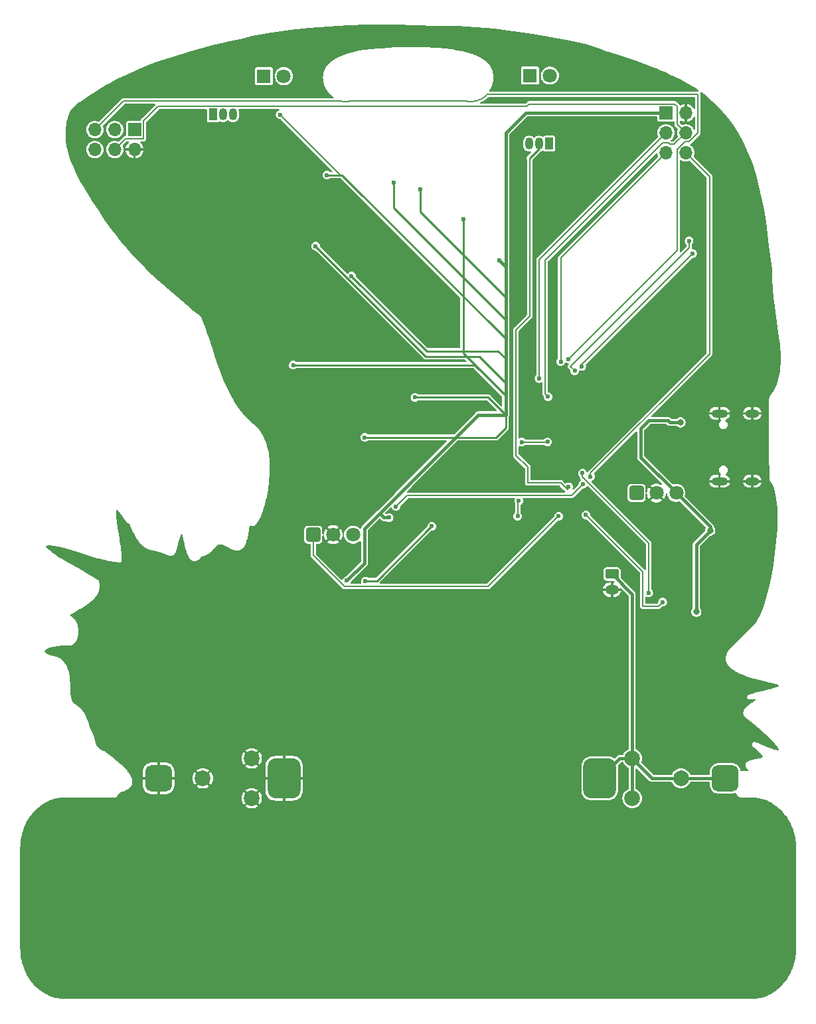
<source format=gbr>
%TF.GenerationSoftware,KiCad,Pcbnew,7.0.10*%
%TF.CreationDate,2024-02-21T12:16:21-06:00*%
%TF.ProjectId,B-Sides 2024,422d5369-6465-4732-9032-3032342e6b69,rev?*%
%TF.SameCoordinates,Original*%
%TF.FileFunction,Copper,L2,Bot*%
%TF.FilePolarity,Positive*%
%FSLAX46Y46*%
G04 Gerber Fmt 4.6, Leading zero omitted, Abs format (unit mm)*
G04 Created by KiCad (PCBNEW 7.0.10) date 2024-02-21 12:16:21*
%MOMM*%
%LPD*%
G01*
G04 APERTURE LIST*
G04 Aperture macros list*
%AMRoundRect*
0 Rectangle with rounded corners*
0 $1 Rounding radius*
0 $2 $3 $4 $5 $6 $7 $8 $9 X,Y pos of 4 corners*
0 Add a 4 corners polygon primitive as box body*
4,1,4,$2,$3,$4,$5,$6,$7,$8,$9,$2,$3,0*
0 Add four circle primitives for the rounded corners*
1,1,$1+$1,$2,$3*
1,1,$1+$1,$4,$5*
1,1,$1+$1,$6,$7*
1,1,$1+$1,$8,$9*
0 Add four rect primitives between the rounded corners*
20,1,$1+$1,$2,$3,$4,$5,0*
20,1,$1+$1,$4,$5,$6,$7,0*
20,1,$1+$1,$6,$7,$8,$9,0*
20,1,$1+$1,$8,$9,$2,$3,0*%
G04 Aperture macros list end*
%TA.AperFunction,ComponentPad*%
%ADD10RoundRect,0.250200X-0.649800X-0.649800X0.649800X-0.649800X0.649800X0.649800X-0.649800X0.649800X0*%
%TD*%
%TA.AperFunction,ComponentPad*%
%ADD11C,1.800000*%
%TD*%
%TA.AperFunction,ComponentPad*%
%ADD12R,1.800000X1.800000*%
%TD*%
%TA.AperFunction,ComponentPad*%
%ADD13R,1.700000X1.700000*%
%TD*%
%TA.AperFunction,ComponentPad*%
%ADD14O,1.700000X1.700000*%
%TD*%
%TA.AperFunction,ComponentPad*%
%ADD15RoundRect,0.250000X-0.625000X0.350000X-0.625000X-0.350000X0.625000X-0.350000X0.625000X0.350000X0*%
%TD*%
%TA.AperFunction,ComponentPad*%
%ADD16O,1.750000X1.200000*%
%TD*%
%TA.AperFunction,ComponentPad*%
%ADD17RoundRect,1.050000X-1.050000X1.500000X-1.050000X-1.500000X1.050000X-1.500000X1.050000X1.500000X0*%
%TD*%
%TA.AperFunction,ComponentPad*%
%ADD18C,2.000000*%
%TD*%
%TA.AperFunction,ComponentPad*%
%ADD19RoundRect,0.850000X-0.850000X0.850000X-0.850000X-0.850000X0.850000X-0.850000X0.850000X0.850000X0*%
%TD*%
%TA.AperFunction,ComponentPad*%
%ADD20R,1.050000X1.500000*%
%TD*%
%TA.AperFunction,ComponentPad*%
%ADD21O,1.050000X1.500000*%
%TD*%
%TA.AperFunction,ComponentPad*%
%ADD22O,2.100000X1.000000*%
%TD*%
%TA.AperFunction,ComponentPad*%
%ADD23O,1.800000X1.000000*%
%TD*%
%TA.AperFunction,ViaPad*%
%ADD24C,0.600000*%
%TD*%
%TA.AperFunction,ViaPad*%
%ADD25C,0.800000*%
%TD*%
%TA.AperFunction,Conductor*%
%ADD26C,0.200000*%
%TD*%
%TA.AperFunction,Conductor*%
%ADD27C,0.400000*%
%TD*%
%TA.AperFunction,Conductor*%
%ADD28C,0.250000*%
%TD*%
G04 APERTURE END LIST*
D10*
%TO.P,U9,1,OUT*%
%TO.N,/GPIO23*%
X129520000Y-90020000D03*
D11*
%TO.P,U9,2,GND*%
%TO.N,GND*%
X132060000Y-90020000D03*
%TO.P,U9,3,Vs*%
%TO.N,+3.3V*%
X134600000Y-90020000D03*
%TD*%
D12*
%TO.P,LD2,1,C*%
%TO.N,Net-(LD2-C)*%
X115940000Y-36810000D03*
D11*
%TO.P,LD2,2,A*%
%TO.N,/LED_VIN*%
X118480000Y-36810000D03*
%TD*%
D12*
%TO.P,LD1,1,C*%
%TO.N,Net-(LD1-C)*%
X82010000Y-36870000D03*
D11*
%TO.P,LD1,2,A*%
%TO.N,/LED_VIN*%
X84550000Y-36870000D03*
%TD*%
D13*
%TO.P,J3,1,Pin_1*%
%TO.N,/LED_VIN*%
X65520000Y-43690000D03*
D14*
%TO.P,J3,2,Pin_2*%
%TO.N,GND*%
X65520000Y-46230000D03*
%TO.P,J3,3,Pin_3*%
%TO.N,/D9*%
X62980000Y-43690000D03*
%TO.P,J3,4,Pin_4*%
%TO.N,/D6*%
X62980000Y-46230000D03*
%TO.P,J3,5,Pin_5*%
%TO.N,/CS{slash}MISO_0*%
X60440000Y-43690000D03*
%TO.P,J3,6,Pin_6*%
%TO.N,/A0*%
X60440000Y-46230000D03*
%TD*%
D13*
%TO.P,J4,1,Pin_1*%
%TO.N,/LED_VIN*%
X133270000Y-41570000D03*
D14*
%TO.P,J4,2,Pin_2*%
%TO.N,GND*%
X135810000Y-41570000D03*
%TO.P,J4,3,Pin_3*%
%TO.N,/D9*%
X133270000Y-44110000D03*
%TO.P,J4,4,Pin_4*%
%TO.N,/D6*%
X135810000Y-44110000D03*
%TO.P,J4,5,Pin_5*%
%TO.N,/CS{slash}MISO_1*%
X133270000Y-46650000D03*
%TO.P,J4,6,Pin_6*%
%TO.N,/A1*%
X135810000Y-46650000D03*
%TD*%
D10*
%TO.P,U1,1,OUT*%
%TO.N,/GPIO22*%
X88310000Y-95340000D03*
D11*
%TO.P,U1,2,GND*%
%TO.N,GND*%
X90850000Y-95340000D03*
%TO.P,U1,3,Vs*%
%TO.N,+3.3V*%
X93390000Y-95340000D03*
%TD*%
D15*
%TO.P,J10,1,Pin_1*%
%TO.N,/VBAT*%
X126410000Y-100360000D03*
D16*
%TO.P,J10,2,Pin_2*%
%TO.N,GND*%
X126410000Y-102360000D03*
%TD*%
D17*
%TO.P,BT1,1,+*%
%TO.N,/VBAT*%
X124835000Y-126400000D03*
D18*
X128970000Y-123860000D03*
X128970000Y-128940000D03*
X135210000Y-126400000D03*
D19*
X140835000Y-126400000D03*
%TO.P,BT1,2,-*%
%TO.N,GND*%
X68585000Y-126400000D03*
D18*
X74210000Y-126400000D03*
X80450000Y-123860000D03*
X80450000Y-128940000D03*
D17*
X84585000Y-126400000D03*
%TD*%
D20*
%TO.P,Q1,1,E*%
%TO.N,Net-(Q1-E)*%
X75520000Y-41770000D03*
D21*
%TO.P,Q1,2,B*%
%TO.N,Net-(D3-A)*%
X76790000Y-41770000D03*
%TO.P,Q1,3,C*%
%TO.N,Net-(LD1-C)*%
X78060000Y-41770000D03*
%TD*%
D22*
%TO.P,J9,S1,SHIELD*%
%TO.N,GND*%
X140102500Y-88532500D03*
D23*
X144282500Y-88532500D03*
D22*
X140102500Y-79892500D03*
D23*
X144282500Y-79892500D03*
%TD*%
D20*
%TO.P,Q3,1,E*%
%TO.N,Net-(Q3-E)*%
X118380000Y-45480000D03*
D21*
%TO.P,Q3,2,B*%
%TO.N,Net-(D3-A)*%
X117110000Y-45480000D03*
%TO.P,Q3,3,C*%
%TO.N,Net-(LD2-C)*%
X115840000Y-45480000D03*
%TD*%
D24*
%TO.N,+1V2*%
X114910000Y-83530000D03*
X118192498Y-83490000D03*
%TO.N,GND*%
X124380000Y-74769669D03*
X130350000Y-74970000D03*
X128500000Y-81290000D03*
X118850000Y-72590000D03*
%TO.N,/D9*%
X117094000Y-75438000D03*
%TO.N,/CS{slash}MISO_0*%
X120859389Y-72931805D03*
%TO.N,/GPIO2*%
X136670000Y-59510000D03*
X122537151Y-73892237D03*
%TO.N,/GPIO3*%
X121639999Y-74437787D03*
X136230000Y-57870000D03*
%TO.N,/CS{slash}MISO_1*%
X119870332Y-73284326D03*
%TO.N,/D25*%
X123070000Y-92820000D03*
X132858750Y-103928750D03*
%TO.N,/DIO*%
X103420000Y-94250000D03*
X94960000Y-101240000D03*
%TO.N,/LED_VIN*%
X94870000Y-82930000D03*
X98590000Y-50480000D03*
X97980000Y-93150000D03*
X101960000Y-51340000D03*
X101270000Y-77830000D03*
X84080000Y-41800000D03*
X112020000Y-60400000D03*
X90050000Y-49480000D03*
X85760000Y-73720000D03*
X93180000Y-62350000D03*
X107420000Y-55100000D03*
X92590331Y-101189669D03*
X88600000Y-58560000D03*
%TO.N,/RESET*%
X114520000Y-91020000D03*
X114370000Y-92970000D03*
%TO.N,/GPIO22*%
X119590000Y-92980000D03*
%TO.N,/A0*%
X122690000Y-88904448D03*
X98848984Y-91748984D03*
%TO.N,/A1*%
X123659708Y-87922539D03*
%TO.N,/A2*%
X122640000Y-87490000D03*
X131080000Y-102750000D03*
D25*
%TO.N,+3.3V*%
X138930000Y-94820000D03*
X137150000Y-105160000D03*
X135128000Y-81026000D03*
D24*
%TO.N,Net-(D3-A)*%
X120864304Y-89235696D03*
%TO.N,/D6*%
X118250000Y-77750000D03*
%TD*%
D26*
%TO.N,+1V2*%
X118192498Y-83490000D02*
X118152498Y-83530000D01*
X118152498Y-83530000D02*
X114910000Y-83530000D01*
D27*
%TO.N,/VBAT*%
X128970000Y-123860000D02*
X128970000Y-128940000D01*
X128970000Y-123860000D02*
X127375000Y-123860000D01*
X131510000Y-126400000D02*
X135210000Y-126400000D01*
X127375000Y-123860000D02*
X124835000Y-126400000D01*
X126410000Y-100360000D02*
X128970000Y-102920000D01*
X128970000Y-102920000D02*
X128970000Y-123860000D01*
X128970000Y-123860000D02*
X131510000Y-126400000D01*
X135210000Y-126400000D02*
X140835000Y-126400000D01*
D26*
%TO.N,/D9*%
X117094000Y-60286000D02*
X117094000Y-75438000D01*
X133270000Y-44110000D02*
X117094000Y-60286000D01*
%TO.N,/CS{slash}MISO_0*%
X108668803Y-40104763D02*
X108746434Y-40098844D01*
X60440000Y-43690000D02*
X64069999Y-40060001D01*
X92293996Y-40122920D02*
X92370328Y-40132744D01*
X109744227Y-39763906D02*
X109749327Y-39760635D01*
X108592393Y-40118425D02*
X108668803Y-40104763D01*
X108591307Y-40117669D02*
X108592393Y-40118425D01*
X110467681Y-39222861D02*
X110468471Y-39211817D01*
X110234862Y-39432833D02*
X110236683Y-39432876D01*
X109756095Y-39756295D02*
X109812651Y-39720022D01*
X108746434Y-40098844D02*
X108754062Y-40089957D01*
X109474659Y-39893215D02*
X109600359Y-39828804D01*
X109878824Y-39686114D02*
X109885256Y-39682818D01*
X137280001Y-39190001D02*
X137350000Y-39260000D01*
X110011291Y-39600114D02*
X110063032Y-39559439D01*
X109873471Y-39689922D02*
X109878824Y-39686114D01*
X108590388Y-40118636D02*
X108591307Y-40117669D01*
X92215981Y-40119848D02*
X92216913Y-40120832D01*
X108279771Y-40134427D02*
X108288540Y-40133758D01*
X92530385Y-40134678D02*
X92558524Y-40130087D01*
X110248997Y-39421132D02*
X110296047Y-39376260D01*
X91878358Y-40060001D02*
X91900219Y-40063939D01*
X108939056Y-40060001D02*
X109177560Y-40060001D01*
X108090367Y-40101430D02*
X108121061Y-40130599D01*
X107836398Y-40060001D02*
X108090367Y-40101430D01*
X110360628Y-39325491D02*
X110361946Y-39314482D01*
X108276751Y-40131835D02*
X108279771Y-40134427D01*
X109600359Y-39828804D02*
X109611222Y-39831733D01*
X92399720Y-40127167D02*
X92432383Y-40150667D01*
X110242205Y-39427609D02*
X110248682Y-39423002D01*
X92527547Y-40137106D02*
X92530385Y-40134678D01*
X110004261Y-39605641D02*
X110010818Y-39601869D01*
X110119895Y-39524224D02*
X110125463Y-39519399D01*
X109812651Y-39720022D02*
X109871907Y-39689658D01*
X108898209Y-40071609D02*
X108899957Y-40071387D01*
X92214878Y-40120614D02*
X92215981Y-40119848D01*
X137350000Y-39260000D02*
X137350000Y-44097351D01*
X92216913Y-40120832D02*
X92293996Y-40122920D01*
X110361946Y-39314482D02*
X110467681Y-39222861D01*
X136265635Y-45210000D02*
X135694365Y-45210000D01*
X92138488Y-40106855D02*
X92214878Y-40120614D01*
X109343647Y-39944137D02*
X109463895Y-39889745D01*
X136910000Y-44537351D02*
X136910000Y-44565635D01*
X91900219Y-40063939D02*
X91907336Y-40073158D01*
X110118136Y-39524098D02*
X110119895Y-39524224D01*
X109755513Y-39757837D02*
X109756095Y-39756295D01*
X108375624Y-40147964D02*
X108408031Y-40124647D01*
X108408031Y-40124647D02*
X108427704Y-40123147D01*
X109749327Y-39760635D02*
X109755513Y-39757837D01*
X92053262Y-40091938D02*
X92060861Y-40100819D01*
X109333809Y-39947813D02*
X109334743Y-39948165D01*
X109939911Y-39642657D02*
X109997089Y-39609766D01*
X110248682Y-39423002D02*
X110248997Y-39421132D01*
X92370328Y-40132744D02*
X92379581Y-40125601D01*
X136910000Y-44565635D02*
X136265635Y-45210000D01*
X134710000Y-46194365D02*
X134710000Y-59081194D01*
X109334743Y-39948165D02*
X109338418Y-39946503D01*
X109742790Y-39763592D02*
X109744227Y-39763906D01*
X108436966Y-40130318D02*
X108513309Y-40120601D01*
X92060861Y-40100819D02*
X92138488Y-40106855D01*
X108896997Y-40071954D02*
X108898209Y-40071609D01*
X108900229Y-40071035D02*
X108939056Y-40060001D01*
X110468471Y-39211817D02*
X110491346Y-39190001D01*
X64069999Y-40060001D02*
X91878358Y-40060001D01*
X108121061Y-40130599D02*
X108249158Y-40127334D01*
X92988102Y-40060001D02*
X107836398Y-40060001D01*
X110132418Y-39513373D02*
X110181810Y-39470573D01*
X108427704Y-40123147D02*
X108436966Y-40130318D01*
X108288540Y-40133758D02*
X108375624Y-40147964D01*
X109681426Y-39791349D02*
X109742790Y-39763592D01*
X109338418Y-39946503D02*
X109343065Y-39945182D01*
X109611222Y-39831733D02*
X109681426Y-39791349D01*
X108249158Y-40127334D02*
X108276751Y-40131835D01*
X109463895Y-39889745D02*
X109474659Y-39893215D01*
X110236683Y-39432876D02*
X110242205Y-39427609D01*
X110125463Y-39519399D02*
X110132020Y-39515194D01*
X91907336Y-40073158D02*
X92053262Y-40091938D01*
X110010818Y-39601869D02*
X110011291Y-39600114D01*
X92558524Y-40130087D02*
X92686289Y-40133548D01*
X109885256Y-39682818D02*
X109885791Y-39681158D01*
X109177560Y-40060001D02*
X109272255Y-39965306D01*
X109885791Y-39681158D02*
X109939911Y-39642657D01*
X108513309Y-40120601D02*
X108590388Y-40118636D01*
X108754062Y-40089957D02*
X108896719Y-40071799D01*
X109871907Y-39689658D02*
X109873471Y-39689922D01*
X92432383Y-40150667D02*
X92519390Y-40136472D01*
X110132020Y-39515194D02*
X110132418Y-39513373D01*
X137350000Y-44097351D02*
X136910000Y-44537351D01*
X92379581Y-40125601D02*
X92399720Y-40127167D01*
X92717288Y-40104185D02*
X92988102Y-40060001D01*
X92519390Y-40136472D02*
X92527547Y-40137106D01*
X110296047Y-39376260D02*
X110360628Y-39325491D01*
X109998759Y-39609966D02*
X110004261Y-39605641D01*
X109997089Y-39609766D02*
X109998759Y-39609966D01*
X110491346Y-39190001D02*
X137280001Y-39190001D01*
X108896719Y-40071799D02*
X108896997Y-40071954D01*
X134710000Y-59081194D02*
X120859389Y-72931805D01*
X110181810Y-39470573D02*
X110234862Y-39432833D01*
X92686289Y-40133548D02*
X92717288Y-40104185D01*
X108899957Y-40071387D02*
X108900229Y-40071035D01*
X135694365Y-45210000D02*
X134710000Y-46194365D01*
X110063032Y-39559439D02*
X110118136Y-39524098D01*
X109272255Y-39965306D02*
X109333809Y-39947813D01*
X109343065Y-39945182D02*
X109343647Y-39944137D01*
%TO.N,/GPIO2*%
X136670000Y-59510000D02*
X122537151Y-73642849D01*
X122537151Y-73642849D02*
X122537151Y-73892237D01*
%TO.N,/GPIO3*%
X136230000Y-57870000D02*
X136230000Y-58787788D01*
X121110000Y-73907788D02*
X121639999Y-74437787D01*
X136230000Y-58787788D02*
X121110000Y-73907788D01*
%TO.N,/CS{slash}MISO_1*%
X133270000Y-46650000D02*
X119870332Y-60049668D01*
X119870332Y-60049668D02*
X119870332Y-73284326D01*
%TO.N,/D25*%
X130320000Y-104480000D02*
X132307500Y-104480000D01*
X130320000Y-100070000D02*
X130320000Y-104480000D01*
X123070000Y-92820000D02*
X130320000Y-100070000D01*
X132307500Y-104480000D02*
X132858750Y-103928750D01*
D28*
%TO.N,/DIO*%
X103420000Y-94250000D02*
X96430000Y-101240000D01*
X96430000Y-101240000D02*
X94960000Y-101240000D01*
%TO.N,/LED_VIN*%
X91940000Y-49480000D02*
X112850000Y-70390000D01*
X94870000Y-82930000D02*
X111640000Y-82930000D01*
X112850000Y-65070000D02*
X112850000Y-80070000D01*
D27*
X94830000Y-98950000D02*
X92590331Y-101189669D01*
D28*
X112850000Y-76000000D02*
X112850000Y-80070000D01*
X101270000Y-77830000D02*
X110610000Y-77830000D01*
X85760000Y-73720000D02*
X108910000Y-73720000D01*
X108910000Y-73720000D02*
X112850000Y-77660000D01*
X111640000Y-82930000D02*
X112850000Y-81720000D01*
D27*
X115397106Y-41570000D02*
X112850000Y-44117106D01*
D28*
X107420000Y-72230000D02*
X112850000Y-77660000D01*
D27*
X96787942Y-92607942D02*
X94830000Y-94565885D01*
D28*
X102640000Y-72600000D02*
X109450000Y-72600000D01*
D27*
X94830000Y-94565885D02*
X94830000Y-98950000D01*
D28*
X93180000Y-62350000D02*
X102760000Y-71930000D01*
X112850000Y-67940000D02*
X112850000Y-80070000D01*
X90050000Y-49480000D02*
X91940000Y-49480000D01*
D27*
X112850000Y-44117106D02*
X112850000Y-61250000D01*
D28*
X112850000Y-77660000D02*
X112850000Y-80070000D01*
D27*
X97980000Y-93150000D02*
X97330000Y-93150000D01*
D28*
X111860000Y-71930000D02*
X112850000Y-72920000D01*
D26*
X91760000Y-49480000D02*
X91940000Y-49480000D01*
D28*
X98590000Y-50480000D02*
X98590000Y-53680000D01*
X112850000Y-72920000D02*
X112850000Y-80070000D01*
X112850000Y-70390000D02*
X112850000Y-80070000D01*
D27*
X109325885Y-80070000D02*
X96787942Y-92607942D01*
X133270000Y-41570000D02*
X115397106Y-41570000D01*
D28*
X109450000Y-72600000D02*
X112850000Y-76000000D01*
D27*
X97330000Y-93150000D02*
X96787942Y-92607942D01*
D28*
X107420000Y-55100000D02*
X107420000Y-72230000D01*
X110610000Y-77830000D02*
X112850000Y-80070000D01*
X98590000Y-53680000D02*
X112850000Y-67940000D01*
D27*
X112850000Y-61250000D02*
X112850000Y-80070000D01*
D28*
X102760000Y-71930000D02*
X111860000Y-71930000D01*
D27*
X112020000Y-60400000D02*
X112850000Y-61230000D01*
X112850000Y-80070000D02*
X109325885Y-80070000D01*
D28*
X112850000Y-81720000D02*
X112850000Y-80070000D01*
D27*
X112850000Y-61230000D02*
X112850000Y-61250000D01*
D28*
X101960000Y-51340000D02*
X101960000Y-54180000D01*
X88600000Y-58560000D02*
X102640000Y-72600000D01*
D26*
X84080000Y-41800000D02*
X91760000Y-49480000D01*
D28*
X101960000Y-54180000D02*
X112850000Y-65070000D01*
D26*
%TO.N,/RESET*%
X114370000Y-92970000D02*
X114370000Y-91170000D01*
X114370000Y-91170000D02*
X114520000Y-91020000D01*
%TO.N,/GPIO22*%
X119590000Y-92980000D02*
X110630000Y-101940000D01*
X92280000Y-101940000D02*
X88310000Y-97970000D01*
X110630000Y-101940000D02*
X92280000Y-101940000D01*
X88310000Y-97970000D02*
X88310000Y-95340000D01*
%TO.N,/A0*%
X121284448Y-90310000D02*
X100287968Y-90310000D01*
X122690000Y-88904448D02*
X121284448Y-90310000D01*
X100287968Y-90310000D02*
X98848984Y-91748984D01*
%TO.N,/A1*%
X135810000Y-46650000D02*
X138830000Y-49670000D01*
X138830000Y-72298893D02*
X123659708Y-87469185D01*
X123659708Y-87469185D02*
X123659708Y-87922539D01*
X138830000Y-49670000D02*
X138830000Y-72298893D01*
%TO.N,/A2*%
X122640000Y-87490000D02*
X122640000Y-87963493D01*
X131080000Y-96403493D02*
X131080000Y-102750000D01*
X122640000Y-87963493D02*
X131080000Y-96403493D01*
D27*
%TO.N,+3.3V*%
X133782629Y-81026000D02*
X135128000Y-81026000D01*
X134600000Y-90020000D02*
X130048000Y-85468000D01*
X137150000Y-96600000D02*
X138930000Y-94820000D01*
X138930000Y-94350000D02*
X138930000Y-94820000D01*
X131064000Y-80772000D02*
X133528629Y-80772000D01*
X134600000Y-90020000D02*
X138930000Y-94350000D01*
X130048000Y-81788000D02*
X131064000Y-80772000D01*
X130048000Y-85468000D02*
X130048000Y-81788000D01*
X133528629Y-80772000D02*
X133782629Y-81026000D01*
X137150000Y-105160000D02*
X137150000Y-96600000D01*
D28*
%TO.N,Net-(D3-A)*%
X117110000Y-46135000D02*
X115900000Y-47345000D01*
D26*
X115660000Y-88730000D02*
X115660000Y-86724315D01*
X115660000Y-86724315D02*
X114160000Y-85224315D01*
X114160000Y-69210000D02*
X115900000Y-67470000D01*
D28*
X120622522Y-89477478D02*
X120864304Y-89235696D01*
D26*
X115900000Y-67470000D02*
X115900000Y-47345000D01*
D28*
X117110000Y-45480000D02*
X117110000Y-46135000D01*
D26*
X114160000Y-85224315D02*
X114160000Y-69210000D01*
X120622522Y-89477478D02*
X119875044Y-88730000D01*
X119875044Y-88730000D02*
X115660000Y-88730000D01*
%TO.N,/D6*%
X66670000Y-44840000D02*
X66670000Y-42540000D01*
X135795959Y-44110000D02*
X134335959Y-45570000D01*
X74705000Y-40720000D02*
X78401726Y-40720000D01*
X117880000Y-77380000D02*
X118250000Y-77750000D01*
X68480000Y-40730000D02*
X74695000Y-40730000D01*
X74695000Y-40730000D02*
X74705000Y-40720000D01*
X64370000Y-44840000D02*
X66670000Y-44840000D01*
X132850000Y-45380000D02*
X117880000Y-60350000D01*
X134730000Y-40730000D02*
X134730000Y-43030000D01*
X133810000Y-45570000D02*
X133620000Y-45380000D01*
X134730000Y-43030000D02*
X135810000Y-44110000D01*
X117880000Y-60350000D02*
X117880000Y-77380000D01*
X134420000Y-40420000D02*
X134730000Y-40730000D01*
X62980000Y-46230000D02*
X64370000Y-44840000D01*
X78411726Y-40730000D02*
X115530000Y-40730000D01*
X115840000Y-40420000D02*
X134420000Y-40420000D01*
X133620000Y-45380000D02*
X132850000Y-45380000D01*
X115530000Y-40730000D02*
X115840000Y-40420000D01*
X134335959Y-45570000D02*
X133810000Y-45570000D01*
X66670000Y-42540000D02*
X68480000Y-40730000D01*
X78401726Y-40720000D02*
X78411726Y-40730000D01*
%TD*%
%TA.AperFunction,Conductor*%
%TO.N,GND*%
G36*
X99309137Y-30334522D02*
G01*
X99309868Y-30334530D01*
X100968654Y-30359411D01*
X100969151Y-30359421D01*
X104308814Y-30439896D01*
X106651173Y-30508859D01*
X106653920Y-30508979D01*
X109033422Y-30646297D01*
X109036009Y-30646482D01*
X111441046Y-30851671D01*
X111443683Y-30851932D01*
X113784568Y-31116076D01*
X113857777Y-31124337D01*
X113860483Y-31124680D01*
X116267340Y-31463642D01*
X116270005Y-31464056D01*
X118653159Y-31868882D01*
X118655939Y-31869396D01*
X120998887Y-32339354D01*
X121001935Y-32340016D01*
X123275116Y-32871288D01*
X123284737Y-32874056D01*
X125213876Y-33536550D01*
X125222129Y-33540202D01*
X125225635Y-33541354D01*
X125225637Y-33541355D01*
X125276586Y-33558093D01*
X125277650Y-33558450D01*
X125301532Y-33566653D01*
X125301537Y-33566653D01*
X125301973Y-33566760D01*
X125309500Y-33568907D01*
X127313649Y-34227352D01*
X129346501Y-34906263D01*
X129348558Y-34906977D01*
X131340895Y-35623860D01*
X131355652Y-35629170D01*
X131358329Y-35630177D01*
X132341472Y-36016379D01*
X132343764Y-36017312D01*
X133312728Y-36426901D01*
X133315407Y-36428083D01*
X133913691Y-36702790D01*
X134265758Y-36864445D01*
X134268925Y-36865968D01*
X135197792Y-37333068D01*
X135201339Y-37334942D01*
X136105954Y-37836759D01*
X136109845Y-37839035D01*
X136630746Y-38159842D01*
X136979715Y-38374762D01*
X136987477Y-38379542D01*
X136991657Y-38382265D01*
X137391896Y-38657523D01*
X137429129Y-38706076D01*
X137430711Y-38767241D01*
X137396040Y-38817655D01*
X137338358Y-38838061D01*
X137324291Y-38837370D01*
X137274825Y-38839416D01*
X137270734Y-38839501D01*
X110850093Y-38839501D01*
X110791902Y-38820594D01*
X110755938Y-38771094D01*
X110755938Y-38709908D01*
X110760893Y-38698796D01*
X110760446Y-38698590D01*
X110762375Y-38694415D01*
X110762377Y-38694413D01*
X110762574Y-38693985D01*
X110769082Y-38682113D01*
X110789172Y-38650766D01*
X110798568Y-38640291D01*
X110797687Y-38639539D01*
X110803641Y-38632563D01*
X110803644Y-38632561D01*
X110826849Y-38592189D01*
X110829315Y-38588132D01*
X110833121Y-38582192D01*
X110839136Y-38572809D01*
X110839335Y-38572315D01*
X110845246Y-38560186D01*
X110863995Y-38527568D01*
X110872883Y-38516629D01*
X110871981Y-38515932D01*
X110877590Y-38508674D01*
X110877591Y-38508671D01*
X110877593Y-38508670D01*
X110898797Y-38467255D01*
X110901059Y-38463089D01*
X110910117Y-38447333D01*
X110910303Y-38446800D01*
X110915609Y-38434419D01*
X110932982Y-38400489D01*
X110941345Y-38389124D01*
X110940411Y-38388472D01*
X110945657Y-38380952D01*
X110945663Y-38380947D01*
X110964799Y-38338604D01*
X110966871Y-38334300D01*
X110975132Y-38318169D01*
X110975308Y-38317577D01*
X110980002Y-38304964D01*
X110995924Y-38269733D01*
X111003736Y-38257946D01*
X111002783Y-38257348D01*
X111007654Y-38249581D01*
X111007660Y-38249575D01*
X111024668Y-38206421D01*
X111026545Y-38201979D01*
X111033991Y-38185508D01*
X111034150Y-38184856D01*
X111038217Y-38172047D01*
X111052630Y-38135479D01*
X111059872Y-38123291D01*
X111058901Y-38122747D01*
X111063384Y-38114749D01*
X111063388Y-38114745D01*
X111078234Y-38070849D01*
X111079897Y-38066302D01*
X111086505Y-38049541D01*
X111086645Y-38048816D01*
X111090068Y-38035861D01*
X111102902Y-37997917D01*
X111109547Y-37985364D01*
X111108558Y-37984872D01*
X111112645Y-37976651D01*
X111125282Y-37932126D01*
X111126721Y-37927495D01*
X111132483Y-37910463D01*
X111132591Y-37909700D01*
X111135366Y-37896598D01*
X111146540Y-37857232D01*
X111152563Y-37844337D01*
X111151564Y-37843901D01*
X111155234Y-37835493D01*
X111155234Y-37835492D01*
X111155235Y-37835491D01*
X111165626Y-37790442D01*
X111166848Y-37785689D01*
X111171735Y-37768478D01*
X111171812Y-37767637D01*
X111173927Y-37754455D01*
X111178491Y-37734672D01*
X114789500Y-37734672D01*
X114789501Y-37734684D01*
X114804033Y-37807736D01*
X114804035Y-37807742D01*
X114859397Y-37890599D01*
X114859400Y-37890602D01*
X114921746Y-37932259D01*
X114942260Y-37945966D01*
X114993784Y-37956215D01*
X115015315Y-37960498D01*
X115015320Y-37960498D01*
X115015326Y-37960500D01*
X115015327Y-37960500D01*
X116864673Y-37960500D01*
X116864674Y-37960500D01*
X116937740Y-37945966D01*
X117020601Y-37890601D01*
X117075966Y-37807740D01*
X117090500Y-37734674D01*
X117090500Y-36810000D01*
X117324571Y-36810000D01*
X117344244Y-37022311D01*
X117356062Y-37063844D01*
X117394319Y-37198303D01*
X117402596Y-37227391D01*
X117448183Y-37318944D01*
X117497634Y-37418255D01*
X117626128Y-37588407D01*
X117686722Y-37643646D01*
X117783692Y-37732047D01*
X117783699Y-37732053D01*
X117870286Y-37785665D01*
X117964981Y-37844298D01*
X118163802Y-37921321D01*
X118373390Y-37960500D01*
X118586610Y-37960500D01*
X118796198Y-37921321D01*
X118995019Y-37844298D01*
X119176302Y-37732052D01*
X119333872Y-37588407D01*
X119462366Y-37418255D01*
X119557405Y-37227389D01*
X119615756Y-37022310D01*
X119635429Y-36810000D01*
X119615756Y-36597690D01*
X119557405Y-36392611D01*
X119462366Y-36201745D01*
X119333872Y-36031593D01*
X119275144Y-35978055D01*
X119176307Y-35887952D01*
X119176300Y-35887946D01*
X118995024Y-35775705D01*
X118995019Y-35775702D01*
X118951075Y-35758678D01*
X118796198Y-35698679D01*
X118796197Y-35698678D01*
X118796195Y-35698678D01*
X118586610Y-35659500D01*
X118373390Y-35659500D01*
X118163804Y-35698678D01*
X117964980Y-35775702D01*
X117964975Y-35775705D01*
X117783699Y-35887946D01*
X117783692Y-35887952D01*
X117626135Y-36031586D01*
X117626131Y-36031589D01*
X117626128Y-36031593D01*
X117626125Y-36031597D01*
X117497635Y-36201743D01*
X117497630Y-36201752D01*
X117402596Y-36392608D01*
X117402595Y-36392611D01*
X117390930Y-36433607D01*
X117344244Y-36597688D01*
X117324571Y-36810000D01*
X117090500Y-36810000D01*
X117090500Y-35885326D01*
X117090356Y-35884604D01*
X117085621Y-35860798D01*
X117075966Y-35812260D01*
X117075964Y-35812257D01*
X117020602Y-35729400D01*
X117020599Y-35729397D01*
X116937742Y-35674035D01*
X116937740Y-35674034D01*
X116937737Y-35674033D01*
X116937736Y-35674033D01*
X116864684Y-35659501D01*
X116864674Y-35659500D01*
X115015326Y-35659500D01*
X115015325Y-35659500D01*
X115015315Y-35659501D01*
X114942263Y-35674033D01*
X114942257Y-35674035D01*
X114859400Y-35729397D01*
X114859397Y-35729400D01*
X114804035Y-35812257D01*
X114804033Y-35812263D01*
X114789501Y-35885315D01*
X114789500Y-35885327D01*
X114789500Y-37734672D01*
X111178491Y-37734672D01*
X111183345Y-37713633D01*
X111188722Y-37700429D01*
X111187716Y-37700049D01*
X111190959Y-37691468D01*
X111190958Y-37691468D01*
X111190960Y-37691467D01*
X111199072Y-37646007D01*
X111200058Y-37641186D01*
X111204072Y-37623788D01*
X111204109Y-37622900D01*
X111205560Y-37609653D01*
X111213112Y-37567336D01*
X111217828Y-37553858D01*
X111216810Y-37553531D01*
X111219618Y-37544797D01*
X111219618Y-37544795D01*
X111219619Y-37544794D01*
X111225430Y-37499019D01*
X111226173Y-37494151D01*
X111229306Y-37476603D01*
X111229298Y-37475657D01*
X111230084Y-37462366D01*
X111231812Y-37448762D01*
X111235649Y-37418540D01*
X111239683Y-37404819D01*
X111238660Y-37404547D01*
X111241022Y-37395685D01*
X111241025Y-37395679D01*
X111244515Y-37349700D01*
X111245016Y-37344764D01*
X111247254Y-37327144D01*
X111247197Y-37326172D01*
X111247311Y-37312883D01*
X111250760Y-37267461D01*
X111254100Y-37253543D01*
X111253067Y-37253323D01*
X111254978Y-37244353D01*
X111254977Y-37244353D01*
X111254979Y-37244351D01*
X111256138Y-37198270D01*
X111256387Y-37193349D01*
X111257734Y-37175620D01*
X111257624Y-37174620D01*
X111257068Y-37161363D01*
X111257609Y-37139880D01*
X111258305Y-37112207D01*
X111261055Y-37097064D01*
X111260424Y-37096970D01*
X111261786Y-37087895D01*
X111261174Y-37070863D01*
X111260207Y-37043936D01*
X111260176Y-37037915D01*
X111260571Y-37022272D01*
X111260570Y-37022270D01*
X111260571Y-37022264D01*
X111260078Y-37019208D01*
X111258884Y-37007031D01*
X111253560Y-36858639D01*
X111255434Y-36841838D01*
X111255350Y-36841832D01*
X111256019Y-36832690D01*
X111256021Y-36832685D01*
X111251447Y-36791889D01*
X111250897Y-36784430D01*
X111250442Y-36771732D01*
X111249116Y-36765826D01*
X111247337Y-36755212D01*
X111230487Y-36604868D01*
X111231254Y-36578098D01*
X111231243Y-36577426D01*
X111231242Y-36577424D01*
X111231243Y-36577422D01*
X111223590Y-36539822D01*
X111222224Y-36531148D01*
X111221106Y-36521167D01*
X111218554Y-36512812D01*
X111216230Y-36503660D01*
X111185298Y-36351682D01*
X111183537Y-36325246D01*
X111183688Y-36323016D01*
X111183687Y-36323015D01*
X111183688Y-36323013D01*
X111172997Y-36288699D01*
X111170506Y-36278996D01*
X111168991Y-36271552D01*
X111168990Y-36271547D01*
X111164799Y-36261223D01*
X111162011Y-36253434D01*
X111145910Y-36201752D01*
X111114303Y-36100296D01*
X111109914Y-36075100D01*
X111109737Y-36070971D01*
X111096077Y-36039761D01*
X111092253Y-36029516D01*
X111091360Y-36026651D01*
X111090544Y-36024030D01*
X111084446Y-36012509D01*
X111081270Y-36005929D01*
X111025049Y-35877469D01*
X111014122Y-35852502D01*
X111007062Y-35828467D01*
X111006237Y-35823313D01*
X110989588Y-35794794D01*
X110984402Y-35784595D01*
X110982526Y-35780308D01*
X110974608Y-35768669D01*
X110970975Y-35762910D01*
X110968505Y-35758679D01*
X110918748Y-35673444D01*
X110881938Y-35610389D01*
X110872161Y-35587380D01*
X110870711Y-35582247D01*
X110850947Y-35555969D01*
X110844566Y-35546369D01*
X110842272Y-35542439D01*
X110842269Y-35542434D01*
X110832985Y-35531704D01*
X110828745Y-35526450D01*
X110715579Y-35375984D01*
X110703047Y-35353906D01*
X110701336Y-35349715D01*
X110678187Y-35325229D01*
X110671021Y-35316739D01*
X110667799Y-35312455D01*
X110657922Y-35303416D01*
X110652821Y-35298397D01*
X110650257Y-35295685D01*
X110538179Y-35177127D01*
X110513352Y-35150865D01*
X110498068Y-35129680D01*
X110496656Y-35127050D01*
X110496655Y-35127048D01*
X110496653Y-35127045D01*
X110483550Y-35115815D01*
X110469920Y-35104132D01*
X110462408Y-35096978D01*
X110457686Y-35091983D01*
X110448079Y-35084998D01*
X110441875Y-35080096D01*
X110386316Y-35032478D01*
X110273728Y-34935982D01*
X110255767Y-34915707D01*
X110255214Y-34914876D01*
X110224822Y-34893477D01*
X110217405Y-34887708D01*
X110210700Y-34881962D01*
X110210697Y-34881960D01*
X110202120Y-34877007D01*
X110194637Y-34872226D01*
X110145195Y-34837415D01*
X109995053Y-34731703D01*
X109978289Y-34715895D01*
X109975317Y-34713321D01*
X109941397Y-34693494D01*
X109934374Y-34688981D01*
X109925408Y-34682668D01*
X109918316Y-34679427D01*
X109909510Y-34674856D01*
X109739751Y-34575629D01*
X109675397Y-34538013D01*
X109662355Y-34527536D01*
X109662268Y-34527655D01*
X109654909Y-34522179D01*
X109617729Y-34503992D01*
X109611272Y-34500531D01*
X109600015Y-34493951D01*
X109600007Y-34493947D01*
X109594645Y-34492025D01*
X109584557Y-34487765D01*
X109312508Y-34354690D01*
X109299595Y-34345713D01*
X109299319Y-34346140D01*
X109291622Y-34341147D01*
X109251569Y-34324654D01*
X109245765Y-34322043D01*
X109232286Y-34315450D01*
X109228675Y-34314450D01*
X109217400Y-34310583D01*
X108903909Y-34181489D01*
X108891245Y-34173766D01*
X108890824Y-34174504D01*
X108882865Y-34169949D01*
X108863659Y-34163263D01*
X108840293Y-34155128D01*
X108835160Y-34153179D01*
X108819700Y-34146812D01*
X108819355Y-34146740D01*
X108817717Y-34146398D01*
X108805413Y-34142986D01*
X108446946Y-34018194D01*
X108434587Y-34011509D01*
X108434061Y-34012542D01*
X108425890Y-34008373D01*
X108391014Y-33998082D01*
X108381211Y-33995189D01*
X108376708Y-33993742D01*
X108366109Y-33990053D01*
X108359471Y-33987742D01*
X108359467Y-33987741D01*
X108358971Y-33987666D01*
X108345785Y-33984736D01*
X107937897Y-33864378D01*
X107924642Y-33859411D01*
X107917883Y-33856311D01*
X107917879Y-33856310D01*
X107917878Y-33856309D01*
X107884739Y-33848010D01*
X107871450Y-33844683D01*
X107867486Y-33843602D01*
X107848742Y-33838072D01*
X107848740Y-33838071D01*
X107848738Y-33838071D01*
X107848735Y-33838070D01*
X107846011Y-33837534D01*
X107835587Y-33835704D01*
X107374146Y-33720165D01*
X107361098Y-33714565D01*
X107360690Y-33715587D01*
X107352175Y-33712179D01*
X107352174Y-33712178D01*
X107352172Y-33712178D01*
X107306744Y-33703163D01*
X107301971Y-33702093D01*
X107284570Y-33697736D01*
X107284561Y-33697735D01*
X107283798Y-33697689D01*
X107270531Y-33695978D01*
X106729394Y-33588603D01*
X106716250Y-33583709D01*
X106715870Y-33584809D01*
X106707204Y-33581813D01*
X106661094Y-33574936D01*
X106656432Y-33574126D01*
X106638489Y-33570566D01*
X106638028Y-33570561D01*
X106624548Y-33569484D01*
X105991669Y-33475097D01*
X105977279Y-33471839D01*
X105972718Y-33470442D01*
X105972714Y-33470441D01*
X105972713Y-33470441D01*
X105936858Y-33466392D01*
X105923949Y-33464934D01*
X105920457Y-33464476D01*
X105899970Y-33461420D01*
X105895402Y-33461166D01*
X105895405Y-33461098D01*
X105887236Y-33460787D01*
X105177697Y-33380665D01*
X105162489Y-33377728D01*
X105160949Y-33377303D01*
X105110612Y-33373049D01*
X105107848Y-33372776D01*
X105085733Y-33370280D01*
X105081150Y-33370188D01*
X105081154Y-33369980D01*
X105073731Y-33369933D01*
X104300233Y-33304575D01*
X104285495Y-33302201D01*
X104281596Y-33301266D01*
X104281595Y-33301266D01*
X104277226Y-33301045D01*
X104232239Y-33298772D01*
X104228906Y-33298547D01*
X104207896Y-33296772D01*
X104203321Y-33296810D01*
X104203320Y-33296709D01*
X104195326Y-33296908D01*
X102408191Y-33206653D01*
X102393731Y-33204849D01*
X102388268Y-33203754D01*
X102339567Y-33203119D01*
X102335864Y-33203001D01*
X102315522Y-33201973D01*
X102310955Y-33202165D01*
X102310953Y-33202130D01*
X102302612Y-33202636D01*
X100413575Y-33178011D01*
X100398825Y-33176711D01*
X100394373Y-33175980D01*
X100394372Y-33175980D01*
X100392889Y-33176012D01*
X100345200Y-33177059D01*
X100341743Y-33177075D01*
X100320887Y-33176804D01*
X100320886Y-33176804D01*
X100320885Y-33176804D01*
X100320883Y-33176804D01*
X100316325Y-33177167D01*
X100316318Y-33177087D01*
X100308248Y-33177871D01*
X98426709Y-33219194D01*
X98412266Y-33218455D01*
X98406245Y-33217703D01*
X98357852Y-33220632D01*
X98354054Y-33220789D01*
X98333900Y-33221233D01*
X98329356Y-33221755D01*
X98329354Y-33221740D01*
X98320965Y-33222867D01*
X96553470Y-33329911D01*
X96538732Y-33329704D01*
X96533932Y-33329278D01*
X96533928Y-33329278D01*
X96533927Y-33329278D01*
X96485106Y-33333988D01*
X96481605Y-33334263D01*
X96463478Y-33335361D01*
X96460916Y-33335517D01*
X96460914Y-33335517D01*
X96456395Y-33336214D01*
X96456384Y-33336148D01*
X96448318Y-33337537D01*
X95688633Y-33410840D01*
X95673356Y-33411130D01*
X95670878Y-33410985D01*
X95670877Y-33410985D01*
X95670876Y-33410985D01*
X95621154Y-33417305D01*
X95618187Y-33417637D01*
X95609126Y-33418511D01*
X95596475Y-33419733D01*
X95596472Y-33419733D01*
X95596469Y-33419734D01*
X95591973Y-33420592D01*
X95591941Y-33420427D01*
X95584475Y-33421969D01*
X94895097Y-33509613D01*
X94880696Y-33510384D01*
X94874468Y-33510263D01*
X94826710Y-33518232D01*
X94822906Y-33518791D01*
X94803003Y-33521321D01*
X94798533Y-33522316D01*
X94798531Y-33522307D01*
X94790266Y-33524314D01*
X94180188Y-33626125D01*
X94165605Y-33626232D01*
X94165637Y-33627177D01*
X94156468Y-33627486D01*
X94112017Y-33637359D01*
X94106855Y-33638362D01*
X94089869Y-33641197D01*
X94088417Y-33641728D01*
X94075940Y-33645373D01*
X93559899Y-33760000D01*
X93546062Y-33762062D01*
X93537838Y-33762697D01*
X93491932Y-33775001D01*
X93487780Y-33776019D01*
X93469044Y-33780182D01*
X93467633Y-33780635D01*
X93456252Y-33784566D01*
X93276098Y-33832857D01*
X93264416Y-33834965D01*
X93211862Y-33850060D01*
X93210168Y-33850530D01*
X93186673Y-33856828D01*
X93184484Y-33857638D01*
X93177485Y-33859934D01*
X93013126Y-33907143D01*
X93000740Y-33909613D01*
X92949085Y-33925519D01*
X92947287Y-33926054D01*
X92924169Y-33932695D01*
X92921504Y-33933735D01*
X92914658Y-33936121D01*
X92762078Y-33983106D01*
X92748923Y-33985999D01*
X92698239Y-34002742D01*
X92696328Y-34003352D01*
X92673616Y-34010347D01*
X92670434Y-34011659D01*
X92663760Y-34014133D01*
X92522643Y-34060753D01*
X92508693Y-34064131D01*
X92459119Y-34081712D01*
X92457090Y-34082407D01*
X92434768Y-34089782D01*
X92431019Y-34091419D01*
X92424515Y-34093987D01*
X92294534Y-34140087D01*
X92279756Y-34144021D01*
X92231349Y-34162469D01*
X92229189Y-34163263D01*
X92207331Y-34171015D01*
X92203176Y-34172938D01*
X92203063Y-34172693D01*
X92196788Y-34175641D01*
X92077487Y-34221110D01*
X92062326Y-34225540D01*
X92062040Y-34225599D01*
X92014696Y-34245009D01*
X92012401Y-34245916D01*
X91991018Y-34254065D01*
X91986919Y-34256079D01*
X91986801Y-34255838D01*
X91980467Y-34259041D01*
X91871212Y-34303834D01*
X91856333Y-34308602D01*
X91855337Y-34308836D01*
X91808804Y-34329382D01*
X91806375Y-34330416D01*
X91785578Y-34338943D01*
X91781526Y-34341060D01*
X91781417Y-34340851D01*
X91775016Y-34344301D01*
X91675408Y-34388283D01*
X91660846Y-34393398D01*
X91659098Y-34393862D01*
X91613507Y-34415571D01*
X91610939Y-34416750D01*
X91590719Y-34425678D01*
X91586731Y-34427900D01*
X91586634Y-34427726D01*
X91580170Y-34431447D01*
X91489798Y-34474483D01*
X91475571Y-34479958D01*
X91473039Y-34480714D01*
X91428556Y-34503594D01*
X91425860Y-34504929D01*
X91415192Y-34510009D01*
X91406194Y-34514295D01*
X91402274Y-34516628D01*
X91402193Y-34516491D01*
X91395657Y-34520515D01*
X91381776Y-34527655D01*
X91314122Y-34562452D01*
X91300279Y-34568291D01*
X91296901Y-34569422D01*
X91253511Y-34593568D01*
X91250657Y-34595096D01*
X91231744Y-34604824D01*
X91227887Y-34607283D01*
X91227822Y-34607182D01*
X91221244Y-34611526D01*
X91148100Y-34652233D01*
X91134661Y-34658445D01*
X91130416Y-34660033D01*
X91088285Y-34685452D01*
X91085292Y-34687187D01*
X91067100Y-34697312D01*
X91063321Y-34699899D01*
X91063276Y-34699834D01*
X91056667Y-34704528D01*
X90991455Y-34743874D01*
X90978459Y-34750463D01*
X90973327Y-34752605D01*
X90932587Y-34779311D01*
X90929462Y-34781278D01*
X90912014Y-34791805D01*
X90908330Y-34794522D01*
X90908308Y-34794493D01*
X90901683Y-34799570D01*
X90843952Y-34837415D01*
X90831425Y-34844386D01*
X90825402Y-34847186D01*
X90786151Y-34875211D01*
X90782905Y-34877432D01*
X90766280Y-34888331D01*
X90762987Y-34890953D01*
X90756087Y-34896677D01*
X90705338Y-34932913D01*
X90693314Y-34940265D01*
X90686421Y-34943832D01*
X90648789Y-34973180D01*
X90645442Y-34975679D01*
X90629648Y-34986957D01*
X90627989Y-34988390D01*
X90619649Y-34995907D01*
X90575407Y-35030412D01*
X90563923Y-35038141D01*
X90556188Y-35042594D01*
X90520263Y-35073293D01*
X90516837Y-35076091D01*
X90501949Y-35087703D01*
X90501615Y-35088017D01*
X90492192Y-35097283D01*
X90484179Y-35104132D01*
X90453538Y-35130317D01*
X90441615Y-35137579D01*
X90442251Y-35138571D01*
X90434525Y-35143518D01*
X90400473Y-35175520D01*
X90396997Y-35178635D01*
X90382991Y-35190605D01*
X90382984Y-35190612D01*
X90382774Y-35190873D01*
X90373538Y-35200832D01*
X90339876Y-35232468D01*
X90328106Y-35240428D01*
X90328740Y-35241317D01*
X90321269Y-35246640D01*
X90289168Y-35279955D01*
X90285681Y-35283399D01*
X90272608Y-35295685D01*
X90272600Y-35295694D01*
X90272121Y-35296350D01*
X90263532Y-35306560D01*
X90234400Y-35336794D01*
X90222874Y-35345474D01*
X90223496Y-35346258D01*
X90216313Y-35351959D01*
X90186246Y-35386580D01*
X90182795Y-35390352D01*
X90170654Y-35402953D01*
X90170651Y-35402956D01*
X90169972Y-35403989D01*
X90162034Y-35414459D01*
X90136993Y-35443295D01*
X90125782Y-35452696D01*
X90126397Y-35453391D01*
X90119529Y-35459470D01*
X90091618Y-35495329D01*
X90088246Y-35499430D01*
X90077011Y-35512367D01*
X90076189Y-35513770D01*
X90068920Y-35524487D01*
X90047555Y-35551936D01*
X90036749Y-35562049D01*
X90037355Y-35562662D01*
X90030836Y-35569109D01*
X90005131Y-35606193D01*
X90001894Y-35610597D01*
X89991572Y-35623860D01*
X89991570Y-35623862D01*
X89991568Y-35623866D01*
X89990679Y-35625588D01*
X89984081Y-35636561D01*
X89965996Y-35662652D01*
X89955686Y-35673444D01*
X89956289Y-35673989D01*
X89950140Y-35680798D01*
X89926697Y-35719069D01*
X89923647Y-35723747D01*
X89914219Y-35737350D01*
X89914207Y-35737370D01*
X89913316Y-35739360D01*
X89907399Y-35750574D01*
X89892230Y-35775337D01*
X89882503Y-35786754D01*
X89883112Y-35787244D01*
X89877365Y-35794392D01*
X89856214Y-35833824D01*
X89853396Y-35838735D01*
X89844830Y-35852720D01*
X89844826Y-35852726D01*
X89843993Y-35854909D01*
X89838758Y-35866364D01*
X89826161Y-35889849D01*
X89817086Y-35901831D01*
X89817714Y-35902279D01*
X89812386Y-35909749D01*
X89793565Y-35950273D01*
X89791021Y-35955362D01*
X89783299Y-35969759D01*
X89783295Y-35969767D01*
X89782572Y-35972046D01*
X89778007Y-35983775D01*
X89767675Y-36006020D01*
X89759323Y-36018475D01*
X89759982Y-36018891D01*
X89755094Y-36026648D01*
X89738613Y-36068212D01*
X89736379Y-36073407D01*
X89729464Y-36088300D01*
X89729460Y-36088312D01*
X89728880Y-36090584D01*
X89724992Y-36102564D01*
X89716647Y-36123613D01*
X89709051Y-36136458D01*
X89709764Y-36136853D01*
X89705319Y-36144878D01*
X89691160Y-36187468D01*
X89689247Y-36192721D01*
X89683144Y-36208112D01*
X89683142Y-36208120D01*
X89682723Y-36210270D01*
X89679501Y-36222535D01*
X89672879Y-36242453D01*
X89666073Y-36255591D01*
X89666849Y-36255966D01*
X89662855Y-36264223D01*
X89651006Y-36307764D01*
X89649426Y-36312993D01*
X89644125Y-36328939D01*
X89644123Y-36328949D01*
X89643858Y-36330883D01*
X89641303Y-36343423D01*
X89636168Y-36362291D01*
X89630162Y-36375616D01*
X89631019Y-36375976D01*
X89627473Y-36384434D01*
X89617892Y-36428910D01*
X89616641Y-36434046D01*
X89612141Y-36450588D01*
X89612012Y-36452180D01*
X89610117Y-36465009D01*
X89606259Y-36482920D01*
X89601040Y-36496345D01*
X89601993Y-36496688D01*
X89598886Y-36505317D01*
X89591545Y-36550609D01*
X89590602Y-36555611D01*
X89586902Y-36572788D01*
X89586870Y-36573976D01*
X89585631Y-36587098D01*
X89582869Y-36604137D01*
X89578413Y-36617564D01*
X89579475Y-36617889D01*
X89576795Y-36626664D01*
X89571626Y-36672757D01*
X89570968Y-36677563D01*
X89568081Y-36695373D01*
X89568098Y-36696068D01*
X89567509Y-36709470D01*
X89565681Y-36725773D01*
X89561962Y-36739143D01*
X89563127Y-36739441D01*
X89560857Y-36748325D01*
X89557797Y-36795137D01*
X89557393Y-36799699D01*
X89555323Y-36818173D01*
X89555335Y-36818331D01*
X89555388Y-36832004D01*
X89554334Y-36848135D01*
X89552443Y-36861974D01*
X89550728Y-36870158D01*
X89549698Y-36917637D01*
X89549510Y-36921943D01*
X89548263Y-36941014D01*
X89548300Y-36942372D01*
X89548897Y-36954561D01*
X89548540Y-36971010D01*
X89546021Y-36984689D01*
X89547203Y-36984880D01*
X89545745Y-36993937D01*
X89546920Y-37040659D01*
X89546928Y-37045287D01*
X89546526Y-37063840D01*
X89546571Y-37064109D01*
X89547854Y-37077694D01*
X89549019Y-37123961D01*
X89547104Y-37138143D01*
X89548149Y-37138258D01*
X89547151Y-37147379D01*
X89550638Y-37193307D01*
X89550890Y-37198303D01*
X89551337Y-37216033D01*
X89551337Y-37216037D01*
X89551338Y-37216039D01*
X89551548Y-37217025D01*
X89553436Y-37230152D01*
X89556887Y-37275599D01*
X89555692Y-37289852D01*
X89556746Y-37289914D01*
X89556209Y-37299071D01*
X89562012Y-37344764D01*
X89562516Y-37349735D01*
X89563861Y-37367450D01*
X89563864Y-37367465D01*
X89564115Y-37368405D01*
X89566669Y-37381441D01*
X89572239Y-37425313D01*
X89571767Y-37439584D01*
X89572828Y-37439593D01*
X89572753Y-37448765D01*
X89580855Y-37494163D01*
X89581606Y-37499080D01*
X89583848Y-37516733D01*
X89584138Y-37517634D01*
X89587348Y-37530538D01*
X89594904Y-37572873D01*
X89595150Y-37587128D01*
X89596218Y-37587084D01*
X89596603Y-37596252D01*
X89606978Y-37641225D01*
X89607971Y-37646079D01*
X89611106Y-37663642D01*
X89611427Y-37664490D01*
X89615286Y-37677234D01*
X89624708Y-37718074D01*
X89625664Y-37732278D01*
X89626739Y-37732180D01*
X89627579Y-37741308D01*
X89632754Y-37759536D01*
X89640203Y-37785780D01*
X89641426Y-37790535D01*
X89643072Y-37797671D01*
X89645448Y-37807967D01*
X89645451Y-37807978D01*
X89645792Y-37808758D01*
X89650292Y-37821317D01*
X89661470Y-37860695D01*
X89663123Y-37874804D01*
X89664207Y-37874650D01*
X89665500Y-37883736D01*
X89680329Y-37927573D01*
X89681786Y-37932259D01*
X89686680Y-37949501D01*
X89686686Y-37949516D01*
X89687035Y-37950217D01*
X89692163Y-37962560D01*
X89705008Y-38000531D01*
X89707353Y-38014513D01*
X89708440Y-38014304D01*
X89710178Y-38023312D01*
X89727162Y-38066399D01*
X89728837Y-38070976D01*
X89734606Y-38088030D01*
X89734613Y-38088045D01*
X89734972Y-38088685D01*
X89740718Y-38100789D01*
X89755140Y-38137376D01*
X89758163Y-38151195D01*
X89759247Y-38150931D01*
X89761425Y-38159842D01*
X89780524Y-38202098D01*
X89782413Y-38206565D01*
X89789037Y-38223369D01*
X89789041Y-38223376D01*
X89789042Y-38223377D01*
X89789397Y-38223943D01*
X89795746Y-38235777D01*
X89811096Y-38269741D01*
X89811677Y-38271025D01*
X89815366Y-38284654D01*
X89816446Y-38284334D01*
X89819055Y-38293127D01*
X89840225Y-38334473D01*
X89842308Y-38338798D01*
X89849771Y-38355309D01*
X89849772Y-38355311D01*
X89850124Y-38355815D01*
X89857061Y-38367355D01*
X89874434Y-38401287D01*
X89878778Y-38414694D01*
X89879847Y-38414320D01*
X89882877Y-38422972D01*
X89906052Y-38463291D01*
X89908339Y-38467503D01*
X89916613Y-38483662D01*
X89916614Y-38483664D01*
X89916960Y-38484111D01*
X89924458Y-38495313D01*
X89943226Y-38527965D01*
X89948203Y-38541121D01*
X89949261Y-38540693D01*
X89952704Y-38549186D01*
X89977808Y-38588358D01*
X89980287Y-38592440D01*
X89989366Y-38608235D01*
X89989704Y-38608631D01*
X89997755Y-38619484D01*
X90017865Y-38650864D01*
X90023456Y-38663750D01*
X90024506Y-38663265D01*
X90028354Y-38671587D01*
X90039891Y-38687817D01*
X90044281Y-38693994D01*
X90055337Y-38709547D01*
X90057997Y-38713487D01*
X90067846Y-38728855D01*
X90067847Y-38728856D01*
X90068183Y-38729214D01*
X90076751Y-38739674D01*
X90098165Y-38769799D01*
X90104367Y-38782390D01*
X90105395Y-38781854D01*
X90109638Y-38789985D01*
X90138436Y-38826648D01*
X90141272Y-38830443D01*
X90151857Y-38845334D01*
X90151858Y-38845335D01*
X90151859Y-38845336D01*
X90152178Y-38845644D01*
X90161252Y-38855696D01*
X90169202Y-38865817D01*
X90181614Y-38881619D01*
X90183953Y-38884596D01*
X90190728Y-38896861D01*
X90191743Y-38896269D01*
X90196371Y-38904190D01*
X90196372Y-38904191D01*
X90196373Y-38904193D01*
X90210840Y-38920904D01*
X90226895Y-38939449D01*
X90229900Y-38943093D01*
X90241212Y-38957494D01*
X90241215Y-38957497D01*
X90241219Y-38957501D01*
X90241542Y-38957784D01*
X90251082Y-38967389D01*
X90275036Y-38995056D01*
X90282391Y-39006986D01*
X90283378Y-39006345D01*
X90288378Y-39014036D01*
X90320555Y-39047808D01*
X90323727Y-39051300D01*
X90335717Y-39065149D01*
X90335720Y-39065152D01*
X90336040Y-39065407D01*
X90346051Y-39074566D01*
X90371242Y-39101005D01*
X90379157Y-39112560D01*
X90380109Y-39111875D01*
X90385466Y-39119315D01*
X90385470Y-39119322D01*
X90419234Y-39151538D01*
X90422557Y-39154863D01*
X90430704Y-39163413D01*
X90435203Y-39168135D01*
X90435525Y-39168367D01*
X90445956Y-39177035D01*
X90472388Y-39202254D01*
X90480842Y-39213423D01*
X90481762Y-39212693D01*
X90487471Y-39219873D01*
X90487472Y-39219874D01*
X90487473Y-39219875D01*
X90508658Y-39238242D01*
X90522712Y-39250427D01*
X90526202Y-39253601D01*
X90539468Y-39266259D01*
X90539811Y-39266482D01*
X90550644Y-39274644D01*
X90578300Y-39298622D01*
X90587280Y-39309379D01*
X90588162Y-39308607D01*
X90594209Y-39315509D01*
X90630854Y-39344337D01*
X90634494Y-39347343D01*
X90648340Y-39359347D01*
X90648694Y-39359554D01*
X90659901Y-39367187D01*
X90675378Y-39379362D01*
X90688794Y-39389916D01*
X90698285Y-39400240D01*
X90699126Y-39399430D01*
X90705496Y-39406035D01*
X90743470Y-39433073D01*
X90747258Y-39435909D01*
X90761632Y-39447216D01*
X90761636Y-39447219D01*
X90762013Y-39447416D01*
X90773570Y-39454503D01*
X90792248Y-39467802D01*
X90803696Y-39475953D01*
X90813683Y-39485822D01*
X90814479Y-39484978D01*
X90821155Y-39491266D01*
X90821158Y-39491270D01*
X90849375Y-39509385D01*
X90860362Y-39516440D01*
X90864298Y-39519102D01*
X90879400Y-39529855D01*
X90915836Y-39579009D01*
X90916421Y-39640191D01*
X90880932Y-39690033D01*
X90822925Y-39709496D01*
X90821978Y-39709501D01*
X64116618Y-39709501D01*
X64096303Y-39707394D01*
X64084684Y-39704958D01*
X64060739Y-39707943D01*
X64054337Y-39708741D01*
X64042092Y-39709501D01*
X64040959Y-39709501D01*
X64021469Y-39712752D01*
X64017430Y-39713340D01*
X63968606Y-39719427D01*
X63961580Y-39721518D01*
X63954615Y-39723909D01*
X63911360Y-39747318D01*
X63907723Y-39749190D01*
X63863519Y-39770800D01*
X63857541Y-39775067D01*
X63851743Y-39779581D01*
X63818430Y-39815766D01*
X63815600Y-39818716D01*
X60978991Y-42655325D01*
X60924474Y-42683102D01*
X60873225Y-42677636D01*
X60742456Y-42626976D01*
X60742455Y-42626975D01*
X60742453Y-42626975D01*
X60541976Y-42589500D01*
X60338024Y-42589500D01*
X60137546Y-42626975D01*
X60101106Y-42641092D01*
X59947363Y-42700652D01*
X59773959Y-42808019D01*
X59623236Y-42945421D01*
X59596767Y-42980472D01*
X59500328Y-43108177D01*
X59500323Y-43108186D01*
X59413298Y-43282957D01*
X59409418Y-43290750D01*
X59353603Y-43486917D01*
X59334785Y-43690000D01*
X59353603Y-43893083D01*
X59409418Y-44089250D01*
X59500327Y-44271821D01*
X59623236Y-44434579D01*
X59773959Y-44571981D01*
X59947363Y-44679348D01*
X60137544Y-44753024D01*
X60338024Y-44790500D01*
X60541976Y-44790500D01*
X60742456Y-44753024D01*
X60932637Y-44679348D01*
X61106041Y-44571981D01*
X61256764Y-44434579D01*
X61379673Y-44271821D01*
X61470582Y-44089250D01*
X61526397Y-43893083D01*
X61545215Y-43690000D01*
X61874785Y-43690000D01*
X61893603Y-43893083D01*
X61949418Y-44089250D01*
X62040327Y-44271821D01*
X62163236Y-44434579D01*
X62313959Y-44571981D01*
X62487363Y-44679348D01*
X62677544Y-44753024D01*
X62878024Y-44790500D01*
X63081976Y-44790500D01*
X63282456Y-44753024D01*
X63472637Y-44679348D01*
X63646041Y-44571981D01*
X63796764Y-44434579D01*
X63919673Y-44271821D01*
X64010582Y-44089250D01*
X64066397Y-43893083D01*
X64085215Y-43690000D01*
X64066397Y-43486917D01*
X64010582Y-43290750D01*
X63919673Y-43108179D01*
X63796764Y-42945421D01*
X63646041Y-42808019D01*
X63472637Y-42700652D01*
X63282456Y-42626976D01*
X63282455Y-42626975D01*
X63282453Y-42626975D01*
X63081976Y-42589500D01*
X62878024Y-42589500D01*
X62677546Y-42626975D01*
X62641106Y-42641092D01*
X62487363Y-42700652D01*
X62313959Y-42808019D01*
X62163236Y-42945421D01*
X62136767Y-42980472D01*
X62040328Y-43108177D01*
X62040323Y-43108186D01*
X61953298Y-43282957D01*
X61949418Y-43290750D01*
X61893603Y-43486917D01*
X61874785Y-43690000D01*
X61545215Y-43690000D01*
X61526397Y-43486917D01*
X61470582Y-43290750D01*
X61457239Y-43263954D01*
X61448226Y-43203441D01*
X61475854Y-43149826D01*
X64186184Y-40439497D01*
X64240701Y-40411720D01*
X64256188Y-40410501D01*
X68064808Y-40410501D01*
X68122999Y-40429408D01*
X68158963Y-40478908D01*
X68158963Y-40540094D01*
X68134812Y-40579505D01*
X66455118Y-42259198D01*
X66439265Y-42272071D01*
X66429335Y-42278559D01*
X66429332Y-42278561D01*
X66410548Y-42302695D01*
X66402437Y-42311880D01*
X66401627Y-42312689D01*
X66401619Y-42312698D01*
X66390133Y-42328786D01*
X66387690Y-42332063D01*
X66357482Y-42370874D01*
X66353981Y-42377343D01*
X66350759Y-42383934D01*
X66336718Y-42431096D01*
X66335470Y-42434990D01*
X66319500Y-42481510D01*
X66318291Y-42488751D01*
X66316549Y-42502740D01*
X66290592Y-42558147D01*
X66237026Y-42587715D01*
X66218309Y-42589500D01*
X64645326Y-42589500D01*
X64645325Y-42589500D01*
X64645315Y-42589501D01*
X64572263Y-42604033D01*
X64572257Y-42604035D01*
X64489400Y-42659397D01*
X64489397Y-42659400D01*
X64434035Y-42742257D01*
X64434033Y-42742263D01*
X64419501Y-42815315D01*
X64419500Y-42815327D01*
X64419500Y-44392545D01*
X64400593Y-44450736D01*
X64351093Y-44486700D01*
X64336788Y-44490196D01*
X64321470Y-44492751D01*
X64317431Y-44493339D01*
X64268607Y-44499426D01*
X64261581Y-44501517D01*
X64254616Y-44503908D01*
X64211361Y-44527317D01*
X64207724Y-44529189D01*
X64163520Y-44550799D01*
X64157542Y-44555066D01*
X64151744Y-44559580D01*
X64118431Y-44595765D01*
X64115601Y-44598715D01*
X63518991Y-45195325D01*
X63464474Y-45223102D01*
X63413225Y-45217636D01*
X63282456Y-45166976D01*
X63282455Y-45166975D01*
X63282453Y-45166975D01*
X63081976Y-45129500D01*
X62878024Y-45129500D01*
X62677546Y-45166975D01*
X62607632Y-45194059D01*
X62487363Y-45240652D01*
X62376192Y-45309486D01*
X62313959Y-45348019D01*
X62199981Y-45451924D01*
X62163236Y-45485421D01*
X62136514Y-45520807D01*
X62040328Y-45648177D01*
X62040323Y-45648186D01*
X61958361Y-45812789D01*
X61949418Y-45830750D01*
X61893603Y-46026917D01*
X61874785Y-46230000D01*
X61893603Y-46433083D01*
X61949418Y-46629250D01*
X62040327Y-46811821D01*
X62163236Y-46974579D01*
X62313959Y-47111981D01*
X62487363Y-47219348D01*
X62677544Y-47293024D01*
X62878024Y-47330500D01*
X63081976Y-47330500D01*
X63282456Y-47293024D01*
X63472637Y-47219348D01*
X63646041Y-47111981D01*
X63796764Y-46974579D01*
X63919673Y-46811821D01*
X64010582Y-46629250D01*
X64066397Y-46433083D01*
X64085215Y-46230000D01*
X64066397Y-46026917D01*
X64010582Y-45830750D01*
X63997239Y-45803955D01*
X63988226Y-45743439D01*
X64015857Y-45689823D01*
X64486186Y-45219496D01*
X64540702Y-45191719D01*
X64556189Y-45190500D01*
X64697726Y-45190500D01*
X64755917Y-45209407D01*
X64791881Y-45258907D01*
X64791881Y-45320093D01*
X64764422Y-45362661D01*
X64666506Y-45451924D01*
X64666496Y-45451935D01*
X64538062Y-45622007D01*
X64538057Y-45622016D01*
X64443064Y-45812789D01*
X64384738Y-46017783D01*
X64378973Y-46080000D01*
X65042935Y-46080000D01*
X65020000Y-46158111D01*
X65020000Y-46301889D01*
X65042935Y-46380000D01*
X64378973Y-46380000D01*
X64384738Y-46442216D01*
X64443064Y-46647210D01*
X64538057Y-46837983D01*
X64538062Y-46837992D01*
X64666496Y-47008064D01*
X64666506Y-47008075D01*
X64823995Y-47151647D01*
X64823994Y-47151647D01*
X65005206Y-47263847D01*
X65203941Y-47340838D01*
X65369999Y-47371880D01*
X65370000Y-47371880D01*
X65370000Y-46711170D01*
X65377685Y-46714680D01*
X65484237Y-46730000D01*
X65555763Y-46730000D01*
X65662315Y-46714680D01*
X65670000Y-46711170D01*
X65670000Y-47371880D01*
X65836058Y-47340838D01*
X66034793Y-47263847D01*
X66216004Y-47151647D01*
X66373493Y-47008075D01*
X66373503Y-47008064D01*
X66501937Y-46837992D01*
X66501942Y-46837983D01*
X66596935Y-46647210D01*
X66655261Y-46442216D01*
X66661027Y-46380000D01*
X65997065Y-46380000D01*
X66020000Y-46301889D01*
X66020000Y-46158111D01*
X65997065Y-46080000D01*
X66661026Y-46080000D01*
X66655261Y-46017783D01*
X66596935Y-45812789D01*
X66501942Y-45622016D01*
X66501937Y-45622007D01*
X66373503Y-45451935D01*
X66373493Y-45451924D01*
X66275578Y-45362661D01*
X66245312Y-45309486D01*
X66252083Y-45248676D01*
X66293304Y-45203460D01*
X66342274Y-45190500D01*
X66651414Y-45190500D01*
X66659588Y-45190838D01*
X66699344Y-45194132D01*
X66738036Y-45184333D01*
X66746000Y-45182663D01*
X66785381Y-45176092D01*
X66787541Y-45174922D01*
X66810360Y-45166018D01*
X66812741Y-45165416D01*
X66846140Y-45143595D01*
X66853171Y-45139405D01*
X66853308Y-45139331D01*
X66888258Y-45120418D01*
X66889919Y-45118613D01*
X66908615Y-45102779D01*
X66908937Y-45102568D01*
X66910669Y-45101437D01*
X66935180Y-45069943D01*
X66940455Y-45063715D01*
X66967484Y-45034356D01*
X66968470Y-45032105D01*
X66981016Y-45011054D01*
X66982516Y-45009127D01*
X66982515Y-45009127D01*
X66982517Y-45009126D01*
X66995477Y-44971373D01*
X66998439Y-44963783D01*
X67014473Y-44927232D01*
X67014675Y-44924784D01*
X67019704Y-44900806D01*
X67020500Y-44898488D01*
X67020500Y-44858586D01*
X67020838Y-44850412D01*
X67021769Y-44839178D01*
X67024132Y-44810656D01*
X67023527Y-44808268D01*
X67020500Y-44783974D01*
X67020500Y-42726190D01*
X67039407Y-42667999D01*
X67049496Y-42656186D01*
X68596186Y-41109496D01*
X68650703Y-41081719D01*
X68666190Y-41080500D01*
X74645500Y-41080500D01*
X74703691Y-41099407D01*
X74739655Y-41148907D01*
X74744500Y-41179500D01*
X74744500Y-42544672D01*
X74744501Y-42544684D01*
X74759033Y-42617736D01*
X74759035Y-42617742D01*
X74814397Y-42700599D01*
X74814400Y-42700602D01*
X74876743Y-42742257D01*
X74897260Y-42755966D01*
X74952808Y-42767015D01*
X74970315Y-42770498D01*
X74970320Y-42770498D01*
X74970326Y-42770500D01*
X74970327Y-42770500D01*
X76069673Y-42770500D01*
X76069674Y-42770500D01*
X76142740Y-42755966D01*
X76225601Y-42700601D01*
X76240052Y-42678972D01*
X76288101Y-42641092D01*
X76349239Y-42638688D01*
X76375040Y-42650146D01*
X76451394Y-42698122D01*
X76451395Y-42698122D01*
X76451398Y-42698124D01*
X76616336Y-42755839D01*
X76616340Y-42755840D01*
X76616343Y-42755841D01*
X76790000Y-42775407D01*
X76963657Y-42755841D01*
X76963663Y-42755839D01*
X77128601Y-42698124D01*
X77128602Y-42698123D01*
X77128606Y-42698122D01*
X77276576Y-42605147D01*
X77354998Y-42526724D01*
X77409513Y-42498949D01*
X77469945Y-42508520D01*
X77495000Y-42526723D01*
X77573424Y-42605147D01*
X77573427Y-42605149D01*
X77573426Y-42605149D01*
X77654653Y-42656186D01*
X77721394Y-42698122D01*
X77721395Y-42698122D01*
X77721398Y-42698124D01*
X77886336Y-42755839D01*
X77886340Y-42755840D01*
X77886343Y-42755841D01*
X78060000Y-42775407D01*
X78233657Y-42755841D01*
X78233663Y-42755839D01*
X78398601Y-42698124D01*
X78398602Y-42698123D01*
X78398606Y-42698122D01*
X78546576Y-42605147D01*
X78670147Y-42481576D01*
X78763122Y-42333606D01*
X78770442Y-42312689D01*
X78820839Y-42168663D01*
X78820842Y-42168651D01*
X78834267Y-42049496D01*
X78835500Y-42038552D01*
X78835500Y-41501448D01*
X78829039Y-41444100D01*
X78820842Y-41371348D01*
X78820839Y-41371336D01*
X78765153Y-41212198D01*
X78763779Y-41151028D01*
X78798623Y-41100734D01*
X78856375Y-41080525D01*
X78858597Y-41080500D01*
X83880797Y-41080500D01*
X83938988Y-41099407D01*
X83974952Y-41148907D01*
X83974952Y-41210093D01*
X83938988Y-41259593D01*
X83918683Y-41270963D01*
X83892350Y-41281870D01*
X83802378Y-41319137D01*
X83802374Y-41319139D01*
X83687381Y-41407377D01*
X83687377Y-41407381D01*
X83599139Y-41522374D01*
X83599137Y-41522378D01*
X83543670Y-41656290D01*
X83543669Y-41656291D01*
X83524750Y-41799999D01*
X83524750Y-41800000D01*
X83543669Y-41943708D01*
X83543670Y-41943709D01*
X83595980Y-42070000D01*
X83599139Y-42077625D01*
X83687379Y-42192621D01*
X83802375Y-42280861D01*
X83936291Y-42336330D01*
X84080000Y-42355250D01*
X84084227Y-42354693D01*
X84144386Y-42365838D01*
X84167159Y-42382841D01*
X90719814Y-48935496D01*
X90747591Y-48990013D01*
X90738020Y-49050445D01*
X90694755Y-49093710D01*
X90649810Y-49104500D01*
X90498539Y-49104500D01*
X90440348Y-49085593D01*
X90438314Y-49084074D01*
X90327625Y-48999139D01*
X90327621Y-48999137D01*
X90193709Y-48943670D01*
X90193708Y-48943669D01*
X90050000Y-48924750D01*
X89906291Y-48943669D01*
X89906290Y-48943670D01*
X89772378Y-48999137D01*
X89772374Y-48999139D01*
X89657381Y-49087377D01*
X89657377Y-49087381D01*
X89569139Y-49202374D01*
X89569137Y-49202378D01*
X89513670Y-49336290D01*
X89513669Y-49336291D01*
X89494750Y-49479999D01*
X89494750Y-49480000D01*
X89513669Y-49623708D01*
X89513670Y-49623709D01*
X89552153Y-49716618D01*
X89569139Y-49757625D01*
X89657379Y-49872621D01*
X89772375Y-49960861D01*
X89906291Y-50016330D01*
X90050000Y-50035250D01*
X90193709Y-50016330D01*
X90327625Y-49960861D01*
X90438273Y-49875957D01*
X90495947Y-49855534D01*
X90498539Y-49855500D01*
X91743455Y-49855500D01*
X91801646Y-49874407D01*
X91813459Y-49884496D01*
X107015504Y-65086541D01*
X107043281Y-65141058D01*
X107044500Y-65156545D01*
X107044500Y-71455500D01*
X107025593Y-71513691D01*
X106976093Y-71549655D01*
X106945500Y-71554500D01*
X102956545Y-71554500D01*
X102898354Y-71535593D01*
X102886541Y-71525504D01*
X93762683Y-62401645D01*
X93734906Y-62347128D01*
X93734534Y-62344563D01*
X93730438Y-62313454D01*
X93716330Y-62206291D01*
X93660861Y-62072375D01*
X93572621Y-61957379D01*
X93457625Y-61869139D01*
X93457621Y-61869137D01*
X93323709Y-61813670D01*
X93323708Y-61813669D01*
X93180000Y-61794750D01*
X93036291Y-61813669D01*
X93036290Y-61813670D01*
X92902378Y-61869137D01*
X92902374Y-61869139D01*
X92787381Y-61957377D01*
X92787373Y-61957385D01*
X92743665Y-62014346D01*
X92693240Y-62049002D01*
X92632076Y-62047399D01*
X92595120Y-62024082D01*
X89182683Y-58611645D01*
X89154906Y-58557128D01*
X89154534Y-58554563D01*
X89154281Y-58552645D01*
X89136330Y-58416291D01*
X89080861Y-58282375D01*
X88992621Y-58167379D01*
X88877625Y-58079139D01*
X88877621Y-58079137D01*
X88743709Y-58023670D01*
X88743708Y-58023669D01*
X88600000Y-58004750D01*
X88456291Y-58023669D01*
X88456290Y-58023670D01*
X88322378Y-58079137D01*
X88322374Y-58079139D01*
X88207381Y-58167377D01*
X88207377Y-58167381D01*
X88119139Y-58282374D01*
X88119137Y-58282378D01*
X88063670Y-58416290D01*
X88063669Y-58416291D01*
X88044750Y-58559999D01*
X88044750Y-58560000D01*
X88063669Y-58703708D01*
X88063670Y-58703709D01*
X88094657Y-58778521D01*
X88119139Y-58837625D01*
X88207379Y-58952621D01*
X88322375Y-59040861D01*
X88456291Y-59096330D01*
X88594564Y-59114534D01*
X88649789Y-59140875D01*
X88651646Y-59142683D01*
X102339687Y-72830724D01*
X102352562Y-72846580D01*
X102359916Y-72857836D01*
X102386120Y-72878231D01*
X102395302Y-72886339D01*
X102396482Y-72887519D01*
X102396485Y-72887521D01*
X102413802Y-72899885D01*
X102417082Y-72902330D01*
X102458814Y-72934811D01*
X102465712Y-72938544D01*
X102472798Y-72942008D01*
X102472801Y-72942010D01*
X102523443Y-72957086D01*
X102527309Y-72958324D01*
X102577340Y-72975500D01*
X102577342Y-72975500D01*
X102585079Y-72976791D01*
X102592904Y-72977766D01*
X102592911Y-72977768D01*
X102645700Y-72975585D01*
X102649791Y-72975500D01*
X107593455Y-72975500D01*
X107651646Y-72994407D01*
X107663459Y-73004496D01*
X107834459Y-73175496D01*
X107862236Y-73230013D01*
X107852665Y-73290445D01*
X107809400Y-73333710D01*
X107764455Y-73344500D01*
X86208539Y-73344500D01*
X86150348Y-73325593D01*
X86148314Y-73324074D01*
X86037625Y-73239139D01*
X86037621Y-73239137D01*
X85903709Y-73183670D01*
X85903708Y-73183669D01*
X85760000Y-73164750D01*
X85616291Y-73183669D01*
X85616290Y-73183670D01*
X85482378Y-73239137D01*
X85482374Y-73239139D01*
X85367381Y-73327377D01*
X85367377Y-73327381D01*
X85279139Y-73442374D01*
X85279137Y-73442378D01*
X85223670Y-73576290D01*
X85223669Y-73576291D01*
X85204750Y-73719999D01*
X85204750Y-73720000D01*
X85223669Y-73863708D01*
X85223670Y-73863709D01*
X85277843Y-73994498D01*
X85279139Y-73997625D01*
X85367379Y-74112621D01*
X85482375Y-74200861D01*
X85616291Y-74256330D01*
X85760000Y-74275250D01*
X85903709Y-74256330D01*
X86037625Y-74200861D01*
X86148273Y-74115957D01*
X86205947Y-74095534D01*
X86208539Y-74095500D01*
X108713455Y-74095500D01*
X108771646Y-74114407D01*
X108783459Y-74124496D01*
X112370504Y-77711541D01*
X112398281Y-77766058D01*
X112399500Y-77781545D01*
X112399500Y-78849454D01*
X112380593Y-78907645D01*
X112331093Y-78943609D01*
X112269907Y-78943609D01*
X112230496Y-78919458D01*
X110910311Y-77599273D01*
X110897435Y-77583416D01*
X110890084Y-77572164D01*
X110863888Y-77551775D01*
X110854699Y-77543661D01*
X110853518Y-77542480D01*
X110853514Y-77542477D01*
X110853512Y-77542475D01*
X110836172Y-77530096D01*
X110832886Y-77527646D01*
X110791190Y-77495191D01*
X110784281Y-77491452D01*
X110777197Y-77487989D01*
X110726551Y-77472911D01*
X110722656Y-77471663D01*
X110672659Y-77454499D01*
X110664923Y-77453208D01*
X110657089Y-77452232D01*
X110657088Y-77452232D01*
X110657086Y-77452232D01*
X110604299Y-77454415D01*
X110600208Y-77454500D01*
X101718539Y-77454500D01*
X101660348Y-77435593D01*
X101658314Y-77434074D01*
X101547625Y-77349139D01*
X101547621Y-77349137D01*
X101413709Y-77293670D01*
X101413708Y-77293669D01*
X101270000Y-77274750D01*
X101126291Y-77293669D01*
X101126290Y-77293670D01*
X100992378Y-77349137D01*
X100992374Y-77349139D01*
X100877381Y-77437377D01*
X100877377Y-77437381D01*
X100789139Y-77552374D01*
X100789137Y-77552378D01*
X100733670Y-77686290D01*
X100733669Y-77686291D01*
X100714750Y-77829999D01*
X100714750Y-77830000D01*
X100733669Y-77973708D01*
X100733670Y-77973709D01*
X100758874Y-78034559D01*
X100789139Y-78107625D01*
X100877379Y-78222621D01*
X100992375Y-78310861D01*
X101126291Y-78366330D01*
X101270000Y-78385250D01*
X101413709Y-78366330D01*
X101547625Y-78310861D01*
X101658273Y-78225957D01*
X101715947Y-78205534D01*
X101718539Y-78205500D01*
X110413455Y-78205500D01*
X110471646Y-78224407D01*
X110483459Y-78234496D01*
X111699459Y-79450496D01*
X111727236Y-79505013D01*
X111717665Y-79565445D01*
X111674400Y-79608710D01*
X111629455Y-79619500D01*
X109356749Y-79619500D01*
X109345666Y-79618878D01*
X109308851Y-79614730D01*
X109308850Y-79614730D01*
X109286927Y-79618878D01*
X109252222Y-79625444D01*
X109248575Y-79626063D01*
X109191598Y-79634651D01*
X109184513Y-79636837D01*
X109184383Y-79636418D01*
X109182266Y-79637115D01*
X109182411Y-79637529D01*
X109175414Y-79639976D01*
X109175413Y-79639977D01*
X109175411Y-79639977D01*
X109175408Y-79639979D01*
X109124468Y-79666902D01*
X109121164Y-79668570D01*
X109069245Y-79693573D01*
X109063114Y-79697754D01*
X109062867Y-79697392D01*
X109061054Y-79698678D01*
X109061315Y-79699031D01*
X109055343Y-79703438D01*
X109014617Y-79744163D01*
X109011954Y-79746729D01*
X108969687Y-79785947D01*
X108965066Y-79791743D01*
X108964722Y-79791469D01*
X108956180Y-79802600D01*
X106233278Y-82525504D01*
X106178761Y-82553281D01*
X106163274Y-82554500D01*
X95318539Y-82554500D01*
X95260348Y-82535593D01*
X95258314Y-82534074D01*
X95147625Y-82449139D01*
X95147621Y-82449137D01*
X95013709Y-82393670D01*
X95013708Y-82393669D01*
X94870000Y-82374750D01*
X94726291Y-82393669D01*
X94726290Y-82393670D01*
X94592378Y-82449137D01*
X94592374Y-82449139D01*
X94477381Y-82537377D01*
X94477377Y-82537381D01*
X94389139Y-82652374D01*
X94389137Y-82652378D01*
X94333670Y-82786290D01*
X94333669Y-82786291D01*
X94314750Y-82929999D01*
X94314750Y-82930000D01*
X94333669Y-83073708D01*
X94333670Y-83073709D01*
X94375800Y-83175423D01*
X94389139Y-83207625D01*
X94477379Y-83322621D01*
X94592375Y-83410861D01*
X94726291Y-83466330D01*
X94870000Y-83485250D01*
X95013709Y-83466330D01*
X95147625Y-83410861D01*
X95258273Y-83325957D01*
X95315947Y-83305534D01*
X95318539Y-83305500D01*
X105214274Y-83305500D01*
X105272465Y-83324407D01*
X105308429Y-83373907D01*
X105308429Y-83435093D01*
X105284278Y-83474503D01*
X98704772Y-90054008D01*
X96517406Y-92241374D01*
X96513168Y-92245612D01*
X96495841Y-92259430D01*
X96490769Y-92262617D01*
X96490760Y-92262624D01*
X96459891Y-92298494D01*
X96454858Y-92303920D01*
X94533265Y-94225515D01*
X94524988Y-94232911D01*
X94496030Y-94256004D01*
X94496029Y-94256005D01*
X94463556Y-94303633D01*
X94461416Y-94306649D01*
X94427207Y-94353001D01*
X94423742Y-94359559D01*
X94423353Y-94359353D01*
X94422350Y-94361340D01*
X94422746Y-94361531D01*
X94419528Y-94368212D01*
X94404187Y-94417948D01*
X94402538Y-94423293D01*
X94401381Y-94426808D01*
X94382354Y-94481186D01*
X94381963Y-94483253D01*
X94381044Y-94484929D01*
X94379905Y-94488186D01*
X94379363Y-94487996D01*
X94352563Y-94536912D01*
X94297238Y-94563043D01*
X94237120Y-94551663D01*
X94217994Y-94538002D01*
X94086307Y-94417952D01*
X94086300Y-94417946D01*
X93905024Y-94305705D01*
X93905019Y-94305702D01*
X93808403Y-94268273D01*
X93706198Y-94228679D01*
X93706197Y-94228678D01*
X93706195Y-94228678D01*
X93496610Y-94189500D01*
X93283390Y-94189500D01*
X93073804Y-94228678D01*
X92874980Y-94305702D01*
X92874975Y-94305705D01*
X92693699Y-94417946D01*
X92693692Y-94417952D01*
X92536135Y-94561586D01*
X92536131Y-94561589D01*
X92536128Y-94561593D01*
X92536125Y-94561597D01*
X92407635Y-94731743D01*
X92407630Y-94731752D01*
X92312596Y-94922608D01*
X92254244Y-95127688D01*
X92243433Y-95244358D01*
X92219236Y-95300556D01*
X92166629Y-95331799D01*
X92105705Y-95326153D01*
X92059734Y-95285775D01*
X92046277Y-95244357D01*
X92034620Y-95118554D01*
X91973760Y-94904652D01*
X91874635Y-94705582D01*
X91874630Y-94705573D01*
X91798014Y-94604117D01*
X91256953Y-95145177D01*
X91244113Y-95112459D01*
X91159535Y-95006401D01*
X91047707Y-94930157D01*
X91588463Y-94389402D01*
X91576259Y-94378277D01*
X91387176Y-94261202D01*
X91179799Y-94180863D01*
X90961196Y-94140000D01*
X90738804Y-94140000D01*
X90520200Y-94180863D01*
X90312821Y-94261202D01*
X90312816Y-94261205D01*
X90123742Y-94378275D01*
X90123739Y-94378277D01*
X90111535Y-94389402D01*
X90656064Y-94933931D01*
X90593643Y-94963993D01*
X90494202Y-95056260D01*
X90442931Y-95145064D01*
X89901985Y-94604118D01*
X89825369Y-94705573D01*
X89825364Y-94705582D01*
X89726239Y-94904652D01*
X89665379Y-95118554D01*
X89658078Y-95197352D01*
X89633882Y-95253550D01*
X89581274Y-95284793D01*
X89520350Y-95279147D01*
X89474380Y-95238769D01*
X89460500Y-95188217D01*
X89460500Y-94642309D01*
X89460500Y-94642306D01*
X89454089Y-94582674D01*
X89403773Y-94447772D01*
X89317489Y-94332511D01*
X89307872Y-94325312D01*
X89202227Y-94246226D01*
X89077026Y-94199529D01*
X89067326Y-94195911D01*
X89067322Y-94195910D01*
X89067320Y-94195910D01*
X89040357Y-94193011D01*
X89007694Y-94189500D01*
X87612306Y-94189500D01*
X87583577Y-94192588D01*
X87552679Y-94195910D01*
X87552675Y-94195910D01*
X87552674Y-94195911D01*
X87552671Y-94195911D01*
X87552671Y-94195912D01*
X87417772Y-94246226D01*
X87302515Y-94332507D01*
X87302507Y-94332515D01*
X87216226Y-94447772D01*
X87165912Y-94582671D01*
X87165910Y-94582679D01*
X87162734Y-94612221D01*
X87159789Y-94639625D01*
X87159500Y-94642309D01*
X87159500Y-96037690D01*
X87159499Y-96037690D01*
X87164629Y-96085403D01*
X87165911Y-96097326D01*
X87179194Y-96132939D01*
X87216226Y-96232227D01*
X87302389Y-96347327D01*
X87302511Y-96347489D01*
X87417772Y-96433773D01*
X87552674Y-96484089D01*
X87612306Y-96490500D01*
X87860500Y-96490500D01*
X87918691Y-96509407D01*
X87954655Y-96558907D01*
X87959500Y-96589500D01*
X87959500Y-97923381D01*
X87957393Y-97943696D01*
X87954957Y-97955313D01*
X87958740Y-97985662D01*
X87959500Y-97997907D01*
X87959500Y-97999042D01*
X87962751Y-98018528D01*
X87963337Y-98022547D01*
X87967425Y-98055331D01*
X87969427Y-98071393D01*
X87971527Y-98078448D01*
X87973907Y-98085380D01*
X87997322Y-98128646D01*
X87999195Y-98132285D01*
X88020801Y-98176482D01*
X88025078Y-98182472D01*
X88029581Y-98188258D01*
X88065764Y-98221567D01*
X88068717Y-98224399D01*
X91999197Y-102154878D01*
X92012072Y-102170734D01*
X92018563Y-102180669D01*
X92042694Y-102199451D01*
X92051878Y-102207560D01*
X92052689Y-102208370D01*
X92052693Y-102208374D01*
X92068773Y-102219856D01*
X92072051Y-102222300D01*
X92110874Y-102252517D01*
X92110878Y-102252518D01*
X92117354Y-102256022D01*
X92123934Y-102259240D01*
X92171102Y-102273282D01*
X92174964Y-102274520D01*
X92179963Y-102276236D01*
X92221512Y-102290500D01*
X92221514Y-102290500D01*
X92228733Y-102291705D01*
X92236039Y-102292615D01*
X92236046Y-102292617D01*
X92285186Y-102290584D01*
X92289276Y-102290500D01*
X110583381Y-102290500D01*
X110603696Y-102292607D01*
X110605606Y-102293007D01*
X110615315Y-102295043D01*
X110645662Y-102291259D01*
X110657907Y-102290500D01*
X110659043Y-102290500D01*
X110678521Y-102287249D01*
X110682552Y-102286661D01*
X110731393Y-102280573D01*
X110731396Y-102280571D01*
X110738429Y-102278477D01*
X110745375Y-102276092D01*
X110745381Y-102276092D01*
X110788655Y-102252671D01*
X110792279Y-102250807D01*
X110836482Y-102229199D01*
X110836482Y-102229198D01*
X110836484Y-102229198D01*
X110836485Y-102229196D01*
X110842470Y-102224923D01*
X110848255Y-102220420D01*
X110848255Y-102220419D01*
X110848258Y-102220418D01*
X110881579Y-102184220D01*
X110884364Y-102181316D01*
X119502841Y-93562839D01*
X119557356Y-93535064D01*
X119585769Y-93534693D01*
X119590000Y-93535250D01*
X119733709Y-93516330D01*
X119867625Y-93460861D01*
X119982621Y-93372621D01*
X120070861Y-93257625D01*
X120126330Y-93123709D01*
X120145250Y-92980000D01*
X120143933Y-92970000D01*
X120126330Y-92836291D01*
X120070861Y-92702375D01*
X119982621Y-92587379D01*
X119867625Y-92499139D01*
X119867621Y-92499137D01*
X119733709Y-92443670D01*
X119733708Y-92443669D01*
X119590000Y-92424750D01*
X119446291Y-92443669D01*
X119446290Y-92443670D01*
X119312378Y-92499137D01*
X119312374Y-92499139D01*
X119197381Y-92587377D01*
X119197377Y-92587381D01*
X119109139Y-92702374D01*
X119109137Y-92702378D01*
X119053670Y-92836290D01*
X119053669Y-92836291D01*
X119034750Y-92979999D01*
X119034750Y-92980001D01*
X119035307Y-92984233D01*
X119024157Y-93044393D01*
X119007158Y-93067158D01*
X110513814Y-101560504D01*
X110459297Y-101588281D01*
X110443810Y-101589500D01*
X96850544Y-101589500D01*
X96792353Y-101570593D01*
X96756389Y-101521093D01*
X96756389Y-101459907D01*
X96780540Y-101420496D01*
X100046619Y-98154417D01*
X103368355Y-94832681D01*
X103422870Y-94804906D01*
X103425400Y-94804538D01*
X103563709Y-94786330D01*
X103697625Y-94730861D01*
X103812621Y-94642621D01*
X103900861Y-94527625D01*
X103956330Y-94393709D01*
X103975250Y-94250000D01*
X103974904Y-94247375D01*
X103956330Y-94106291D01*
X103900861Y-93972375D01*
X103812621Y-93857379D01*
X103697625Y-93769139D01*
X103697621Y-93769137D01*
X103563709Y-93713670D01*
X103563708Y-93713669D01*
X103420000Y-93694750D01*
X103276291Y-93713669D01*
X103276290Y-93713670D01*
X103142378Y-93769137D01*
X103142374Y-93769139D01*
X103027381Y-93857377D01*
X103027377Y-93857381D01*
X102939139Y-93972374D01*
X102939137Y-93972378D01*
X102883670Y-94106290D01*
X102883670Y-94106291D01*
X102865465Y-94244564D01*
X102839123Y-94299789D01*
X102837316Y-94301645D01*
X96303458Y-100835504D01*
X96248941Y-100863281D01*
X96233454Y-100864500D01*
X95408539Y-100864500D01*
X95350348Y-100845593D01*
X95348314Y-100844074D01*
X95237625Y-100759139D01*
X95237621Y-100759137D01*
X95103709Y-100703670D01*
X95103708Y-100703669D01*
X94960000Y-100684750D01*
X94816291Y-100703669D01*
X94816290Y-100703670D01*
X94682378Y-100759137D01*
X94682374Y-100759139D01*
X94567381Y-100847377D01*
X94567377Y-100847381D01*
X94479139Y-100962374D01*
X94479137Y-100962378D01*
X94423670Y-101096290D01*
X94423669Y-101096291D01*
X94404750Y-101239999D01*
X94404750Y-101240000D01*
X94422327Y-101373515D01*
X94423670Y-101383709D01*
X94452212Y-101452616D01*
X94457011Y-101513612D01*
X94425041Y-101565781D01*
X94368513Y-101589195D01*
X94360747Y-101589500D01*
X93168736Y-101589500D01*
X93110545Y-101570593D01*
X93074581Y-101521093D01*
X93074581Y-101459907D01*
X93077272Y-101452615D01*
X93126661Y-101333378D01*
X93128784Y-101317250D01*
X93155122Y-101262029D01*
X93156895Y-101260207D01*
X95126743Y-99290358D01*
X95135003Y-99282978D01*
X95163970Y-99259879D01*
X95196457Y-99212227D01*
X95198559Y-99209266D01*
X95232793Y-99162882D01*
X95232795Y-99162876D01*
X95236263Y-99156316D01*
X95236655Y-99156523D01*
X95237653Y-99154547D01*
X95237254Y-99154355D01*
X95240473Y-99147672D01*
X95257463Y-99092588D01*
X95258612Y-99089092D01*
X95277646Y-99034700D01*
X95277646Y-99034697D01*
X95279026Y-99027407D01*
X95279460Y-99027489D01*
X95279831Y-99025307D01*
X95279394Y-99025242D01*
X95280500Y-99017904D01*
X95280500Y-98960283D01*
X95280569Y-98956582D01*
X95280842Y-98949295D01*
X95282724Y-98898990D01*
X95282722Y-98898982D01*
X95281893Y-98891618D01*
X95282331Y-98891568D01*
X95280500Y-98877657D01*
X95280500Y-94793495D01*
X95299407Y-94735304D01*
X95309490Y-94723497D01*
X96717939Y-93315046D01*
X96772454Y-93287271D01*
X96832886Y-93296842D01*
X96857944Y-93315048D01*
X96989624Y-93446727D01*
X96997021Y-93455004D01*
X97020121Y-93483970D01*
X97041427Y-93498496D01*
X97067745Y-93516440D01*
X97070757Y-93518577D01*
X97117118Y-93552793D01*
X97117121Y-93552794D01*
X97123677Y-93556259D01*
X97123469Y-93556651D01*
X97125450Y-93557651D01*
X97125643Y-93557253D01*
X97132327Y-93560472D01*
X97187407Y-93577461D01*
X97190909Y-93578613D01*
X97245301Y-93597646D01*
X97245302Y-93597646D01*
X97252593Y-93599026D01*
X97252510Y-93599460D01*
X97254697Y-93599831D01*
X97254763Y-93599394D01*
X97262096Y-93600499D01*
X97262098Y-93600500D01*
X97319700Y-93600500D01*
X97323402Y-93600569D01*
X97324768Y-93600620D01*
X97381010Y-93602725D01*
X97381016Y-93602723D01*
X97388384Y-93601894D01*
X97388433Y-93602332D01*
X97402347Y-93600500D01*
X97629201Y-93600500D01*
X97687392Y-93619407D01*
X97689465Y-93620955D01*
X97702375Y-93630861D01*
X97836291Y-93686330D01*
X97980000Y-93705250D01*
X98123709Y-93686330D01*
X98257625Y-93630861D01*
X98372621Y-93542621D01*
X98460861Y-93427625D01*
X98516330Y-93293709D01*
X98535250Y-93150000D01*
X98516330Y-93006291D01*
X98460861Y-92872375D01*
X98372621Y-92757379D01*
X98257625Y-92669139D01*
X98257621Y-92669137D01*
X98123709Y-92613670D01*
X98123708Y-92613669D01*
X97980000Y-92594750D01*
X97836291Y-92613669D01*
X97836290Y-92613670D01*
X97702378Y-92669137D01*
X97702374Y-92669139D01*
X97689468Y-92679043D01*
X97631791Y-92699466D01*
X97629201Y-92699500D01*
X97572495Y-92699500D01*
X97514304Y-92680593D01*
X97478340Y-92631093D01*
X97478340Y-92569907D01*
X97502491Y-92530496D01*
X97825848Y-92207139D01*
X98157405Y-91875581D01*
X98211920Y-91847806D01*
X98272352Y-91857377D01*
X98315617Y-91900642D01*
X98318871Y-91907702D01*
X98339840Y-91958328D01*
X98368123Y-92026609D01*
X98456363Y-92141605D01*
X98571359Y-92229845D01*
X98705275Y-92285314D01*
X98848984Y-92304234D01*
X98992693Y-92285314D01*
X99126609Y-92229845D01*
X99241605Y-92141605D01*
X99329845Y-92026609D01*
X99385314Y-91892693D01*
X99404234Y-91748984D01*
X99403677Y-91744754D01*
X99414823Y-91684594D01*
X99431826Y-91661823D01*
X100404155Y-90689496D01*
X100458671Y-90661719D01*
X100474158Y-90660500D01*
X113924889Y-90660500D01*
X113983080Y-90679407D01*
X114019044Y-90728907D01*
X114019044Y-90790093D01*
X114016358Y-90797372D01*
X114015928Y-90798413D01*
X113983669Y-90876294D01*
X113964750Y-91019999D01*
X113964750Y-91020000D01*
X113977095Y-91113773D01*
X113983670Y-91163709D01*
X114011964Y-91232018D01*
X114019500Y-91269902D01*
X114019500Y-92496236D01*
X114000593Y-92554427D01*
X113980769Y-92574777D01*
X113977381Y-92577376D01*
X113889139Y-92692374D01*
X113889137Y-92692378D01*
X113833670Y-92826290D01*
X113833669Y-92826291D01*
X113814750Y-92969999D01*
X113814750Y-92970000D01*
X113833669Y-93113708D01*
X113833670Y-93113709D01*
X113884420Y-93236234D01*
X113889139Y-93247625D01*
X113977379Y-93362621D01*
X114092375Y-93450861D01*
X114226291Y-93506330D01*
X114370000Y-93525250D01*
X114513709Y-93506330D01*
X114647625Y-93450861D01*
X114762621Y-93362621D01*
X114850861Y-93247625D01*
X114906330Y-93113709D01*
X114925250Y-92970000D01*
X114919130Y-92923518D01*
X114906330Y-92826291D01*
X114850861Y-92692375D01*
X114762621Y-92577379D01*
X114762619Y-92577377D01*
X114762618Y-92577376D01*
X114759231Y-92574777D01*
X114724576Y-92524351D01*
X114720500Y-92496236D01*
X114720500Y-91598956D01*
X114739407Y-91540765D01*
X114781615Y-91507492D01*
X114797625Y-91500861D01*
X114912621Y-91412621D01*
X115000861Y-91297625D01*
X115056330Y-91163709D01*
X115075250Y-91020000D01*
X115056330Y-90876291D01*
X115023645Y-90797383D01*
X115018847Y-90736388D01*
X115050817Y-90684219D01*
X115107345Y-90660805D01*
X115115111Y-90660500D01*
X121237829Y-90660500D01*
X121258144Y-90662607D01*
X121260054Y-90663007D01*
X121269763Y-90665043D01*
X121300110Y-90661259D01*
X121312355Y-90660500D01*
X121313491Y-90660500D01*
X121332969Y-90657249D01*
X121337000Y-90656661D01*
X121385841Y-90650573D01*
X121385844Y-90650571D01*
X121392877Y-90648477D01*
X121399823Y-90646092D01*
X121399829Y-90646092D01*
X121443103Y-90622671D01*
X121446727Y-90620807D01*
X121490930Y-90599199D01*
X121490930Y-90599198D01*
X121490932Y-90599198D01*
X121490933Y-90599196D01*
X121496918Y-90594923D01*
X121502703Y-90590420D01*
X121502703Y-90590419D01*
X121502706Y-90590418D01*
X121536027Y-90554220D01*
X121538812Y-90551316D01*
X122602841Y-89487287D01*
X122657356Y-89459512D01*
X122685769Y-89459141D01*
X122690000Y-89459698D01*
X122833709Y-89440778D01*
X122967625Y-89385309D01*
X123082621Y-89297069D01*
X123170861Y-89182073D01*
X123170863Y-89182066D01*
X123174104Y-89176455D01*
X123175468Y-89177242D01*
X123210140Y-89136645D01*
X123269634Y-89122359D01*
X123326163Y-89145771D01*
X123331875Y-89151050D01*
X130700504Y-96519679D01*
X130728281Y-96574196D01*
X130729500Y-96589683D01*
X130729500Y-99744810D01*
X130710593Y-99803001D01*
X130661093Y-99838965D01*
X130599907Y-99838965D01*
X130560496Y-99814814D01*
X123652841Y-92907159D01*
X123625064Y-92852642D01*
X123624693Y-92824229D01*
X123625250Y-92820000D01*
X123606330Y-92676291D01*
X123550861Y-92542375D01*
X123462621Y-92427379D01*
X123347625Y-92339139D01*
X123347621Y-92339137D01*
X123213709Y-92283670D01*
X123213708Y-92283669D01*
X123070000Y-92264750D01*
X122926291Y-92283669D01*
X122926290Y-92283670D01*
X122792378Y-92339137D01*
X122792374Y-92339139D01*
X122677381Y-92427377D01*
X122677377Y-92427381D01*
X122589139Y-92542374D01*
X122589137Y-92542378D01*
X122533670Y-92676290D01*
X122533669Y-92676291D01*
X122514750Y-92819999D01*
X122514750Y-92820000D01*
X122533669Y-92963708D01*
X122533670Y-92963709D01*
X122579732Y-93074916D01*
X122589139Y-93097625D01*
X122677379Y-93212621D01*
X122792375Y-93300861D01*
X122926291Y-93356330D01*
X123070000Y-93375250D01*
X123074227Y-93374693D01*
X123134386Y-93385838D01*
X123157159Y-93402841D01*
X129940504Y-100186186D01*
X129968281Y-100240703D01*
X129969500Y-100256190D01*
X129969500Y-104461412D01*
X129969162Y-104469586D01*
X129965868Y-104509344D01*
X129965867Y-104509346D01*
X129975662Y-104548026D01*
X129977340Y-104556029D01*
X129983907Y-104595380D01*
X129983909Y-104595386D01*
X129985080Y-104597549D01*
X129993979Y-104620353D01*
X129994584Y-104622741D01*
X130009448Y-104645492D01*
X130016403Y-104656138D01*
X130020590Y-104663165D01*
X130035139Y-104690048D01*
X130039582Y-104698258D01*
X130041389Y-104699921D01*
X130057216Y-104718608D01*
X130058560Y-104720665D01*
X130058566Y-104720672D01*
X130090040Y-104745168D01*
X130096286Y-104750458D01*
X130107106Y-104760418D01*
X130125644Y-104777484D01*
X130127897Y-104778472D01*
X130148934Y-104791007D01*
X130150874Y-104792517D01*
X130188615Y-104805473D01*
X130196199Y-104808432D01*
X130232768Y-104824473D01*
X130235216Y-104824675D01*
X130259192Y-104829704D01*
X130261506Y-104830498D01*
X130261512Y-104830500D01*
X130301414Y-104830500D01*
X130309588Y-104830838D01*
X130349344Y-104834132D01*
X130351721Y-104833529D01*
X130376025Y-104830500D01*
X132260881Y-104830500D01*
X132281196Y-104832607D01*
X132283106Y-104833007D01*
X132292815Y-104835043D01*
X132323162Y-104831259D01*
X132335407Y-104830500D01*
X132336543Y-104830500D01*
X132356021Y-104827249D01*
X132360052Y-104826661D01*
X132408893Y-104820573D01*
X132408896Y-104820571D01*
X132415929Y-104818477D01*
X132422875Y-104816092D01*
X132422881Y-104816092D01*
X132466155Y-104792671D01*
X132469779Y-104790807D01*
X132513982Y-104769199D01*
X132513982Y-104769198D01*
X132513984Y-104769198D01*
X132513985Y-104769196D01*
X132519970Y-104764923D01*
X132525755Y-104760420D01*
X132525755Y-104760419D01*
X132525758Y-104760418D01*
X132559079Y-104724220D01*
X132561864Y-104721316D01*
X132771591Y-104511589D01*
X132826106Y-104483814D01*
X132854519Y-104483443D01*
X132858750Y-104484000D01*
X133002459Y-104465080D01*
X133136375Y-104409611D01*
X133251371Y-104321371D01*
X133339611Y-104206375D01*
X133395080Y-104072459D01*
X133414000Y-103928750D01*
X133395080Y-103785041D01*
X133339611Y-103651125D01*
X133251371Y-103536129D01*
X133136375Y-103447889D01*
X133136371Y-103447887D01*
X133002459Y-103392420D01*
X133002458Y-103392419D01*
X132858750Y-103373500D01*
X132715041Y-103392419D01*
X132715040Y-103392420D01*
X132581128Y-103447887D01*
X132581124Y-103447889D01*
X132466131Y-103536127D01*
X132466127Y-103536131D01*
X132377889Y-103651124D01*
X132377887Y-103651128D01*
X132322420Y-103785040D01*
X132322419Y-103785041D01*
X132303500Y-103928749D01*
X132303500Y-103928753D01*
X132304057Y-103932985D01*
X132292906Y-103993145D01*
X132275908Y-104015908D01*
X132191315Y-104100503D01*
X132136799Y-104128281D01*
X132121311Y-104129500D01*
X130769500Y-104129500D01*
X130711309Y-104110593D01*
X130675345Y-104061093D01*
X130670500Y-104030500D01*
X130670500Y-103324400D01*
X130689407Y-103266209D01*
X130738907Y-103230245D01*
X130800093Y-103230245D01*
X130807381Y-103232934D01*
X130936291Y-103286330D01*
X131080000Y-103305250D01*
X131223709Y-103286330D01*
X131357625Y-103230861D01*
X131472621Y-103142621D01*
X131560861Y-103027625D01*
X131616330Y-102893709D01*
X131635250Y-102750000D01*
X131630677Y-102715269D01*
X131616330Y-102606291D01*
X131560861Y-102472375D01*
X131472621Y-102357379D01*
X131472619Y-102357377D01*
X131472618Y-102357376D01*
X131469231Y-102354777D01*
X131434576Y-102304351D01*
X131430500Y-102276236D01*
X131430500Y-96450106D01*
X131432607Y-96429790D01*
X131432851Y-96428625D01*
X131435042Y-96418178D01*
X131431260Y-96387835D01*
X131430500Y-96375591D01*
X131430500Y-96374452D01*
X131429933Y-96371058D01*
X131427243Y-96354940D01*
X131426658Y-96350922D01*
X131420573Y-96302100D01*
X131420571Y-96302097D01*
X131418477Y-96295062D01*
X131416091Y-96288109D01*
X131392687Y-96244864D01*
X131390813Y-96241223D01*
X131369199Y-96197010D01*
X131364948Y-96191055D01*
X131360419Y-96185236D01*
X131349275Y-96174977D01*
X131324221Y-96151913D01*
X131321294Y-96149105D01*
X123786308Y-88614119D01*
X123758531Y-88559602D01*
X123768102Y-88499170D01*
X123811367Y-88455905D01*
X123818389Y-88452667D01*
X123937333Y-88403400D01*
X124052329Y-88315160D01*
X124140569Y-88200164D01*
X124196038Y-88066248D01*
X124214958Y-87922539D01*
X124210433Y-87888172D01*
X124196038Y-87778830D01*
X124140569Y-87644914D01*
X124140567Y-87644912D01*
X124140566Y-87644909D01*
X124123559Y-87622745D01*
X124103136Y-87565069D01*
X124120514Y-87506404D01*
X124132093Y-87492481D01*
X129428497Y-82196076D01*
X129483013Y-82168301D01*
X129543445Y-82177872D01*
X129586710Y-82221137D01*
X129597500Y-82266082D01*
X129597500Y-85437136D01*
X129596878Y-85448219D01*
X129592730Y-85485033D01*
X129592730Y-85485038D01*
X129603444Y-85541664D01*
X129604064Y-85545312D01*
X129612652Y-85602287D01*
X129614840Y-85609381D01*
X129614417Y-85609511D01*
X129615109Y-85611613D01*
X129615526Y-85611468D01*
X129617975Y-85618468D01*
X129644906Y-85669424D01*
X129646574Y-85672728D01*
X129671574Y-85724641D01*
X129675753Y-85730770D01*
X129675389Y-85731017D01*
X129676677Y-85732831D01*
X129677030Y-85732571D01*
X129681434Y-85738538D01*
X129722200Y-85779305D01*
X129724769Y-85781972D01*
X129763944Y-85824194D01*
X129769743Y-85828818D01*
X129769467Y-85829163D01*
X129780600Y-85837704D01*
X131625417Y-87682521D01*
X132747198Y-88804301D01*
X132774975Y-88858818D01*
X132765404Y-88919250D01*
X132722139Y-88962515D01*
X132661707Y-88972086D01*
X132625078Y-88958477D01*
X132597180Y-88941203D01*
X132597178Y-88941202D01*
X132389799Y-88860863D01*
X132171196Y-88820000D01*
X131948804Y-88820000D01*
X131730200Y-88860863D01*
X131522821Y-88941202D01*
X131522816Y-88941205D01*
X131333742Y-89058275D01*
X131333739Y-89058277D01*
X131321535Y-89069402D01*
X131866064Y-89613932D01*
X131803643Y-89643993D01*
X131704202Y-89736260D01*
X131652931Y-89825064D01*
X131111985Y-89284118D01*
X131035369Y-89385573D01*
X131035364Y-89385582D01*
X130936239Y-89584652D01*
X130875379Y-89798554D01*
X130868078Y-89877352D01*
X130843882Y-89933550D01*
X130791274Y-89964793D01*
X130730350Y-89959147D01*
X130684380Y-89918769D01*
X130670500Y-89868217D01*
X130670500Y-89322309D01*
X130669970Y-89317375D01*
X130664089Y-89262674D01*
X130613773Y-89127772D01*
X130527489Y-89012511D01*
X130511388Y-89000458D01*
X130412227Y-88926226D01*
X130293120Y-88881802D01*
X130277326Y-88875911D01*
X130277322Y-88875910D01*
X130277320Y-88875910D01*
X130247831Y-88872740D01*
X130217694Y-88869500D01*
X128822306Y-88869500D01*
X128793577Y-88872588D01*
X128762679Y-88875910D01*
X128762675Y-88875910D01*
X128762674Y-88875911D01*
X128762671Y-88875911D01*
X128762671Y-88875912D01*
X128627772Y-88926226D01*
X128512515Y-89012507D01*
X128512507Y-89012515D01*
X128426226Y-89127772D01*
X128375912Y-89262671D01*
X128375910Y-89262679D01*
X128372214Y-89297066D01*
X128370689Y-89311252D01*
X128369500Y-89322309D01*
X128369500Y-90717690D01*
X128369499Y-90717690D01*
X128375910Y-90777320D01*
X128375911Y-90777326D01*
X128380673Y-90790093D01*
X128426226Y-90912227D01*
X128426227Y-90912228D01*
X128512511Y-91027489D01*
X128627772Y-91113773D01*
X128762674Y-91164089D01*
X128822306Y-91170500D01*
X128822310Y-91170500D01*
X130217690Y-91170500D01*
X130217694Y-91170500D01*
X130277326Y-91164089D01*
X130412228Y-91113773D01*
X130527489Y-91027489D01*
X130613773Y-90912228D01*
X130664089Y-90777326D01*
X130670500Y-90717694D01*
X130670500Y-90171782D01*
X130689407Y-90113591D01*
X130738907Y-90077627D01*
X130800093Y-90077627D01*
X130849593Y-90113591D01*
X130868078Y-90162647D01*
X130875379Y-90241445D01*
X130936239Y-90455347D01*
X131035364Y-90654417D01*
X131035369Y-90654426D01*
X131111985Y-90755881D01*
X131653044Y-90214820D01*
X131665887Y-90247541D01*
X131750465Y-90353599D01*
X131862290Y-90429840D01*
X131321535Y-90970596D01*
X131333740Y-90981722D01*
X131522823Y-91098797D01*
X131730200Y-91179136D01*
X131948804Y-91220000D01*
X132171196Y-91220000D01*
X132389799Y-91179136D01*
X132597178Y-91098797D01*
X132597183Y-91098794D01*
X132786258Y-90981724D01*
X132786261Y-90981721D01*
X132798463Y-90970596D01*
X132253935Y-90426068D01*
X132316357Y-90396007D01*
X132415798Y-90303740D01*
X132467068Y-90214936D01*
X133008015Y-90755882D01*
X133084624Y-90654436D01*
X133084633Y-90654421D01*
X133183760Y-90455347D01*
X133244620Y-90241445D01*
X133256277Y-90115642D01*
X133280473Y-90059444D01*
X133333080Y-90028200D01*
X133394004Y-90033846D01*
X133439975Y-90074223D01*
X133453433Y-90115641D01*
X133464244Y-90232311D01*
X133484568Y-90303740D01*
X133520497Y-90430016D01*
X133522596Y-90437391D01*
X133614859Y-90622683D01*
X133617634Y-90628255D01*
X133746128Y-90798407D01*
X133746135Y-90798413D01*
X133903692Y-90942047D01*
X133903699Y-90942053D01*
X133949798Y-90970596D01*
X134084981Y-91054298D01*
X134283802Y-91131321D01*
X134493390Y-91170500D01*
X134706610Y-91170500D01*
X134916198Y-91131321D01*
X134969943Y-91110499D01*
X135031032Y-91107110D01*
X135075708Y-91132811D01*
X138335786Y-94392889D01*
X138363563Y-94447406D01*
X138353992Y-94507838D01*
X138352303Y-94510668D01*
X138349780Y-94515476D01*
X138293763Y-94663182D01*
X138293763Y-94663183D01*
X138276327Y-94806772D01*
X138250543Y-94862259D01*
X138248053Y-94864842D01*
X136853265Y-96259630D01*
X136844988Y-96267026D01*
X136816030Y-96290119D01*
X136816029Y-96290120D01*
X136783556Y-96337748D01*
X136781416Y-96340764D01*
X136747207Y-96387116D01*
X136743742Y-96393674D01*
X136743353Y-96393468D01*
X136742350Y-96395455D01*
X136742746Y-96395646D01*
X136739526Y-96402332D01*
X136722536Y-96457410D01*
X136721380Y-96460923D01*
X136702355Y-96515295D01*
X136700976Y-96522587D01*
X136700544Y-96522505D01*
X136700171Y-96524700D01*
X136700605Y-96524766D01*
X136699500Y-96532099D01*
X136699500Y-96589715D01*
X136699431Y-96593416D01*
X136697276Y-96651010D01*
X136698107Y-96658385D01*
X136697668Y-96658434D01*
X136699500Y-96672344D01*
X136699500Y-104645492D01*
X136680593Y-104703683D01*
X136666151Y-104719592D01*
X136664941Y-104720665D01*
X136659515Y-104725471D01*
X136569780Y-104855476D01*
X136513763Y-105003182D01*
X136513762Y-105003183D01*
X136494722Y-105159998D01*
X136494722Y-105160001D01*
X136513762Y-105316816D01*
X136513763Y-105316818D01*
X136556372Y-105429169D01*
X136569780Y-105464523D01*
X136659515Y-105594528D01*
X136659516Y-105594529D01*
X136659517Y-105594530D01*
X136777760Y-105699283D01*
X136917635Y-105772696D01*
X137071015Y-105810500D01*
X137071018Y-105810500D01*
X137228982Y-105810500D01*
X137228985Y-105810500D01*
X137382365Y-105772696D01*
X137522240Y-105699283D01*
X137640483Y-105594530D01*
X137730220Y-105464523D01*
X137786237Y-105316818D01*
X137801404Y-105191907D01*
X137805278Y-105160001D01*
X137805278Y-105159998D01*
X137786237Y-105003183D01*
X137786237Y-105003182D01*
X137730220Y-104855477D01*
X137676386Y-104777484D01*
X137640484Y-104725471D01*
X137640483Y-104725470D01*
X137633850Y-104719594D01*
X137602832Y-104666855D01*
X137600500Y-104645492D01*
X137600500Y-96827611D01*
X137619407Y-96769420D01*
X137629496Y-96757607D01*
X138887607Y-95499496D01*
X138942124Y-95471719D01*
X138957611Y-95470500D01*
X139008982Y-95470500D01*
X139008985Y-95470500D01*
X139162365Y-95432696D01*
X139302240Y-95359283D01*
X139420483Y-95254530D01*
X139510220Y-95124523D01*
X139566237Y-94976818D01*
X139585278Y-94820000D01*
X139577182Y-94753327D01*
X139566237Y-94663183D01*
X139566237Y-94663182D01*
X139510220Y-94515477D01*
X139420483Y-94385470D01*
X139420482Y-94385469D01*
X139420482Y-94385468D01*
X139415448Y-94381009D01*
X139384429Y-94328270D01*
X139383822Y-94325312D01*
X139380112Y-94305705D01*
X139374547Y-94276295D01*
X139373941Y-94272732D01*
X139365348Y-94215713D01*
X139365347Y-94215710D01*
X139363162Y-94208626D01*
X139363583Y-94208495D01*
X139362889Y-94206386D01*
X139362474Y-94206532D01*
X139360023Y-94199527D01*
X139333093Y-94148574D01*
X139331424Y-94145269D01*
X139330577Y-94143511D01*
X139306425Y-94093358D01*
X139306421Y-94093353D01*
X139302246Y-94087229D01*
X139302610Y-94086980D01*
X139301324Y-94085169D01*
X139300970Y-94085431D01*
X139296567Y-94079466D01*
X139296566Y-94079463D01*
X139296563Y-94079460D01*
X139255811Y-94038707D01*
X139253242Y-94036040D01*
X139214056Y-93993806D01*
X139208258Y-93989183D01*
X139208532Y-93988839D01*
X139197397Y-93980294D01*
X135713468Y-90496365D01*
X135685691Y-90441848D01*
X135688250Y-90399270D01*
X135735756Y-90232310D01*
X135755429Y-90020000D01*
X135735756Y-89807690D01*
X135677405Y-89602611D01*
X135582366Y-89411745D01*
X135453872Y-89241593D01*
X135383283Y-89177242D01*
X135296307Y-89097952D01*
X135296300Y-89097946D01*
X135115024Y-88985705D01*
X135115019Y-88985702D01*
X135076204Y-88970665D01*
X134916198Y-88908679D01*
X134916197Y-88908678D01*
X134916195Y-88908678D01*
X134706610Y-88869500D01*
X134493390Y-88869500D01*
X134283810Y-88908677D01*
X134283805Y-88908678D01*
X134283802Y-88908679D01*
X134283798Y-88908680D01*
X134283793Y-88908682D01*
X134230056Y-88929499D01*
X134168965Y-88932889D01*
X134124291Y-88907188D01*
X133599602Y-88382499D01*
X138764338Y-88382499D01*
X138764339Y-88382500D01*
X139289843Y-88382500D01*
X139279299Y-88396462D01*
X139248605Y-88504340D01*
X139258954Y-88616021D01*
X139292057Y-88682500D01*
X138764339Y-88682500D01*
X138767622Y-88711642D01*
X138767622Y-88711644D01*
X138827163Y-88881802D01*
X138923074Y-89034444D01*
X139050555Y-89161925D01*
X139050554Y-89161925D01*
X139203197Y-89257836D01*
X139373350Y-89317375D01*
X139373354Y-89317376D01*
X139507581Y-89332499D01*
X139507584Y-89332500D01*
X139952499Y-89332500D01*
X139952500Y-89332499D01*
X139952500Y-88832500D01*
X140252500Y-88832500D01*
X140252500Y-89332499D01*
X140252501Y-89332500D01*
X140697416Y-89332500D01*
X140697418Y-89332499D01*
X140831645Y-89317376D01*
X140831649Y-89317375D01*
X141001802Y-89257836D01*
X141154444Y-89161925D01*
X141281925Y-89034444D01*
X141377836Y-88881802D01*
X141437377Y-88711644D01*
X141437377Y-88711642D01*
X141440661Y-88682500D01*
X140915157Y-88682500D01*
X140925701Y-88668538D01*
X140956395Y-88560660D01*
X140946046Y-88448979D01*
X140912943Y-88382500D01*
X141440661Y-88382500D01*
X141440661Y-88382499D01*
X143094338Y-88382499D01*
X143094339Y-88382500D01*
X143619843Y-88382500D01*
X143609299Y-88396462D01*
X143578605Y-88504340D01*
X143588954Y-88616021D01*
X143622057Y-88682500D01*
X143094339Y-88682500D01*
X143097622Y-88711642D01*
X143097622Y-88711644D01*
X143157163Y-88881802D01*
X143253074Y-89034444D01*
X143380555Y-89161925D01*
X143380554Y-89161925D01*
X143533197Y-89257836D01*
X143703350Y-89317375D01*
X143703354Y-89317376D01*
X143837581Y-89332499D01*
X143837584Y-89332500D01*
X144132499Y-89332500D01*
X144132500Y-89332499D01*
X144132500Y-88832500D01*
X144432500Y-88832500D01*
X144432500Y-89332499D01*
X144432501Y-89332500D01*
X144727416Y-89332500D01*
X144727418Y-89332499D01*
X144861645Y-89317376D01*
X144861649Y-89317375D01*
X145031802Y-89257836D01*
X145184444Y-89161925D01*
X145311925Y-89034444D01*
X145407836Y-88881802D01*
X145467377Y-88711644D01*
X145467377Y-88711642D01*
X145470661Y-88682500D01*
X144945157Y-88682500D01*
X144955701Y-88668538D01*
X144986395Y-88560660D01*
X144976046Y-88448979D01*
X144942943Y-88382500D01*
X145470661Y-88382500D01*
X145470661Y-88382499D01*
X145467377Y-88353357D01*
X145467377Y-88353355D01*
X145407836Y-88183197D01*
X145311925Y-88030555D01*
X145184444Y-87903074D01*
X145184445Y-87903074D01*
X145031802Y-87807163D01*
X144861649Y-87747624D01*
X144861645Y-87747623D01*
X144727418Y-87732500D01*
X144432501Y-87732500D01*
X144432500Y-87732501D01*
X144432500Y-88232500D01*
X144132500Y-88232500D01*
X144132500Y-87732501D01*
X144132499Y-87732500D01*
X143837581Y-87732500D01*
X143703354Y-87747623D01*
X143703350Y-87747624D01*
X143533197Y-87807163D01*
X143380555Y-87903074D01*
X143253074Y-88030555D01*
X143157163Y-88183197D01*
X143097622Y-88353355D01*
X143097622Y-88353357D01*
X143094338Y-88382499D01*
X141440661Y-88382499D01*
X141437377Y-88353357D01*
X141437377Y-88353355D01*
X141377836Y-88183197D01*
X141281925Y-88030555D01*
X141154444Y-87903074D01*
X141154445Y-87903074D01*
X141001802Y-87807163D01*
X140918994Y-87778187D01*
X140870313Y-87741121D01*
X140852717Y-87682521D01*
X140872926Y-87624769D01*
X140891425Y-87606201D01*
X140892731Y-87605198D01*
X140892733Y-87605198D01*
X141012951Y-87512951D01*
X141105198Y-87392733D01*
X141163187Y-87252736D01*
X141182966Y-87102500D01*
X141163187Y-86952264D01*
X141105198Y-86812267D01*
X141012951Y-86692049D01*
X140892733Y-86599802D01*
X140752736Y-86541813D01*
X140752734Y-86541812D01*
X140752732Y-86541812D01*
X140640220Y-86527000D01*
X140564780Y-86527000D01*
X140564779Y-86527000D01*
X140452267Y-86541812D01*
X140452261Y-86541814D01*
X140312268Y-86599801D01*
X140192051Y-86692047D01*
X140192047Y-86692051D01*
X140099801Y-86812268D01*
X140041814Y-86952261D01*
X140041812Y-86952267D01*
X140022034Y-87102499D01*
X140022034Y-87102500D01*
X140040383Y-87241878D01*
X140041813Y-87252736D01*
X140099802Y-87392733D01*
X140192049Y-87512951D01*
X140192053Y-87512954D01*
X140192055Y-87512956D01*
X140260920Y-87565799D01*
X140295575Y-87616223D01*
X140293973Y-87677388D01*
X140270656Y-87714343D01*
X140252500Y-87732499D01*
X140252500Y-88232500D01*
X139952500Y-88232500D01*
X139952500Y-87732501D01*
X139952499Y-87732500D01*
X139507581Y-87732500D01*
X139373354Y-87747623D01*
X139373350Y-87747624D01*
X139203197Y-87807163D01*
X139050555Y-87903074D01*
X138923074Y-88030555D01*
X138827163Y-88183197D01*
X138767622Y-88353355D01*
X138767622Y-88353357D01*
X138764338Y-88382499D01*
X133599602Y-88382499D01*
X130527496Y-85310393D01*
X130499719Y-85255876D01*
X130498500Y-85240389D01*
X130498500Y-82015611D01*
X130517407Y-81957420D01*
X130527496Y-81945607D01*
X131221607Y-81251496D01*
X131276124Y-81223719D01*
X131291611Y-81222500D01*
X133301018Y-81222500D01*
X133359209Y-81241407D01*
X133371022Y-81251496D01*
X133442258Y-81322732D01*
X133449654Y-81331009D01*
X133472750Y-81359970D01*
X133506473Y-81382962D01*
X133520374Y-81392440D01*
X133523386Y-81394577D01*
X133569747Y-81428793D01*
X133569750Y-81428794D01*
X133576306Y-81432259D01*
X133576098Y-81432651D01*
X133578079Y-81433651D01*
X133578272Y-81433253D01*
X133584956Y-81436472D01*
X133640063Y-81453470D01*
X133643504Y-81454601D01*
X133697929Y-81473646D01*
X133697930Y-81473646D01*
X133705222Y-81475026D01*
X133705139Y-81475460D01*
X133707326Y-81475831D01*
X133707392Y-81475394D01*
X133714725Y-81476499D01*
X133714727Y-81476500D01*
X133772344Y-81476500D01*
X133776045Y-81476569D01*
X133778209Y-81476649D01*
X133833639Y-81478724D01*
X133833645Y-81478722D01*
X133841014Y-81477893D01*
X133841063Y-81478331D01*
X133854973Y-81476500D01*
X134617998Y-81476500D01*
X134676189Y-81495407D01*
X134683648Y-81501397D01*
X134755760Y-81565283D01*
X134895635Y-81638696D01*
X135049015Y-81676500D01*
X135049018Y-81676500D01*
X135206982Y-81676500D01*
X135206985Y-81676500D01*
X135360365Y-81638696D01*
X135500240Y-81565283D01*
X135618483Y-81460530D01*
X135708220Y-81330523D01*
X135764237Y-81182818D01*
X135783278Y-81026000D01*
X135764237Y-80869182D01*
X135708220Y-80721477D01*
X135636682Y-80617836D01*
X135618484Y-80591471D01*
X135579115Y-80556593D01*
X135500240Y-80486717D01*
X135407476Y-80438030D01*
X135360364Y-80413303D01*
X135206987Y-80375500D01*
X135206985Y-80375500D01*
X135049015Y-80375500D01*
X135049012Y-80375500D01*
X134895635Y-80413303D01*
X134755758Y-80486718D01*
X134683647Y-80550603D01*
X134627553Y-80575038D01*
X134617998Y-80575500D01*
X134010240Y-80575500D01*
X133952049Y-80556593D01*
X133940236Y-80546504D01*
X133868995Y-80475263D01*
X133861607Y-80466995D01*
X133838508Y-80438030D01*
X133790887Y-80405562D01*
X133787870Y-80403421D01*
X133741510Y-80369206D01*
X133734951Y-80365740D01*
X133735155Y-80365352D01*
X133733173Y-80364352D01*
X133732984Y-80364746D01*
X133726299Y-80361526D01*
X133671225Y-80344538D01*
X133667711Y-80343382D01*
X133613331Y-80324355D01*
X133613330Y-80324354D01*
X133613328Y-80324354D01*
X133613325Y-80324353D01*
X133606043Y-80322976D01*
X133606124Y-80322544D01*
X133603931Y-80322171D01*
X133603866Y-80322605D01*
X133596532Y-80321500D01*
X133596531Y-80321500D01*
X133538913Y-80321500D01*
X133535212Y-80321431D01*
X133499827Y-80320107D01*
X133477619Y-80319276D01*
X133477618Y-80319276D01*
X133470244Y-80320107D01*
X133470194Y-80319668D01*
X133456285Y-80321500D01*
X131542083Y-80321500D01*
X131483892Y-80302593D01*
X131447928Y-80253093D01*
X131447928Y-80191907D01*
X131472079Y-80152496D01*
X131882076Y-79742499D01*
X138764338Y-79742499D01*
X138764339Y-79742500D01*
X139289843Y-79742500D01*
X139279299Y-79756462D01*
X139248605Y-79864340D01*
X139258954Y-79976021D01*
X139292057Y-80042500D01*
X138764339Y-80042500D01*
X138767622Y-80071642D01*
X138767622Y-80071644D01*
X138827163Y-80241802D01*
X138923074Y-80394444D01*
X139050555Y-80521925D01*
X139050554Y-80521925D01*
X139203197Y-80617836D01*
X139373350Y-80677375D01*
X139373354Y-80677376D01*
X139507581Y-80692499D01*
X139507584Y-80692500D01*
X139952499Y-80692500D01*
X139952500Y-80692499D01*
X139952500Y-80192500D01*
X140252500Y-80192500D01*
X140252500Y-80692499D01*
X140270656Y-80710655D01*
X140298433Y-80765172D01*
X140288862Y-80825604D01*
X140260921Y-80859200D01*
X140192052Y-80912046D01*
X140192047Y-80912051D01*
X140099801Y-81032268D01*
X140041814Y-81172261D01*
X140041812Y-81172267D01*
X140022034Y-81322499D01*
X140022034Y-81322500D01*
X140040205Y-81460528D01*
X140041813Y-81472736D01*
X140099802Y-81612733D01*
X140192049Y-81732951D01*
X140312267Y-81825198D01*
X140452264Y-81883187D01*
X140564780Y-81898000D01*
X140564781Y-81898000D01*
X140640219Y-81898000D01*
X140640220Y-81898000D01*
X140752736Y-81883187D01*
X140892733Y-81825198D01*
X141012951Y-81732951D01*
X141105198Y-81612733D01*
X141163187Y-81472736D01*
X141182966Y-81322500D01*
X141182521Y-81319123D01*
X141172119Y-81240109D01*
X141163187Y-81172264D01*
X141105198Y-81032267D01*
X141012951Y-80912049D01*
X140892733Y-80819802D01*
X140892731Y-80819801D01*
X140891424Y-80818798D01*
X140856769Y-80768373D01*
X140858371Y-80707209D01*
X140895618Y-80658667D01*
X140918994Y-80646812D01*
X141001802Y-80617836D01*
X141154444Y-80521925D01*
X141281925Y-80394444D01*
X141377836Y-80241802D01*
X141437377Y-80071644D01*
X141437377Y-80071642D01*
X141440661Y-80042500D01*
X140915157Y-80042500D01*
X140925701Y-80028538D01*
X140956395Y-79920660D01*
X140946046Y-79808979D01*
X140912943Y-79742500D01*
X141440661Y-79742500D01*
X141440661Y-79742499D01*
X143094338Y-79742499D01*
X143094339Y-79742500D01*
X143619843Y-79742500D01*
X143609299Y-79756462D01*
X143578605Y-79864340D01*
X143588954Y-79976021D01*
X143622057Y-80042500D01*
X143094339Y-80042500D01*
X143097622Y-80071642D01*
X143097622Y-80071644D01*
X143157163Y-80241802D01*
X143253074Y-80394444D01*
X143380555Y-80521925D01*
X143380554Y-80521925D01*
X143533197Y-80617836D01*
X143703350Y-80677375D01*
X143703354Y-80677376D01*
X143837581Y-80692499D01*
X143837584Y-80692500D01*
X144132499Y-80692500D01*
X144132500Y-80692499D01*
X144132500Y-80192500D01*
X144432500Y-80192500D01*
X144432500Y-80692499D01*
X144432501Y-80692500D01*
X144727416Y-80692500D01*
X144727418Y-80692499D01*
X144861645Y-80677376D01*
X144861649Y-80677375D01*
X145031802Y-80617836D01*
X145184444Y-80521925D01*
X145311925Y-80394444D01*
X145407836Y-80241802D01*
X145467377Y-80071644D01*
X145467377Y-80071642D01*
X145470661Y-80042500D01*
X144945157Y-80042500D01*
X144955701Y-80028538D01*
X144986395Y-79920660D01*
X144976046Y-79808979D01*
X144942943Y-79742500D01*
X145470661Y-79742500D01*
X145470661Y-79742499D01*
X145467377Y-79713357D01*
X145467377Y-79713355D01*
X145407836Y-79543197D01*
X145311925Y-79390555D01*
X145184444Y-79263074D01*
X145184445Y-79263074D01*
X145031802Y-79167163D01*
X144861649Y-79107624D01*
X144861645Y-79107623D01*
X144727418Y-79092500D01*
X144432501Y-79092500D01*
X144432500Y-79092501D01*
X144432500Y-79592500D01*
X144132500Y-79592500D01*
X144132500Y-79092501D01*
X144132499Y-79092500D01*
X143837581Y-79092500D01*
X143703354Y-79107623D01*
X143703350Y-79107624D01*
X143533197Y-79167163D01*
X143380555Y-79263074D01*
X143253074Y-79390555D01*
X143157163Y-79543197D01*
X143097622Y-79713355D01*
X143097622Y-79713357D01*
X143094338Y-79742499D01*
X141440661Y-79742499D01*
X141437377Y-79713357D01*
X141437377Y-79713355D01*
X141377836Y-79543197D01*
X141281925Y-79390555D01*
X141154444Y-79263074D01*
X141154445Y-79263074D01*
X141001802Y-79167163D01*
X140831649Y-79107624D01*
X140831645Y-79107623D01*
X140697418Y-79092500D01*
X140252501Y-79092500D01*
X140252500Y-79092501D01*
X140252500Y-79592500D01*
X139952500Y-79592500D01*
X139952500Y-79092501D01*
X139952499Y-79092500D01*
X139507581Y-79092500D01*
X139373354Y-79107623D01*
X139373350Y-79107624D01*
X139203197Y-79167163D01*
X139050555Y-79263074D01*
X138923074Y-79390555D01*
X138827163Y-79543197D01*
X138767622Y-79713355D01*
X138767622Y-79713357D01*
X138764338Y-79742499D01*
X131882076Y-79742499D01*
X133350724Y-78273851D01*
X139044884Y-72579689D01*
X139060734Y-72566819D01*
X139070669Y-72560330D01*
X139089451Y-72536196D01*
X139097577Y-72526997D01*
X139098376Y-72526199D01*
X139109875Y-72510091D01*
X139112309Y-72506829D01*
X139142517Y-72468019D01*
X139142518Y-72468015D01*
X139146022Y-72461543D01*
X139149237Y-72454964D01*
X139149237Y-72454962D01*
X139149240Y-72454959D01*
X139163287Y-72407774D01*
X139164512Y-72403947D01*
X139180500Y-72357381D01*
X139180500Y-72357376D01*
X139181707Y-72350144D01*
X139182617Y-72342848D01*
X139180585Y-72293706D01*
X139180500Y-72289616D01*
X139180500Y-49716618D01*
X139182607Y-49696302D01*
X139182617Y-49696253D01*
X139185043Y-49684685D01*
X139181260Y-49654336D01*
X139180500Y-49642092D01*
X139180500Y-49640959D01*
X139177249Y-49621478D01*
X139176659Y-49617430D01*
X139170573Y-49568607D01*
X139170572Y-49568605D01*
X139170572Y-49568603D01*
X139168479Y-49561575D01*
X139166091Y-49554616D01*
X139142687Y-49511371D01*
X139140813Y-49507730D01*
X139119199Y-49463517D01*
X139114948Y-49457562D01*
X139110419Y-49451743D01*
X139110418Y-49451742D01*
X139074221Y-49418420D01*
X139071294Y-49415612D01*
X136845857Y-47190175D01*
X136818080Y-47135658D01*
X136827240Y-47076042D01*
X136840582Y-47049250D01*
X136896397Y-46853083D01*
X136915215Y-46650000D01*
X136896397Y-46446917D01*
X136840582Y-46250750D01*
X136749673Y-46068179D01*
X136626764Y-45905421D01*
X136476041Y-45768019D01*
X136464658Y-45760971D01*
X136385707Y-45712086D01*
X136346186Y-45665377D01*
X136341667Y-45604359D01*
X136373877Y-45552338D01*
X136390697Y-45540852D01*
X136424289Y-45522672D01*
X136427914Y-45520807D01*
X136472117Y-45499199D01*
X136472117Y-45499198D01*
X136472119Y-45499198D01*
X136472120Y-45499196D01*
X136478105Y-45494923D01*
X136483890Y-45490420D01*
X136483890Y-45490419D01*
X136483893Y-45490418D01*
X136517214Y-45454220D01*
X136519999Y-45451316D01*
X137124884Y-44846431D01*
X137140734Y-44833561D01*
X137150669Y-44827072D01*
X137169451Y-44802938D01*
X137177577Y-44793739D01*
X137178376Y-44792941D01*
X137189875Y-44776833D01*
X137192309Y-44773571D01*
X137196313Y-44768427D01*
X137222517Y-44734761D01*
X137222518Y-44734757D01*
X137226014Y-44728298D01*
X137229238Y-44721703D01*
X137229240Y-44721701D01*
X137229240Y-44721698D01*
X137229546Y-44721074D01*
X137248481Y-44694550D01*
X137564884Y-44378147D01*
X137580734Y-44365277D01*
X137590669Y-44358788D01*
X137609451Y-44334654D01*
X137617577Y-44325455D01*
X137618375Y-44324658D01*
X137629886Y-44308533D01*
X137632288Y-44305313D01*
X137662517Y-44266477D01*
X137662517Y-44266474D01*
X137666023Y-44259996D01*
X137669237Y-44253422D01*
X137669237Y-44253420D01*
X137669240Y-44253417D01*
X137683287Y-44206232D01*
X137684512Y-44202405D01*
X137700500Y-44155839D01*
X137700500Y-44155834D01*
X137701707Y-44148605D01*
X137702617Y-44141305D01*
X137700585Y-44092174D01*
X137700500Y-44088083D01*
X137700500Y-39306619D01*
X137702607Y-39286303D01*
X137703666Y-39281252D01*
X137705043Y-39274686D01*
X137701260Y-39244337D01*
X137700500Y-39232093D01*
X137700500Y-39230956D01*
X137697250Y-39211490D01*
X137696662Y-39207458D01*
X137690573Y-39158608D01*
X137690571Y-39158605D01*
X137688476Y-39151566D01*
X137686092Y-39144622D01*
X137686092Y-39144619D01*
X137662683Y-39101363D01*
X137660810Y-39097724D01*
X137638378Y-39051838D01*
X137629807Y-38991256D01*
X137658483Y-38937206D01*
X137713451Y-38910334D01*
X137773717Y-38920904D01*
X137783412Y-38926783D01*
X137839586Y-38965416D01*
X137843984Y-38968622D01*
X138160917Y-39213353D01*
X138660827Y-39599376D01*
X138664785Y-39602600D01*
X139247067Y-40102724D01*
X139250452Y-40105770D01*
X139801318Y-40625013D01*
X139804546Y-40628199D01*
X140138038Y-40972724D01*
X140286200Y-41125789D01*
X140324334Y-41165184D01*
X140327366Y-41168460D01*
X140516839Y-41382773D01*
X140814433Y-41719381D01*
X140818583Y-41724398D01*
X141431990Y-42517742D01*
X141696077Y-42859297D01*
X141716063Y-42885145D01*
X141720848Y-42891899D01*
X142509460Y-44110027D01*
X142513373Y-44116618D01*
X143204534Y-45390544D01*
X143207638Y-45396779D01*
X143809801Y-46721169D01*
X143812196Y-46726909D01*
X144333693Y-48096178D01*
X144335496Y-48101335D01*
X144784644Y-49509731D01*
X144785970Y-49514258D01*
X145171119Y-50955923D01*
X145172072Y-50959804D01*
X145501594Y-52428649D01*
X145502264Y-52431887D01*
X145784635Y-53921917D01*
X145785093Y-53924523D01*
X146028616Y-55428245D01*
X146029012Y-55430927D01*
X146435420Y-58464617D01*
X146435618Y-58466187D01*
X146788917Y-61467200D01*
X146789532Y-61475221D01*
X146833177Y-62690052D01*
X146832543Y-62705338D01*
X146832261Y-62707695D01*
X146835565Y-62757756D01*
X146835716Y-62760719D01*
X146836501Y-62782572D01*
X146837087Y-62787108D01*
X146836915Y-62787130D01*
X146838001Y-62794666D01*
X146912814Y-63928216D01*
X146912607Y-63943867D01*
X146912524Y-63944758D01*
X146917216Y-63995429D01*
X146917423Y-63998036D01*
X146918909Y-64020563D01*
X146919631Y-64025083D01*
X146919390Y-64025121D01*
X146920625Y-64032258D01*
X147019697Y-65102371D01*
X147019855Y-65116856D01*
X147025841Y-65169001D01*
X147026065Y-65171163D01*
X147028228Y-65194526D01*
X147028996Y-65198637D01*
X147030033Y-65205522D01*
X147146047Y-66216090D01*
X147146584Y-66231900D01*
X147153674Y-66282781D01*
X147153975Y-66285151D01*
X147156601Y-66308032D01*
X147157541Y-66312509D01*
X147157266Y-66312566D01*
X147158778Y-66319418D01*
X147699117Y-70197514D01*
X147699322Y-70199080D01*
X147805193Y-71059067D01*
X147805484Y-71061722D01*
X147883956Y-71880813D01*
X147884252Y-71884713D01*
X147928050Y-72666085D01*
X147928205Y-72671342D01*
X147930345Y-73418504D01*
X147930140Y-73425159D01*
X147883631Y-74146317D01*
X147883081Y-74152152D01*
X147840257Y-74496825D01*
X147839630Y-74501103D01*
X147781791Y-74843627D01*
X147780919Y-74848147D01*
X147707679Y-75185496D01*
X147706537Y-75190200D01*
X147617012Y-75523128D01*
X147615583Y-75527948D01*
X147508858Y-75857178D01*
X147507141Y-75862040D01*
X147381687Y-76189795D01*
X147380004Y-76193913D01*
X147219664Y-76562319D01*
X147217799Y-76566353D01*
X147080814Y-76846066D01*
X147078253Y-76850947D01*
X146964520Y-77053759D01*
X146961065Y-77059462D01*
X146869349Y-77199924D01*
X146865025Y-77206029D01*
X146792081Y-77301183D01*
X146787745Y-77306452D01*
X146764708Y-77332561D01*
X146763617Y-77333592D01*
X146721331Y-77381721D01*
X146721196Y-77381875D01*
X146700733Y-77405067D01*
X146699838Y-77406183D01*
X146632085Y-77483298D01*
X146620020Y-77494889D01*
X146602705Y-77508912D01*
X146602702Y-77508914D01*
X146576288Y-77554990D01*
X146575515Y-77556314D01*
X146549235Y-77600552D01*
X146540067Y-77613496D01*
X146529562Y-77626057D01*
X146529560Y-77626062D01*
X146512085Y-77677597D01*
X146511803Y-77678419D01*
X146494200Y-77728870D01*
X146484895Y-77748376D01*
X146480456Y-77755543D01*
X146480456Y-77755545D01*
X146480455Y-77755546D01*
X146480455Y-77755548D01*
X146475592Y-77781545D01*
X146475348Y-77782848D01*
X146472406Y-77794091D01*
X146471976Y-77795893D01*
X146469241Y-77815001D01*
X146468552Y-77819173D01*
X146457285Y-77879411D01*
X146450457Y-77899442D01*
X146448872Y-77904806D01*
X146444800Y-77944338D01*
X146443635Y-77952384D01*
X146441543Y-77963573D01*
X146441541Y-77963589D01*
X146441540Y-77970944D01*
X146441019Y-77981059D01*
X146431653Y-78072025D01*
X146427845Y-78086372D01*
X146428667Y-78086566D01*
X146426560Y-78095493D01*
X146424449Y-78140482D01*
X146424038Y-78145972D01*
X146422327Y-78162601D01*
X146422327Y-78162608D01*
X146422493Y-78164624D01*
X146422718Y-78177389D01*
X146401199Y-78636065D01*
X146399382Y-78650138D01*
X146398043Y-78702850D01*
X146397966Y-78704971D01*
X146396863Y-78728501D01*
X146397044Y-78732493D01*
X146397113Y-78739487D01*
X146376553Y-79549598D01*
X146375280Y-79561239D01*
X146374850Y-79616095D01*
X146374821Y-79617824D01*
X146374204Y-79642164D01*
X146374353Y-79644378D01*
X146374572Y-79651771D01*
X146367838Y-80513665D01*
X146366885Y-80523941D01*
X146367309Y-80580020D01*
X146367309Y-80581540D01*
X146367115Y-80606303D01*
X146367223Y-80607570D01*
X146367574Y-80615181D01*
X146376374Y-81779875D01*
X146375839Y-81786561D01*
X146376867Y-81845796D01*
X146376879Y-81846759D01*
X146377082Y-81873414D01*
X146377459Y-81879855D01*
X146426154Y-84683805D01*
X146425807Y-84688649D01*
X146427296Y-84749682D01*
X146427310Y-84750376D01*
X146427796Y-84778407D01*
X146428110Y-84783078D01*
X146514582Y-88327175D01*
X146514359Y-88336643D01*
X146511720Y-88373582D01*
X146511721Y-88373588D01*
X146522999Y-88410273D01*
X146525211Y-88418803D01*
X146533175Y-88456316D01*
X146533463Y-88457009D01*
X146544416Y-88480359D01*
X146544737Y-88480971D01*
X146568502Y-88511099D01*
X146573648Y-88518256D01*
X146594632Y-88550369D01*
X146595139Y-88550898D01*
X146614457Y-88569357D01*
X146672074Y-88642399D01*
X146732960Y-88719586D01*
X146759685Y-88753465D01*
X146768612Y-88766905D01*
X146790226Y-88806029D01*
X146916797Y-89035145D01*
X146922000Y-89046098D01*
X147057929Y-89384307D01*
X147060968Y-89393023D01*
X147178757Y-89789368D01*
X147181148Y-89799247D01*
X147365469Y-90777899D01*
X147366772Y-90787242D01*
X147472097Y-91943460D01*
X147472478Y-91950138D01*
X147502765Y-93251614D01*
X147502752Y-93256735D01*
X147462633Y-94665549D01*
X147462424Y-94669744D01*
X147357341Y-96149420D01*
X147357013Y-96153081D01*
X147192737Y-97667901D01*
X147192308Y-97671302D01*
X146974776Y-99185877D01*
X146974233Y-99189244D01*
X146709503Y-100668319D01*
X146708798Y-100671880D01*
X146403108Y-102079979D01*
X146402144Y-102084011D01*
X146061992Y-103385434D01*
X146060573Y-103390341D01*
X145693096Y-104548449D01*
X145690797Y-104554911D01*
X145304703Y-105531312D01*
X145300469Y-105540590D01*
X144904235Y-106302400D01*
X144898153Y-106312559D01*
X144711566Y-106585713D01*
X144704482Y-106594882D01*
X144514137Y-106813494D01*
X144509044Y-106818917D01*
X141863388Y-109432183D01*
X141863113Y-109432410D01*
X141816143Y-109478850D01*
X141816111Y-109478881D01*
X141794359Y-109500367D01*
X141794122Y-109500622D01*
X141612017Y-109680677D01*
X141593445Y-109694427D01*
X141590433Y-109696860D01*
X141564941Y-109726727D01*
X141559255Y-109732846D01*
X141551455Y-109740559D01*
X141551451Y-109740563D01*
X141547006Y-109746975D01*
X141540954Y-109754831D01*
X141389389Y-109932411D01*
X141369680Y-109950058D01*
X141367778Y-109951348D01*
X141367774Y-109951352D01*
X141347365Y-109980863D01*
X141341255Y-109988806D01*
X141336339Y-109994567D01*
X141330760Y-110004272D01*
X141326359Y-110011238D01*
X141208671Y-110181414D01*
X141192335Y-110199698D01*
X141187586Y-110203841D01*
X141187580Y-110203848D01*
X141172722Y-110232121D01*
X141166520Y-110242365D01*
X141164469Y-110245331D01*
X141164468Y-110245332D01*
X141158289Y-110259158D01*
X141155542Y-110264814D01*
X141069058Y-110429389D01*
X141056441Y-110447936D01*
X141049514Y-110455979D01*
X141049512Y-110455983D01*
X141040246Y-110482062D01*
X141035757Y-110492319D01*
X141034907Y-110494378D01*
X141029199Y-110512894D01*
X141027881Y-110516868D01*
X140970847Y-110677401D01*
X140962042Y-110695870D01*
X140954400Y-110708378D01*
X140954398Y-110708382D01*
X140950164Y-110731793D01*
X140948696Y-110738553D01*
X140947624Y-110742768D01*
X140943980Y-110765855D01*
X140943611Y-110768035D01*
X140915241Y-110924911D01*
X140910060Y-110943252D01*
X140903693Y-110959583D01*
X140903692Y-110959585D01*
X140903640Y-110983635D01*
X140903402Y-110988987D01*
X140903564Y-111016460D01*
X140903566Y-111017257D01*
X140903235Y-111169100D01*
X140901438Y-111187659D01*
X140897953Y-111205702D01*
X140897952Y-111205703D01*
X140902208Y-111229255D01*
X140902561Y-111231857D01*
X140907965Y-111261124D01*
X140908033Y-111261495D01*
X140934060Y-111405525D01*
X140935623Y-111424831D01*
X140935332Y-111441731D01*
X140935332Y-111441732D01*
X140943642Y-111464328D01*
X140945880Y-111471270D01*
X140955094Y-111495487D01*
X140955481Y-111496521D01*
X141004541Y-111629927D01*
X141009655Y-111650273D01*
X141011554Y-111663741D01*
X141011555Y-111663745D01*
X141023603Y-111685301D01*
X141026679Y-111691987D01*
X141026879Y-111691892D01*
X141028849Y-111696025D01*
X141040290Y-111715234D01*
X141041652Y-111717594D01*
X141109960Y-111839812D01*
X141118780Y-111861080D01*
X141121344Y-111870115D01*
X141121345Y-111870117D01*
X141121346Y-111870120D01*
X141138737Y-111893184D01*
X141146106Y-111904485D01*
X141146370Y-111904958D01*
X141146372Y-111904961D01*
X141157990Y-111918910D01*
X141160966Y-111922664D01*
X141245448Y-112034704D01*
X141257898Y-112056501D01*
X141259845Y-112061215D01*
X141282700Y-112085197D01*
X141290077Y-112093889D01*
X141292963Y-112097717D01*
X141292970Y-112097724D01*
X141303264Y-112107122D01*
X141308183Y-112111937D01*
X141406813Y-112215431D01*
X141422597Y-112237326D01*
X141423157Y-112238383D01*
X141451102Y-112262566D01*
X141457982Y-112269124D01*
X141463942Y-112275377D01*
X141463949Y-112275384D01*
X141472154Y-112281299D01*
X141479044Y-112286746D01*
X141590696Y-112383372D01*
X141603008Y-112397622D01*
X141608246Y-112403218D01*
X141640659Y-112427028D01*
X141646833Y-112431954D01*
X141655833Y-112439743D01*
X141661747Y-112443196D01*
X141670436Y-112448901D01*
X141723540Y-112487911D01*
X141799035Y-112543368D01*
X141818486Y-112562265D01*
X141819059Y-112563000D01*
X141819062Y-112563002D01*
X141851006Y-112582097D01*
X141858821Y-112587285D01*
X141865998Y-112592558D01*
X141866002Y-112592560D01*
X141866004Y-112592561D01*
X141874869Y-112596830D01*
X141882712Y-112601051D01*
X142055118Y-112704111D01*
X142254070Y-112823039D01*
X142275286Y-112840078D01*
X142275806Y-112840629D01*
X142275808Y-112840630D01*
X142309574Y-112856728D01*
X142317768Y-112861118D01*
X142325532Y-112865759D01*
X142325534Y-112865760D01*
X142325536Y-112865760D01*
X142325540Y-112865763D01*
X142334618Y-112869117D01*
X142342873Y-112872601D01*
X142764364Y-113073537D01*
X142777657Y-113082549D01*
X142777862Y-113082225D01*
X142785620Y-113087111D01*
X142785624Y-113087114D01*
X142785627Y-113087115D01*
X142825280Y-113102827D01*
X142831419Y-113105503D01*
X142844358Y-113111672D01*
X142844362Y-113111673D01*
X142844365Y-113111675D01*
X142844366Y-113111675D01*
X142844368Y-113111676D01*
X142848613Y-113112805D01*
X142859638Y-113116441D01*
X143312142Y-113295745D01*
X143324342Y-113303010D01*
X143324880Y-113302055D01*
X143332871Y-113306551D01*
X143332874Y-113306554D01*
X143332877Y-113306555D01*
X143332879Y-113306556D01*
X143376678Y-113321448D01*
X143381281Y-113323141D01*
X143384701Y-113324496D01*
X143397982Y-113329759D01*
X143398742Y-113329907D01*
X143411680Y-113333350D01*
X143437011Y-113341963D01*
X143883565Y-113493801D01*
X143897073Y-113499544D01*
X143901624Y-113501891D01*
X143948448Y-113515932D01*
X143951828Y-113517012D01*
X143971369Y-113523657D01*
X143971374Y-113523657D01*
X143971375Y-113523658D01*
X143975827Y-113524726D01*
X143975814Y-113524778D01*
X143983869Y-113526554D01*
X144460144Y-113669382D01*
X144474003Y-113674700D01*
X144477973Y-113676576D01*
X144477975Y-113676578D01*
X144477976Y-113676578D01*
X144477978Y-113676579D01*
X144525606Y-113689075D01*
X144528887Y-113689997D01*
X144548926Y-113696007D01*
X144548932Y-113696007D01*
X144553417Y-113696912D01*
X144553400Y-113696994D01*
X144561350Y-113698454D01*
X145559652Y-113960392D01*
X145570486Y-113964229D01*
X145594359Y-113970055D01*
X145623972Y-113977282D01*
X145625532Y-113977677D01*
X145649223Y-113983894D01*
X145649224Y-113983894D01*
X145649232Y-113983896D01*
X145651249Y-113984230D01*
X145658552Y-113985723D01*
X145883327Y-114040585D01*
X146483581Y-114187092D01*
X146486335Y-114188035D01*
X146493472Y-114189745D01*
X146493475Y-114189747D01*
X146547490Y-114202691D01*
X146547650Y-114202730D01*
X146576666Y-114209813D01*
X146579475Y-114210356D01*
X147232497Y-114366852D01*
X147238271Y-114368422D01*
X147291860Y-114384749D01*
X147481783Y-114442613D01*
X147487281Y-114444466D01*
X147511780Y-114453530D01*
X147621497Y-114494121D01*
X147669510Y-114532043D01*
X147686064Y-114590946D01*
X147664834Y-114648331D01*
X147631188Y-114675632D01*
X147616370Y-114682993D01*
X147606254Y-114687335D01*
X147279408Y-114806569D01*
X147273862Y-114808408D01*
X146867237Y-114930092D01*
X146864063Y-114930985D01*
X146405928Y-115051616D01*
X146403903Y-115052126D01*
X145486413Y-115273125D01*
X145480624Y-115273990D01*
X145422457Y-115288527D01*
X145421727Y-115288706D01*
X145407762Y-115292071D01*
X145395014Y-115295142D01*
X145389589Y-115296742D01*
X144577787Y-115499625D01*
X144564047Y-115502046D01*
X144555666Y-115502919D01*
X144510196Y-115516420D01*
X144506026Y-115517560D01*
X144487480Y-115522195D01*
X144486322Y-115522601D01*
X144474766Y-115526939D01*
X144188754Y-115611860D01*
X144172386Y-115614165D01*
X144172425Y-115614380D01*
X144163390Y-115615985D01*
X144124311Y-115630725D01*
X144117564Y-115632997D01*
X144104659Y-115636830D01*
X144099939Y-115639248D01*
X144089747Y-115643763D01*
X143849025Y-115734559D01*
X143836301Y-115738405D01*
X143807770Y-115744974D01*
X143769614Y-115770845D01*
X143765424Y-115773535D01*
X143725994Y-115797467D01*
X143720253Y-115802607D01*
X143714781Y-115808027D01*
X143688545Y-115845940D01*
X143685608Y-115849964D01*
X143657492Y-115886514D01*
X143654008Y-115893357D01*
X143650853Y-115900412D01*
X143640084Y-115945242D01*
X143638799Y-115950054D01*
X143625786Y-115994290D01*
X143625006Y-116001971D01*
X143624614Y-116009646D01*
X143630768Y-116055348D01*
X143631308Y-116060300D01*
X143635154Y-116106252D01*
X143637188Y-116113653D01*
X143639607Y-116120986D01*
X143639608Y-116120987D01*
X143661863Y-116161393D01*
X143664134Y-116165774D01*
X143677200Y-116192609D01*
X143684333Y-116207260D01*
X143688921Y-116213449D01*
X143693811Y-116219395D01*
X143729140Y-116249017D01*
X143732877Y-116252314D01*
X143766676Y-116283681D01*
X143766678Y-116283682D01*
X143766680Y-116283684D01*
X143766682Y-116283684D01*
X143773198Y-116287800D01*
X143779901Y-116291576D01*
X143794530Y-116296556D01*
X143823553Y-116306437D01*
X143828189Y-116308146D01*
X143871074Y-116325201D01*
X143871076Y-116325201D01*
X143878618Y-116326681D01*
X143886248Y-116327781D01*
X143886252Y-116327783D01*
X143932331Y-116325870D01*
X143937294Y-116325790D01*
X143983416Y-116326202D01*
X143992446Y-116324597D01*
X143992632Y-116325646D01*
X144006630Y-116322789D01*
X144639057Y-116296556D01*
X144697979Y-116313035D01*
X144735964Y-116361002D01*
X144738500Y-116422135D01*
X144704618Y-116473083D01*
X144694637Y-116480034D01*
X144650797Y-116506722D01*
X144650252Y-116507052D01*
X144352650Y-116685606D01*
X144340086Y-116691975D01*
X144332902Y-116694995D01*
X144293075Y-116721244D01*
X144289537Y-116723470D01*
X144272901Y-116733453D01*
X144271147Y-116734739D01*
X144262205Y-116741592D01*
X143987308Y-116922779D01*
X143965835Y-116932905D01*
X143962901Y-116934445D01*
X143932175Y-116958688D01*
X143925346Y-116963619D01*
X143916324Y-116969566D01*
X143916311Y-116969576D01*
X143910594Y-116975093D01*
X143903184Y-116981563D01*
X143655289Y-117177165D01*
X143633009Y-117190421D01*
X143629880Y-117191763D01*
X143605009Y-117216119D01*
X143597079Y-117223096D01*
X143591998Y-117227105D01*
X143583929Y-117236343D01*
X143578642Y-117241941D01*
X143501029Y-117317950D01*
X143480259Y-117333526D01*
X143477368Y-117335150D01*
X143477363Y-117335154D01*
X143455177Y-117362070D01*
X143448065Y-117369820D01*
X143443372Y-117374416D01*
X143436367Y-117384416D01*
X143431682Y-117390576D01*
X143366409Y-117469769D01*
X143350651Y-117485059D01*
X143341489Y-117492157D01*
X143341489Y-117492158D01*
X143327708Y-117515040D01*
X143322885Y-117521860D01*
X143322913Y-117521879D01*
X143320341Y-117525663D01*
X143310508Y-117543468D01*
X143308655Y-117546678D01*
X143253285Y-117638620D01*
X143243587Y-117652040D01*
X143228839Y-117669215D01*
X143228837Y-117669219D01*
X143211246Y-117718948D01*
X143210663Y-117720551D01*
X143191436Y-117772064D01*
X143188512Y-117783223D01*
X143171906Y-117830172D01*
X143167874Y-117839894D01*
X143152802Y-117871389D01*
X143152801Y-117871392D01*
X143149695Y-117911777D01*
X143148798Y-117919482D01*
X143142540Y-117959493D01*
X143142803Y-117968392D01*
X143144002Y-117985798D01*
X143143575Y-117991369D01*
X143139618Y-118042816D01*
X143138898Y-118049334D01*
X143132779Y-118091825D01*
X143132780Y-118091830D01*
X143140073Y-118123466D01*
X143142025Y-118135027D01*
X143145527Y-118167309D01*
X143145527Y-118167310D01*
X143148173Y-118172421D01*
X143156723Y-118195692D01*
X143171625Y-118260339D01*
X143173049Y-118267821D01*
X143179128Y-118308151D01*
X143179130Y-118308158D01*
X143196308Y-118338218D01*
X143201091Y-118347746D01*
X143214932Y-118379471D01*
X143214936Y-118379477D01*
X143217454Y-118382017D01*
X143233089Y-118402581D01*
X143267601Y-118462971D01*
X143273213Y-118474456D01*
X143284735Y-118502495D01*
X143284739Y-118502501D01*
X143315786Y-118535199D01*
X143319459Y-118539289D01*
X143348628Y-118573643D01*
X143355748Y-118579424D01*
X143355209Y-118580087D01*
X143366968Y-118589105D01*
X143418669Y-118643555D01*
X143430208Y-118658273D01*
X143440068Y-118673646D01*
X143440069Y-118673647D01*
X143440070Y-118673648D01*
X143459390Y-118687761D01*
X143461718Y-118689624D01*
X143463937Y-118691230D01*
X143463941Y-118691234D01*
X143485847Y-118707088D01*
X143486199Y-118707345D01*
X143620356Y-118805346D01*
X143637532Y-118821337D01*
X143643013Y-118827814D01*
X143643015Y-118827816D01*
X143669171Y-118842069D01*
X143680182Y-118849048D01*
X143681355Y-118849905D01*
X143681356Y-118849905D01*
X143681357Y-118849906D01*
X143696942Y-118857359D01*
X143701601Y-118859741D01*
X143886763Y-118960639D01*
X143903122Y-118971811D01*
X144063011Y-119106324D01*
X144546074Y-119512724D01*
X144547689Y-119514112D01*
X145433876Y-120292828D01*
X145435456Y-120294248D01*
X145904769Y-120724836D01*
X145906192Y-120726167D01*
X146303094Y-121105062D01*
X146366864Y-121165939D01*
X146368733Y-121167771D01*
X146796165Y-121598034D01*
X146798243Y-121600125D01*
X146800799Y-121602796D01*
X146874930Y-121683230D01*
X147177119Y-122011115D01*
X147180821Y-122015369D01*
X147334204Y-122202098D01*
X147480369Y-122380041D01*
X147484167Y-122384664D01*
X147488142Y-122389843D01*
X147507939Y-122417477D01*
X147599633Y-122545473D01*
X147603199Y-122550808D01*
X147682229Y-122677762D01*
X147696930Y-122737155D01*
X147673913Y-122793846D01*
X147621970Y-122826181D01*
X147590922Y-122828814D01*
X147587781Y-122828583D01*
X147577119Y-122827214D01*
X147370604Y-122789199D01*
X147363466Y-122787610D01*
X147094484Y-122717227D01*
X147089446Y-122715766D01*
X146759854Y-122610580D01*
X146756138Y-122609312D01*
X146370545Y-122469179D01*
X146365409Y-122467148D01*
X145178353Y-121959131D01*
X145166483Y-121951610D01*
X145165890Y-121952599D01*
X145158028Y-121947874D01*
X145114389Y-121931633D01*
X145109992Y-121929875D01*
X145098735Y-121925058D01*
X145093193Y-121922686D01*
X145092688Y-121922574D01*
X145079744Y-121918739D01*
X145076055Y-121917366D01*
X144839746Y-121829417D01*
X144821554Y-121820427D01*
X144808855Y-121812436D01*
X144785407Y-121807875D01*
X144778505Y-121806274D01*
X144775069Y-121805346D01*
X144751655Y-121801290D01*
X144749657Y-121800922D01*
X144678967Y-121787175D01*
X144656670Y-121779430D01*
X144653374Y-121778440D01*
X144614430Y-121774259D01*
X144606110Y-121773006D01*
X144595474Y-121770938D01*
X144587566Y-121770881D01*
X144577722Y-121770319D01*
X144574448Y-121769967D01*
X144541669Y-121766449D01*
X144541668Y-121766449D01*
X144541667Y-121766449D01*
X144539798Y-121766952D01*
X144513391Y-121770341D01*
X144511462Y-121770327D01*
X144477562Y-121783175D01*
X144468183Y-121786204D01*
X144433174Y-121795616D01*
X144433170Y-121795618D01*
X144431606Y-121796765D01*
X144408212Y-121809462D01*
X144406410Y-121810145D01*
X144406407Y-121810146D01*
X144379443Y-121834370D01*
X144371789Y-121840585D01*
X144342547Y-121862007D01*
X144342542Y-121862012D01*
X144341500Y-121863642D01*
X144324269Y-121883936D01*
X144322834Y-121885225D01*
X144322832Y-121885227D01*
X144306536Y-121917366D01*
X144302194Y-121925058D01*
X144301141Y-121926743D01*
X144300593Y-121927609D01*
X144286543Y-121949581D01*
X144283048Y-121955722D01*
X144270299Y-121976141D01*
X144270296Y-121976150D01*
X144267112Y-121992831D01*
X144261655Y-122011366D01*
X144255291Y-122027111D01*
X144255291Y-122027112D01*
X144254980Y-122048434D01*
X144253238Y-122065539D01*
X144249238Y-122086505D01*
X144252295Y-122103206D01*
X144253903Y-122122464D01*
X144253656Y-122139444D01*
X144261070Y-122159440D01*
X144265626Y-122176026D01*
X144269467Y-122197011D01*
X144269467Y-122197012D01*
X144269468Y-122197013D01*
X144277557Y-122210188D01*
X144278354Y-122211485D01*
X144286811Y-122228867D01*
X144292712Y-122244784D01*
X144302267Y-122255576D01*
X144317759Y-122279130D01*
X144326754Y-122298291D01*
X144327575Y-122300039D01*
X144357645Y-122328752D01*
X144362682Y-122333925D01*
X144390581Y-122364761D01*
X144397883Y-122370318D01*
X144397772Y-122370462D01*
X144411356Y-122380038D01*
X144442323Y-122409606D01*
X144451553Y-122421666D01*
X144452105Y-122421218D01*
X144457892Y-122428334D01*
X144491735Y-122457026D01*
X144496081Y-122460937D01*
X144500016Y-122464694D01*
X144507685Y-122472017D01*
X144507687Y-122472018D01*
X144509950Y-122473493D01*
X144519928Y-122480928D01*
X144932159Y-122830422D01*
X144935053Y-122832973D01*
X145016515Y-122907692D01*
X145172511Y-123050776D01*
X145177590Y-123055783D01*
X145384422Y-123274935D01*
X145392539Y-123284726D01*
X145541149Y-123489436D01*
X145549495Y-123503148D01*
X145582074Y-123567987D01*
X145588184Y-123583156D01*
X145600616Y-123623311D01*
X145599765Y-123684490D01*
X145571344Y-123727001D01*
X145557633Y-123739033D01*
X145539018Y-123751924D01*
X145461033Y-123793626D01*
X145445980Y-123800135D01*
X145303211Y-123848273D01*
X145291824Y-123851370D01*
X145082423Y-123895113D01*
X145073874Y-123896512D01*
X144842778Y-123924005D01*
X144825772Y-123923529D01*
X144825773Y-123923577D01*
X144816599Y-123923672D01*
X144776550Y-123931591D01*
X144769049Y-123932777D01*
X144756645Y-123934253D01*
X144756644Y-123934253D01*
X144750660Y-123936125D01*
X144740318Y-123938756D01*
X144554007Y-123975599D01*
X144539969Y-123977345D01*
X144532479Y-123977736D01*
X144485986Y-123988962D01*
X144481964Y-123989845D01*
X144462795Y-123993637D01*
X144460237Y-123994393D01*
X144450040Y-123997642D01*
X144312165Y-124030935D01*
X144297447Y-124032110D01*
X144297541Y-124032981D01*
X144288419Y-124033961D01*
X144245133Y-124046967D01*
X144239897Y-124048384D01*
X144223501Y-124052345D01*
X144223497Y-124052346D01*
X144221784Y-124053115D01*
X144209755Y-124057598D01*
X144105240Y-124089003D01*
X144088615Y-124091423D01*
X144088637Y-124091542D01*
X144079611Y-124093201D01*
X144041113Y-124107984D01*
X144034121Y-124110373D01*
X144021766Y-124114086D01*
X144021745Y-124114094D01*
X144016559Y-124116772D01*
X144006637Y-124121222D01*
X143928700Y-124151150D01*
X143903309Y-124157213D01*
X143901726Y-124157375D01*
X143900291Y-124157523D01*
X143868964Y-124173504D01*
X143859483Y-124177729D01*
X143853110Y-124180177D01*
X143853095Y-124180184D01*
X143842942Y-124186428D01*
X143836078Y-124190281D01*
X143776053Y-124220905D01*
X143756026Y-124228520D01*
X143743749Y-124231718D01*
X143743746Y-124231720D01*
X143722976Y-124246689D01*
X143716311Y-124250760D01*
X143716383Y-124250873D01*
X143712511Y-124253322D01*
X143695525Y-124266411D01*
X143692984Y-124268304D01*
X143640885Y-124305852D01*
X143628701Y-124313358D01*
X143604553Y-124325923D01*
X143604552Y-124325923D01*
X143572726Y-124362107D01*
X143570048Y-124365031D01*
X143536831Y-124399874D01*
X143533137Y-124405553D01*
X143524503Y-124416933D01*
X143523119Y-124418507D01*
X143519406Y-124422503D01*
X143487741Y-124454745D01*
X143475785Y-124482495D01*
X143469953Y-124493928D01*
X143454513Y-124519887D01*
X143453179Y-124527800D01*
X143446492Y-124550478D01*
X143440991Y-124563259D01*
X143440977Y-124563290D01*
X143427487Y-124594600D01*
X143427396Y-124594841D01*
X143417869Y-124616974D01*
X143417868Y-124616979D01*
X143417163Y-124636063D01*
X143414803Y-124654198D01*
X143410600Y-124672821D01*
X143413426Y-124691828D01*
X143414435Y-124710032D01*
X143413883Y-124725001D01*
X143413687Y-124728563D01*
X143410119Y-124777414D01*
X143416038Y-124796773D01*
X143417613Y-124801927D01*
X143417841Y-124802671D01*
X143421084Y-124817019D01*
X143424975Y-124843128D01*
X143429433Y-124850959D01*
X143440961Y-124883133D01*
X143445367Y-124908717D01*
X143445368Y-124908719D01*
X143468232Y-124946850D01*
X143471070Y-124951913D01*
X143495900Y-124999433D01*
X143494742Y-125000038D01*
X143499481Y-125008744D01*
X143501661Y-125012571D01*
X143517027Y-125030719D01*
X143521315Y-125036158D01*
X143523894Y-125039676D01*
X143539382Y-125057160D01*
X143540832Y-125058834D01*
X143558057Y-125079178D01*
X143570540Y-125097869D01*
X143575350Y-125107221D01*
X143596102Y-125125650D01*
X143604200Y-125133943D01*
X143605551Y-125135268D01*
X143620512Y-125147450D01*
X143623742Y-125150197D01*
X143705101Y-125222451D01*
X143721795Y-125242119D01*
X143722836Y-125243243D01*
X143753826Y-125266236D01*
X143789292Y-125316094D01*
X143788678Y-125377276D01*
X143752220Y-125426413D01*
X143702658Y-125444431D01*
X143208770Y-125483580D01*
X143201483Y-125483889D01*
X142877554Y-125485643D01*
X142819262Y-125467051D01*
X142783030Y-125417746D01*
X142780282Y-125407697D01*
X142738013Y-125213388D01*
X142655279Y-125020187D01*
X142537477Y-124846135D01*
X142388865Y-124697523D01*
X142230773Y-124590523D01*
X142214816Y-124579723D01*
X142214814Y-124579722D01*
X142214815Y-124579722D01*
X142214813Y-124579721D01*
X142021612Y-124496987D01*
X142021609Y-124496986D01*
X142021606Y-124496985D01*
X141816255Y-124452313D01*
X141816246Y-124452312D01*
X141806803Y-124451749D01*
X141769038Y-124449500D01*
X139900962Y-124449500D01*
X139872637Y-124451187D01*
X139853753Y-124452312D01*
X139853744Y-124452313D01*
X139648395Y-124496985D01*
X139648392Y-124496985D01*
X139455185Y-124579722D01*
X139455183Y-124579723D01*
X139281137Y-124697521D01*
X139132521Y-124846137D01*
X139014723Y-125020183D01*
X139014722Y-125020185D01*
X139014721Y-125020187D01*
X139006376Y-125039674D01*
X138931985Y-125213392D01*
X138931985Y-125213395D01*
X138887313Y-125418744D01*
X138887312Y-125418753D01*
X138884500Y-125465965D01*
X138884500Y-125850500D01*
X138865593Y-125908691D01*
X138816093Y-125944655D01*
X138785500Y-125949500D01*
X136442773Y-125949500D01*
X136384582Y-125930593D01*
X136353048Y-125892339D01*
X136352369Y-125890883D01*
X136297102Y-125772362D01*
X136171598Y-125593123D01*
X136016877Y-125438402D01*
X136016873Y-125438399D01*
X136016872Y-125438398D01*
X135841612Y-125315680D01*
X135837639Y-125312898D01*
X135639330Y-125220425D01*
X135427977Y-125163793D01*
X135427976Y-125163792D01*
X135427969Y-125163791D01*
X135210003Y-125144723D01*
X135209997Y-125144723D01*
X134992030Y-125163791D01*
X134780666Y-125220426D01*
X134582372Y-125312892D01*
X134582364Y-125312896D01*
X134403127Y-125438398D01*
X134248398Y-125593127D01*
X134122897Y-125772363D01*
X134112422Y-125794828D01*
X134067775Y-125890575D01*
X134066952Y-125892339D01*
X134025223Y-125937087D01*
X133977227Y-125949500D01*
X131737611Y-125949500D01*
X131679420Y-125930593D01*
X131667607Y-125920504D01*
X130162610Y-124415507D01*
X130134833Y-124360990D01*
X130142891Y-124303663D01*
X130149575Y-124289330D01*
X130206207Y-124077977D01*
X130206719Y-124072132D01*
X130225277Y-123860003D01*
X130225277Y-123859996D01*
X130206208Y-123642030D01*
X130206207Y-123642027D01*
X130206207Y-123642023D01*
X130149575Y-123430670D01*
X130113939Y-123354248D01*
X130057107Y-123232372D01*
X130057103Y-123232364D01*
X130056994Y-123232209D01*
X129931598Y-123053123D01*
X129776877Y-122898402D01*
X129776873Y-122898399D01*
X129776872Y-122898398D01*
X129597636Y-122772896D01*
X129597628Y-122772892D01*
X129477661Y-122716950D01*
X129432913Y-122675222D01*
X129420500Y-122627226D01*
X129420500Y-102950862D01*
X129421122Y-102939779D01*
X129422102Y-102931083D01*
X129425270Y-102902965D01*
X129414547Y-102846295D01*
X129413943Y-102842741D01*
X129405348Y-102785713D01*
X129405347Y-102785710D01*
X129403162Y-102778626D01*
X129403583Y-102778495D01*
X129402889Y-102776386D01*
X129402474Y-102776532D01*
X129400023Y-102769527D01*
X129373093Y-102718574D01*
X129371424Y-102715269D01*
X129346425Y-102663358D01*
X129346421Y-102663353D01*
X129342246Y-102657229D01*
X129342610Y-102656980D01*
X129341324Y-102655169D01*
X129340970Y-102655431D01*
X129336567Y-102649466D01*
X129336566Y-102649463D01*
X129326746Y-102639643D01*
X129295811Y-102608707D01*
X129293242Y-102606040D01*
X129254056Y-102563806D01*
X129248258Y-102559183D01*
X129248532Y-102558839D01*
X129237397Y-102550294D01*
X127560204Y-100873101D01*
X127532427Y-100818584D01*
X127531775Y-100792518D01*
X127535500Y-100757873D01*
X127535499Y-99962128D01*
X127529091Y-99902517D01*
X127491974Y-99803001D01*
X127478797Y-99767670D01*
X127392549Y-99652458D01*
X127392548Y-99652457D01*
X127392546Y-99652454D01*
X127392541Y-99652450D01*
X127277329Y-99566202D01*
X127142488Y-99515910D01*
X127142483Y-99515909D01*
X127142481Y-99515908D01*
X127142477Y-99515908D01*
X127111249Y-99512550D01*
X127082873Y-99509500D01*
X127082870Y-99509500D01*
X125737133Y-99509500D01*
X125737129Y-99509500D01*
X125737128Y-99509501D01*
X125729949Y-99510272D01*
X125677519Y-99515908D01*
X125677514Y-99515909D01*
X125542670Y-99566202D01*
X125427458Y-99652450D01*
X125427450Y-99652458D01*
X125341202Y-99767670D01*
X125290910Y-99902511D01*
X125290908Y-99902522D01*
X125284500Y-99962129D01*
X125284500Y-100757866D01*
X125284501Y-100757870D01*
X125290908Y-100817480D01*
X125290909Y-100817485D01*
X125341202Y-100952329D01*
X125424102Y-101063068D01*
X125427454Y-101067546D01*
X125427457Y-101067548D01*
X125427458Y-101067549D01*
X125542670Y-101153797D01*
X125677511Y-101204089D01*
X125677512Y-101204089D01*
X125677517Y-101204091D01*
X125737127Y-101210500D01*
X126582387Y-101210499D01*
X126640578Y-101229406D01*
X126652391Y-101239495D01*
X126703892Y-101290996D01*
X126731669Y-101345513D01*
X126722098Y-101405945D01*
X126678833Y-101449210D01*
X126633888Y-101460000D01*
X126560001Y-101460000D01*
X126560000Y-101460001D01*
X126560000Y-102015012D01*
X126472576Y-101985000D01*
X126378927Y-101985000D01*
X126286554Y-102000414D01*
X126260000Y-102014784D01*
X126260000Y-101460001D01*
X126259999Y-101460000D01*
X126087834Y-101460000D01*
X125946843Y-101474819D01*
X125946840Y-101474819D01*
X125766925Y-101533279D01*
X125766911Y-101533285D01*
X125603083Y-101627872D01*
X125603077Y-101627876D01*
X125462490Y-101754460D01*
X125462489Y-101754462D01*
X125351282Y-101907524D01*
X125351278Y-101907531D01*
X125274336Y-102080348D01*
X125274334Y-102080356D01*
X125246778Y-102210000D01*
X126066307Y-102210000D01*
X126041449Y-102266670D01*
X126031114Y-102391395D01*
X126061148Y-102510000D01*
X125246778Y-102510000D01*
X125274334Y-102639643D01*
X125274336Y-102639651D01*
X125351278Y-102812467D01*
X125351282Y-102812474D01*
X125462489Y-102965538D01*
X125462490Y-102965539D01*
X125603077Y-103092123D01*
X125603083Y-103092127D01*
X125766911Y-103186714D01*
X125766925Y-103186720D01*
X125946841Y-103245180D01*
X126087834Y-103259999D01*
X126087839Y-103260000D01*
X126259999Y-103260000D01*
X126260000Y-103259999D01*
X126260000Y-102704987D01*
X126347424Y-102735000D01*
X126441073Y-102735000D01*
X126533446Y-102719586D01*
X126560000Y-102705215D01*
X126560000Y-103259999D01*
X126560001Y-103260000D01*
X126732161Y-103260000D01*
X126732165Y-103259999D01*
X126873156Y-103245180D01*
X126873159Y-103245180D01*
X127053074Y-103186720D01*
X127053088Y-103186714D01*
X127216916Y-103092127D01*
X127216922Y-103092123D01*
X127357509Y-102965539D01*
X127357510Y-102965537D01*
X127468717Y-102812475D01*
X127468721Y-102812468D01*
X127545663Y-102639651D01*
X127545665Y-102639643D01*
X127573222Y-102510000D01*
X126753693Y-102510000D01*
X126778551Y-102453330D01*
X126788886Y-102328605D01*
X126758852Y-102210000D01*
X127581888Y-102210000D01*
X127640079Y-102228907D01*
X127651892Y-102238996D01*
X128490504Y-103077607D01*
X128518281Y-103132124D01*
X128519500Y-103147611D01*
X128519500Y-122627226D01*
X128500593Y-122685417D01*
X128462340Y-122716950D01*
X128342368Y-122772894D01*
X128342364Y-122772896D01*
X128163127Y-122898398D01*
X128008398Y-123053127D01*
X127882897Y-123232363D01*
X127860885Y-123279568D01*
X127829357Y-123347182D01*
X127826952Y-123352339D01*
X127785223Y-123397087D01*
X127737227Y-123409500D01*
X127405864Y-123409500D01*
X127394781Y-123408878D01*
X127357966Y-123404730D01*
X127357965Y-123404730D01*
X127340365Y-123408060D01*
X127301337Y-123415444D01*
X127297690Y-123416063D01*
X127240713Y-123424651D01*
X127233628Y-123426837D01*
X127233498Y-123426418D01*
X127231381Y-123427115D01*
X127231526Y-123427529D01*
X127224529Y-123429976D01*
X127224528Y-123429977D01*
X127224526Y-123429977D01*
X127224523Y-123429979D01*
X127173583Y-123456902D01*
X127170279Y-123458570D01*
X127118360Y-123483573D01*
X127112229Y-123487754D01*
X127111982Y-123487392D01*
X127110169Y-123488678D01*
X127110430Y-123489031D01*
X127104458Y-123493438D01*
X127063732Y-123534163D01*
X127061069Y-123536729D01*
X127018802Y-123575947D01*
X127014181Y-123581743D01*
X127013837Y-123581469D01*
X127005295Y-123592600D01*
X126767470Y-123830425D01*
X126712953Y-123858202D01*
X126652521Y-123848631D01*
X126640682Y-123841517D01*
X126637387Y-123839210D01*
X126537734Y-123769432D01*
X126537733Y-123769431D01*
X126537731Y-123769430D01*
X126537723Y-123769426D01*
X126331499Y-123673262D01*
X126331500Y-123673262D01*
X126214940Y-123642030D01*
X126111692Y-123614365D01*
X126111691Y-123614364D01*
X126111684Y-123614363D01*
X125941792Y-123599500D01*
X125941784Y-123599500D01*
X123728216Y-123599500D01*
X123728208Y-123599500D01*
X123558315Y-123614363D01*
X123338499Y-123673262D01*
X123132276Y-123769426D01*
X123132262Y-123769434D01*
X122945869Y-123899946D01*
X122945867Y-123899947D01*
X122784947Y-124060867D01*
X122784946Y-124060869D01*
X122654434Y-124247262D01*
X122654426Y-124247276D01*
X122558262Y-124453499D01*
X122499363Y-124673315D01*
X122484500Y-124843203D01*
X122484500Y-127956792D01*
X122499363Y-128126684D01*
X122499364Y-128126691D01*
X122499365Y-128126692D01*
X122515198Y-128185781D01*
X122558262Y-128346500D01*
X122654426Y-128552723D01*
X122654434Y-128552737D01*
X122784946Y-128739130D01*
X122784947Y-128739132D01*
X122784950Y-128739135D01*
X122784953Y-128739139D01*
X122945861Y-128900047D01*
X122945864Y-128900049D01*
X122945867Y-128900052D01*
X122945869Y-128900053D01*
X123045278Y-128969659D01*
X123132266Y-129030568D01*
X123132272Y-129030571D01*
X123132276Y-129030573D01*
X123224548Y-129073600D01*
X123337084Y-129126077D01*
X123338500Y-129126737D01*
X123338504Y-129126739D01*
X123558308Y-129185635D01*
X123558312Y-129185635D01*
X123558315Y-129185636D01*
X123728208Y-129200500D01*
X123728216Y-129200500D01*
X125941792Y-129200500D01*
X126111684Y-129185636D01*
X126111685Y-129185635D01*
X126111692Y-129185635D01*
X126331496Y-129126739D01*
X126537734Y-129030568D01*
X126724139Y-128900047D01*
X126885047Y-128739139D01*
X127015568Y-128552734D01*
X127111739Y-128346496D01*
X127170635Y-128126692D01*
X127170636Y-128126684D01*
X127185500Y-127956792D01*
X127185500Y-124843204D01*
X127179743Y-124777414D01*
X127176923Y-124745190D01*
X127190686Y-124685576D01*
X127205539Y-124666563D01*
X127532608Y-124339496D01*
X127587124Y-124311719D01*
X127602611Y-124310500D01*
X127737227Y-124310500D01*
X127795418Y-124329407D01*
X127826950Y-124367659D01*
X127875956Y-124472752D01*
X127881202Y-124484003D01*
X127882898Y-124487639D01*
X127938772Y-124567435D01*
X128006867Y-124664686D01*
X128008402Y-124666877D01*
X128163123Y-124821598D01*
X128163126Y-124821600D01*
X128163127Y-124821601D01*
X128193997Y-124843216D01*
X128342361Y-124947102D01*
X128462340Y-125003048D01*
X128507087Y-125044776D01*
X128519500Y-125092773D01*
X128519500Y-127707226D01*
X128500593Y-127765417D01*
X128462340Y-127796950D01*
X128342368Y-127852894D01*
X128342364Y-127852896D01*
X128163127Y-127978398D01*
X128008398Y-128133127D01*
X127882896Y-128312364D01*
X127882892Y-128312372D01*
X127790426Y-128510666D01*
X127733791Y-128722030D01*
X127714723Y-128939996D01*
X127714723Y-128940003D01*
X127733791Y-129157969D01*
X127733792Y-129157976D01*
X127733793Y-129157977D01*
X127790425Y-129369330D01*
X127882898Y-129567639D01*
X127910887Y-129607611D01*
X128006351Y-129743949D01*
X128008402Y-129746877D01*
X128163123Y-129901598D01*
X128342361Y-130027102D01*
X128540670Y-130119575D01*
X128752023Y-130176207D01*
X128752027Y-130176207D01*
X128752030Y-130176208D01*
X128969997Y-130195277D01*
X128970000Y-130195277D01*
X128970003Y-130195277D01*
X129187969Y-130176208D01*
X129187970Y-130176207D01*
X129187977Y-130176207D01*
X129399330Y-130119575D01*
X129597639Y-130027102D01*
X129776877Y-129901598D01*
X129931598Y-129746877D01*
X130057102Y-129567639D01*
X130149575Y-129369330D01*
X130206207Y-129157977D01*
X130206719Y-129152132D01*
X130225277Y-128940003D01*
X130225277Y-128939996D01*
X130206208Y-128722030D01*
X130206207Y-128722027D01*
X130206207Y-128722023D01*
X130149575Y-128510670D01*
X130097968Y-128399998D01*
X130057107Y-128312372D01*
X130057103Y-128312364D01*
X130050555Y-128303013D01*
X129933648Y-128136051D01*
X129931601Y-128133127D01*
X129931600Y-128133126D01*
X129931598Y-128133123D01*
X129776877Y-127978402D01*
X129776873Y-127978399D01*
X129776872Y-127978398D01*
X129610924Y-127862200D01*
X129597639Y-127852898D01*
X129597638Y-127852897D01*
X129597636Y-127852896D01*
X129597628Y-127852892D01*
X129477661Y-127796950D01*
X129432913Y-127755222D01*
X129420500Y-127707226D01*
X129420500Y-125186612D01*
X129439407Y-125128421D01*
X129488907Y-125092457D01*
X129550093Y-125092457D01*
X129589504Y-125116608D01*
X131169632Y-126696736D01*
X131177029Y-126705014D01*
X131184842Y-126714811D01*
X131200121Y-126733970D01*
X131247750Y-126766443D01*
X131250746Y-126768569D01*
X131297117Y-126802792D01*
X131297119Y-126802792D01*
X131303676Y-126806258D01*
X131303469Y-126806648D01*
X131305452Y-126807648D01*
X131305643Y-126807253D01*
X131312324Y-126810470D01*
X131312327Y-126810472D01*
X131367441Y-126827472D01*
X131370881Y-126828603D01*
X131425300Y-126847646D01*
X131425303Y-126847647D01*
X131432592Y-126849026D01*
X131432509Y-126849460D01*
X131434697Y-126849831D01*
X131434763Y-126849394D01*
X131442096Y-126850499D01*
X131442098Y-126850500D01*
X131499715Y-126850500D01*
X131503416Y-126850569D01*
X131505580Y-126850649D01*
X131561010Y-126852724D01*
X131561016Y-126852722D01*
X131568385Y-126851893D01*
X131568434Y-126852331D01*
X131582344Y-126850500D01*
X133977227Y-126850500D01*
X134035418Y-126869407D01*
X134066950Y-126907659D01*
X134122898Y-127027639D01*
X134169456Y-127094130D01*
X134247516Y-127205613D01*
X134248402Y-127206877D01*
X134403123Y-127361598D01*
X134582361Y-127487102D01*
X134780670Y-127579575D01*
X134992023Y-127636207D01*
X134992027Y-127636207D01*
X134992030Y-127636208D01*
X135209997Y-127655277D01*
X135210000Y-127655277D01*
X135210003Y-127655277D01*
X135427969Y-127636208D01*
X135427970Y-127636207D01*
X135427977Y-127636207D01*
X135639330Y-127579575D01*
X135837639Y-127487102D01*
X136016877Y-127361598D01*
X136171598Y-127206877D01*
X136297102Y-127027639D01*
X136353048Y-126907659D01*
X136394776Y-126862913D01*
X136442773Y-126850500D01*
X138785500Y-126850500D01*
X138843691Y-126869407D01*
X138879655Y-126918907D01*
X138884500Y-126949500D01*
X138884500Y-127334034D01*
X138887312Y-127381246D01*
X138887313Y-127381255D01*
X138931985Y-127586604D01*
X138931985Y-127586607D01*
X138931986Y-127586611D01*
X138931987Y-127586612D01*
X139014721Y-127779813D01*
X139132523Y-127953865D01*
X139281135Y-128102477D01*
X139455187Y-128220279D01*
X139648388Y-128303013D01*
X139648393Y-128303014D01*
X139853744Y-128347686D01*
X139853747Y-128347686D01*
X139853755Y-128347688D01*
X139900962Y-128350500D01*
X139900975Y-128350500D01*
X141769025Y-128350500D01*
X141769038Y-128350500D01*
X141816245Y-128347688D01*
X141816253Y-128347686D01*
X141816255Y-128347686D01*
X141864655Y-128337157D01*
X142021612Y-128303013D01*
X142093867Y-128272070D01*
X142154802Y-128266544D01*
X142207348Y-128297890D01*
X142216617Y-128310329D01*
X142236963Y-128342644D01*
X142240256Y-128349048D01*
X142265549Y-128388295D01*
X142269666Y-128396077D01*
X142271775Y-128399259D01*
X142271776Y-128399260D01*
X142272266Y-128399999D01*
X142292470Y-128430472D01*
X142297654Y-128439935D01*
X142317977Y-128469541D01*
X142324484Y-128480929D01*
X142342324Y-128505847D01*
X142350494Y-128519440D01*
X142350522Y-128519497D01*
X142365832Y-128539817D01*
X142374069Y-128552715D01*
X142375181Y-128554795D01*
X142388827Y-128571820D01*
X142397117Y-128583894D01*
X142399768Y-128588443D01*
X142411714Y-128602275D01*
X142420010Y-128613362D01*
X142424840Y-128620859D01*
X142436665Y-128633371D01*
X142444949Y-128645491D01*
X142445684Y-128644960D01*
X142451059Y-128652387D01*
X142451061Y-128652390D01*
X142451062Y-128652391D01*
X142451063Y-128652392D01*
X142463254Y-128663966D01*
X142472896Y-128676420D01*
X142473282Y-128676102D01*
X142479128Y-128683170D01*
X142492060Y-128693951D01*
X142503289Y-128706530D01*
X142503362Y-128706461D01*
X142509721Y-128713067D01*
X142509722Y-128713067D01*
X142509723Y-128713069D01*
X142523594Y-128722964D01*
X142540753Y-128739332D01*
X142543266Y-128741532D01*
X142557933Y-128750212D01*
X142579318Y-128767255D01*
X142579635Y-128767589D01*
X142594567Y-128774653D01*
X142617230Y-128789472D01*
X142618002Y-128790144D01*
X142618003Y-128790144D01*
X142618005Y-128790146D01*
X142632245Y-128795290D01*
X142656475Y-128808075D01*
X142656762Y-128808282D01*
X142656764Y-128808282D01*
X142656766Y-128808284D01*
X142669310Y-128811550D01*
X142689421Y-128820005D01*
X142694119Y-128821754D01*
X142694123Y-128821757D01*
X142704071Y-128823481D01*
X142719474Y-128828617D01*
X142719566Y-128828309D01*
X142728367Y-128830908D01*
X142728369Y-128830909D01*
X142735353Y-128831626D01*
X142749441Y-128835383D01*
X142749662Y-128834460D01*
X142758588Y-128836588D01*
X142764701Y-128836889D01*
X142778291Y-128839800D01*
X142778520Y-128838594D01*
X142787531Y-128840303D01*
X142787536Y-128840305D01*
X142811086Y-128840368D01*
X142819470Y-128841115D01*
X142823506Y-128841075D01*
X142823508Y-128841076D01*
X142842444Y-128840891D01*
X142848277Y-128841007D01*
X142857531Y-128841464D01*
X142857535Y-128841463D01*
X142857539Y-128841464D01*
X142857542Y-128841463D01*
X142858680Y-128841414D01*
X142869449Y-128840629D01*
X142877259Y-128840553D01*
X142878319Y-128840549D01*
X142903795Y-128840619D01*
X142903809Y-128840616D01*
X142903850Y-128840613D01*
X142911769Y-128840219D01*
X142914066Y-128840197D01*
X142914861Y-128840194D01*
X144177487Y-128840194D01*
X144180279Y-128840232D01*
X144472358Y-128848477D01*
X144477933Y-128848792D01*
X144760320Y-128872777D01*
X144765805Y-128873398D01*
X145043930Y-128912891D01*
X145049362Y-128913819D01*
X145273451Y-128958559D01*
X145322907Y-128968433D01*
X145328269Y-128969659D01*
X145388077Y-128985098D01*
X145597010Y-129039033D01*
X145602221Y-129040533D01*
X145706285Y-129073600D01*
X145865865Y-129124307D01*
X145870954Y-129126077D01*
X146129211Y-129223902D01*
X146134134Y-129225920D01*
X146386706Y-129337453D01*
X146391450Y-129339700D01*
X146638009Y-129464592D01*
X146642564Y-129467051D01*
X146882787Y-129604963D01*
X146887145Y-129607616D01*
X147120678Y-129758195D01*
X147124833Y-129761027D01*
X147351330Y-129923926D01*
X147355268Y-129926911D01*
X147480804Y-130027102D01*
X147574364Y-130101773D01*
X147578108Y-130104916D01*
X147588654Y-130114221D01*
X147783360Y-130286019D01*
X147789406Y-130291353D01*
X147792936Y-130294623D01*
X147996116Y-130492315D01*
X147999450Y-130495719D01*
X148194083Y-130704245D01*
X148197213Y-130707762D01*
X148280290Y-130805720D01*
X148382965Y-130926785D01*
X148385889Y-130930402D01*
X148525401Y-131111536D01*
X148562350Y-131159508D01*
X148565080Y-131163229D01*
X148731888Y-131402051D01*
X148734419Y-131405860D01*
X148764733Y-131453842D01*
X148891184Y-131653993D01*
X148893522Y-131657889D01*
X149039878Y-131914960D01*
X149042022Y-131918934D01*
X149071360Y-131976413D01*
X149176421Y-132182249D01*
X149177588Y-132184534D01*
X149179539Y-132188582D01*
X149303944Y-132462330D01*
X149305703Y-132466444D01*
X149418569Y-132747921D01*
X149420136Y-132752099D01*
X149521096Y-133040925D01*
X149522470Y-133045158D01*
X149611168Y-133340966D01*
X149612348Y-133345250D01*
X149688393Y-133647575D01*
X149689380Y-133651905D01*
X149752432Y-133960463D01*
X149753222Y-133964828D01*
X149802898Y-134279143D01*
X149803492Y-134283540D01*
X149839429Y-134603252D01*
X149839826Y-134607669D01*
X149861661Y-134932426D01*
X149861859Y-134936855D01*
X149869320Y-135270722D01*
X149869345Y-135272934D01*
X149869345Y-148081863D01*
X149869320Y-148084075D01*
X149861859Y-148417924D01*
X149861661Y-148422353D01*
X149839826Y-148747120D01*
X149839429Y-148751537D01*
X149803491Y-149071260D01*
X149802897Y-149075656D01*
X149753222Y-149389968D01*
X149752432Y-149394335D01*
X149689385Y-149702863D01*
X149688398Y-149707192D01*
X149612343Y-150009558D01*
X149611163Y-150013842D01*
X149522475Y-150309620D01*
X149521101Y-150313854D01*
X149420134Y-150602697D01*
X149418567Y-150606874D01*
X149305698Y-150888358D01*
X149303939Y-150892473D01*
X149179540Y-151166207D01*
X149177589Y-151170254D01*
X149042020Y-151435861D01*
X149039876Y-151439835D01*
X148893533Y-151696881D01*
X148891195Y-151700777D01*
X148734427Y-151948916D01*
X148731894Y-151952728D01*
X148565078Y-152191563D01*
X148562347Y-152195284D01*
X148385892Y-152424382D01*
X148382963Y-152428005D01*
X148197229Y-152647008D01*
X148194099Y-152650526D01*
X147999451Y-152859067D01*
X147996117Y-152862471D01*
X147792957Y-153060145D01*
X147789418Y-153063424D01*
X147578096Y-153249882D01*
X147574351Y-153253026D01*
X147355297Y-153427854D01*
X147351347Y-153430848D01*
X147124832Y-153593761D01*
X147120675Y-153596593D01*
X146887145Y-153747169D01*
X146882788Y-153749822D01*
X146642587Y-153887722D01*
X146638032Y-153890181D01*
X146391453Y-154015083D01*
X146386709Y-154017330D01*
X146134144Y-154128861D01*
X146129220Y-154130879D01*
X145870961Y-154228704D01*
X145865874Y-154230474D01*
X145602238Y-154314246D01*
X145597002Y-154315753D01*
X145328259Y-154385127D01*
X145322897Y-154386353D01*
X145049379Y-154440962D01*
X145043914Y-154441895D01*
X144765841Y-154481380D01*
X144760301Y-154482008D01*
X144477938Y-154505989D01*
X144472354Y-154506305D01*
X144180253Y-154514553D01*
X144177459Y-154514592D01*
X56629263Y-154514592D01*
X56626469Y-154514553D01*
X56334387Y-154506306D01*
X56328803Y-154505990D01*
X56046458Y-154482010D01*
X56040918Y-154481382D01*
X55762828Y-154441895D01*
X55757363Y-154440962D01*
X55483839Y-154386351D01*
X55478477Y-154385125D01*
X55209747Y-154315754D01*
X55204511Y-154314247D01*
X54940868Y-154230473D01*
X54935780Y-154228703D01*
X54677529Y-154130880D01*
X54672607Y-154128862D01*
X54505137Y-154054910D01*
X54420031Y-154017329D01*
X54415302Y-154015089D01*
X54264868Y-153938889D01*
X54168744Y-153890198D01*
X54164189Y-153887739D01*
X53923959Y-153749823D01*
X53919602Y-153747170D01*
X53686073Y-153596594D01*
X53681917Y-153593762D01*
X53455421Y-153430864D01*
X53451469Y-153427869D01*
X53232377Y-153253009D01*
X53228633Y-153249866D01*
X53017338Y-153063432D01*
X53013799Y-153060153D01*
X53001773Y-153048452D01*
X52810623Y-152862464D01*
X52807292Y-152859063D01*
X52612642Y-152650520D01*
X52609512Y-152647002D01*
X52423792Y-152428016D01*
X52420863Y-152424393D01*
X52244396Y-152195279D01*
X52241666Y-152191558D01*
X52074856Y-151952734D01*
X52072322Y-151948922D01*
X52072318Y-151948916D01*
X51915550Y-151700777D01*
X51913216Y-151696888D01*
X51766864Y-151439825D01*
X51764720Y-151435851D01*
X51751832Y-151410600D01*
X51629142Y-151170226D01*
X51627219Y-151166237D01*
X51502800Y-150892461D01*
X51501041Y-150888347D01*
X51471990Y-150815898D01*
X51388158Y-150606830D01*
X51386621Y-150602732D01*
X51285635Y-150313831D01*
X51284274Y-150309640D01*
X51195565Y-150013790D01*
X51194400Y-150009558D01*
X51118343Y-149707189D01*
X51117362Y-149702884D01*
X51070146Y-149471825D01*
X51054310Y-149394326D01*
X51053520Y-149389961D01*
X51023988Y-149203104D01*
X51003842Y-149075634D01*
X51003250Y-149071252D01*
X50979358Y-148858691D01*
X50967309Y-148751497D01*
X50966919Y-148747157D01*
X50945080Y-148422350D01*
X50944883Y-148417932D01*
X50937424Y-148084069D01*
X50937399Y-148081858D01*
X50937399Y-135272935D01*
X50937424Y-135270724D01*
X50944284Y-134963709D01*
X50944884Y-134936855D01*
X50945081Y-134932448D01*
X50966919Y-134607633D01*
X50967308Y-134603306D01*
X51003254Y-134283516D01*
X51003845Y-134279146D01*
X51003846Y-134279143D01*
X51053521Y-133964827D01*
X51054309Y-133960477D01*
X51064464Y-133910783D01*
X51117370Y-133651876D01*
X51118341Y-133647617D01*
X51194409Y-133345202D01*
X51195577Y-133340966D01*
X51284277Y-133045146D01*
X51285632Y-133040972D01*
X51386626Y-132752051D01*
X51388164Y-132747952D01*
X51501044Y-132466437D01*
X51502801Y-132462329D01*
X51627207Y-132188582D01*
X51629151Y-132184550D01*
X51629159Y-132184534D01*
X51764729Y-131918923D01*
X51766852Y-131914988D01*
X51913226Y-131657889D01*
X51915537Y-131654036D01*
X52072346Y-131405833D01*
X52074858Y-131402055D01*
X52241669Y-131163230D01*
X52244374Y-131159541D01*
X52420888Y-130930366D01*
X52423766Y-130926806D01*
X52609522Y-130707777D01*
X52612647Y-130704265D01*
X52612666Y-130704245D01*
X52807309Y-130495709D01*
X52810636Y-130492315D01*
X53013818Y-130294619D01*
X53017298Y-130291395D01*
X53228666Y-130104896D01*
X53232359Y-130101795D01*
X53451515Y-129926886D01*
X53455391Y-129923949D01*
X53681907Y-129761036D01*
X53686062Y-129758205D01*
X53845249Y-129655563D01*
X53919627Y-129607604D01*
X53923937Y-129604980D01*
X54164199Y-129467046D01*
X54168695Y-129464619D01*
X54415341Y-129339682D01*
X54420009Y-129337472D01*
X54672598Y-129225932D01*
X54677517Y-129223916D01*
X54739335Y-129200500D01*
X54935790Y-129126084D01*
X54940874Y-129124316D01*
X55204516Y-129040542D01*
X55209727Y-129039042D01*
X55478489Y-128969662D01*
X55483840Y-128968439D01*
X55626270Y-128940003D01*
X79145034Y-128940003D01*
X79164857Y-129166597D01*
X79223733Y-129386323D01*
X79319865Y-129592481D01*
X79429215Y-129748650D01*
X80069000Y-129108865D01*
X80069000Y-129390569D01*
X80084661Y-129484421D01*
X80096265Y-129505865D01*
X79641348Y-129960783D01*
X79797518Y-130070134D01*
X80003676Y-130166266D01*
X80223402Y-130225142D01*
X80449997Y-130244966D01*
X80450003Y-130244966D01*
X80676597Y-130225142D01*
X80896323Y-130166266D01*
X81102483Y-130070133D01*
X81102484Y-130070133D01*
X81258650Y-129960783D01*
X80802746Y-129504879D01*
X80831000Y-129422578D01*
X80831000Y-129108867D01*
X81470783Y-129748650D01*
X81580133Y-129592484D01*
X81580133Y-129592483D01*
X81676266Y-129386323D01*
X81735142Y-129166597D01*
X81754966Y-128940003D01*
X81754966Y-128939996D01*
X81735142Y-128713402D01*
X81676266Y-128493676D01*
X81580134Y-128287518D01*
X81470783Y-128131348D01*
X80831000Y-128771131D01*
X80831000Y-128489431D01*
X80815339Y-128395579D01*
X80803732Y-128374132D01*
X81218915Y-127958950D01*
X82185000Y-127958950D01*
X82200429Y-128135313D01*
X82261569Y-128363489D01*
X82361399Y-128577577D01*
X82496886Y-128771073D01*
X82663926Y-128938113D01*
X82857422Y-129073600D01*
X83071510Y-129173430D01*
X83299686Y-129234570D01*
X83476046Y-129249999D01*
X84434998Y-129249999D01*
X84435000Y-129249998D01*
X84435000Y-127169245D01*
X84490177Y-127193448D01*
X84616898Y-127203949D01*
X84735000Y-127174041D01*
X84735000Y-129249998D01*
X84735001Y-129249999D01*
X85693952Y-129249999D01*
X85870313Y-129234570D01*
X86098489Y-129173430D01*
X86312577Y-129073600D01*
X86506073Y-128938113D01*
X86673113Y-128771073D01*
X86808600Y-128577577D01*
X86908430Y-128363489D01*
X86969570Y-128135313D01*
X86985000Y-127958951D01*
X86985000Y-126550001D01*
X86984999Y-126550000D01*
X84966000Y-126550000D01*
X84966000Y-126250000D01*
X86984998Y-126250000D01*
X86984999Y-126249999D01*
X86984999Y-124841046D01*
X86969570Y-124664686D01*
X86908430Y-124436510D01*
X86808600Y-124222422D01*
X86673113Y-124028926D01*
X86506073Y-123861886D01*
X86312577Y-123726399D01*
X86098489Y-123626569D01*
X85870313Y-123565429D01*
X85693953Y-123550000D01*
X84735001Y-123550000D01*
X84735000Y-123550001D01*
X84735000Y-125630754D01*
X84679823Y-125606552D01*
X84553102Y-125596051D01*
X84435000Y-125625958D01*
X84435000Y-123550001D01*
X84434999Y-123550000D01*
X83476047Y-123550000D01*
X83299686Y-123565429D01*
X83071510Y-123626569D01*
X82857422Y-123726399D01*
X82663926Y-123861886D01*
X82496886Y-124028926D01*
X82361399Y-124222422D01*
X82261569Y-124436510D01*
X82200429Y-124664686D01*
X82185000Y-124841046D01*
X82185000Y-126249999D01*
X82185001Y-126250000D01*
X84204000Y-126250000D01*
X84204000Y-126550000D01*
X82185002Y-126550000D01*
X82185001Y-126550001D01*
X82185001Y-127958944D01*
X82185000Y-127958950D01*
X81218915Y-127958950D01*
X81258650Y-127919215D01*
X81102481Y-127809865D01*
X80896323Y-127713733D01*
X80676597Y-127654857D01*
X80450003Y-127635034D01*
X80449997Y-127635034D01*
X80223402Y-127654857D01*
X80003676Y-127713733D01*
X79797518Y-127809865D01*
X79641348Y-127919215D01*
X80097253Y-128375120D01*
X80069000Y-128457422D01*
X80069000Y-128771133D01*
X79429215Y-128131348D01*
X79319865Y-128287518D01*
X79223733Y-128493676D01*
X79164857Y-128713402D01*
X79145034Y-128939996D01*
X79145034Y-128940003D01*
X55626270Y-128940003D01*
X55757391Y-128913825D01*
X55762799Y-128912901D01*
X56040935Y-128873407D01*
X56046412Y-128872786D01*
X56328811Y-128848801D01*
X56334380Y-128848486D01*
X56612708Y-128840629D01*
X56626488Y-128840240D01*
X56629282Y-128840201D01*
X63004342Y-128840201D01*
X63011386Y-128840451D01*
X63013644Y-128840613D01*
X63053215Y-128843436D01*
X63053215Y-128843435D01*
X63053217Y-128843436D01*
X63085206Y-128833596D01*
X63096106Y-128830910D01*
X63129000Y-128824762D01*
X63133035Y-128822263D01*
X63156051Y-128811807D01*
X63160599Y-128810409D01*
X63163293Y-128808284D01*
X63186867Y-128789683D01*
X63196066Y-128783236D01*
X63224519Y-128765620D01*
X63227380Y-128761830D01*
X63245067Y-128743764D01*
X63248799Y-128740820D01*
X63265816Y-128711987D01*
X63272057Y-128702667D01*
X63292223Y-128675965D01*
X63292996Y-128673247D01*
X63304380Y-128647685D01*
X63306821Y-128643798D01*
X63310146Y-128638504D01*
X63311543Y-128636344D01*
X63313522Y-128633371D01*
X63328753Y-128610485D01*
X63330072Y-128608557D01*
X63349431Y-128580995D01*
X63350672Y-128579271D01*
X63372388Y-128549865D01*
X63373608Y-128548251D01*
X63397685Y-128517131D01*
X63398810Y-128515708D01*
X63425441Y-128482749D01*
X63426541Y-128481415D01*
X63454618Y-128448044D01*
X63456336Y-128446059D01*
X63524165Y-128369821D01*
X63526293Y-128367507D01*
X63604585Y-128285113D01*
X63606477Y-128283177D01*
X63697334Y-128192914D01*
X63699085Y-128191219D01*
X63729853Y-128162159D01*
X63774071Y-128138025D01*
X63956681Y-128092887D01*
X63983574Y-128090046D01*
X63984652Y-128090081D01*
X63984655Y-128090080D01*
X63984656Y-128090080D01*
X64019633Y-128077792D01*
X64028696Y-128075087D01*
X64037189Y-128072988D01*
X64046299Y-128068840D01*
X64054470Y-128065552D01*
X64274402Y-127988291D01*
X64298397Y-127983090D01*
X64304608Y-127982536D01*
X64333297Y-127968366D01*
X64344315Y-127963731D01*
X64347776Y-127962516D01*
X64360835Y-127954991D01*
X64366411Y-127952011D01*
X64548266Y-127862197D01*
X64568386Y-127854847D01*
X64580697Y-127851812D01*
X64601676Y-127837103D01*
X64608395Y-127833123D01*
X64608325Y-127833009D01*
X64612223Y-127830613D01*
X64618029Y-127826258D01*
X64629404Y-127817724D01*
X64631892Y-127815920D01*
X64780420Y-127711794D01*
X64795942Y-127702889D01*
X64814036Y-127694584D01*
X64852883Y-127654587D01*
X64891675Y-127614946D01*
X64891675Y-127614943D01*
X64896963Y-127609541D01*
X64898600Y-127607517D01*
X64939144Y-127565773D01*
X64969657Y-127534357D01*
X64980676Y-127524584D01*
X65001651Y-127508607D01*
X65027301Y-127466786D01*
X65029192Y-127463826D01*
X65056288Y-127423007D01*
X65056288Y-127423005D01*
X65056291Y-127423002D01*
X65056291Y-127422997D01*
X65058191Y-127418520D01*
X65064932Y-127405432D01*
X65110884Y-127330513D01*
X65118477Y-127319804D01*
X65137132Y-127296896D01*
X65151295Y-127253252D01*
X65152979Y-127248485D01*
X65169380Y-127205613D01*
X65169379Y-127205606D01*
X65171027Y-127196588D01*
X65172027Y-127196770D01*
X65174246Y-127182530D01*
X65198708Y-127107153D01*
X65203984Y-127094130D01*
X65216195Y-127069231D01*
X65220304Y-127021736D01*
X65220750Y-127017606D01*
X65226887Y-126970307D01*
X65226885Y-126970301D01*
X65226444Y-126962386D01*
X65226659Y-126948324D01*
X65226997Y-126944421D01*
X65233034Y-126874665D01*
X65235918Y-126858036D01*
X65241508Y-126836780D01*
X65235502Y-126783608D01*
X65235386Y-126782525D01*
X65230123Y-126729249D01*
X65230121Y-126729246D01*
X65229781Y-126725798D01*
X65227926Y-126716548D01*
X65219424Y-126641281D01*
X65219238Y-126620869D01*
X65220626Y-126606182D01*
X65214145Y-126583251D01*
X65212486Y-126576473D01*
X65211652Y-126572461D01*
X65211651Y-126572451D01*
X65204773Y-126550000D01*
X65204173Y-126547965D01*
X65203744Y-126546448D01*
X65165355Y-126410608D01*
X65161686Y-126387180D01*
X65161404Y-126379204D01*
X65161404Y-126379202D01*
X65149477Y-126351379D01*
X65145208Y-126339317D01*
X65144681Y-126337451D01*
X65137209Y-126322380D01*
X65134918Y-126317417D01*
X65106019Y-126250000D01*
X65106019Y-126249999D01*
X66585000Y-126249999D01*
X66585001Y-126250000D01*
X68204000Y-126250000D01*
X68204000Y-126550000D01*
X66585002Y-126550000D01*
X66585001Y-126550001D01*
X66585001Y-127320987D01*
X66591147Y-127409558D01*
X66591148Y-127409562D01*
X66639942Y-127617018D01*
X66639944Y-127617025D01*
X66726029Y-127811991D01*
X66846471Y-127987816D01*
X66997183Y-128138528D01*
X67173008Y-128258970D01*
X67367974Y-128345055D01*
X67367981Y-128345057D01*
X67575435Y-128393851D01*
X67575444Y-128393852D01*
X67664011Y-128399999D01*
X68434998Y-128399999D01*
X68435000Y-128399998D01*
X68435000Y-127169245D01*
X68490177Y-127193448D01*
X68616898Y-127203949D01*
X68735000Y-127174041D01*
X68735000Y-128399998D01*
X68735001Y-128399999D01*
X69505988Y-128399999D01*
X69594558Y-128393852D01*
X69594562Y-128393851D01*
X69802018Y-128345057D01*
X69802025Y-128345055D01*
X69996991Y-128258970D01*
X70172816Y-128138528D01*
X70323528Y-127987816D01*
X70443970Y-127811991D01*
X70530055Y-127617025D01*
X70530057Y-127617018D01*
X70578851Y-127409564D01*
X70578852Y-127409555D01*
X70585000Y-127320988D01*
X70585000Y-126550001D01*
X70584999Y-126550000D01*
X68966000Y-126550000D01*
X68966000Y-126400003D01*
X72905034Y-126400003D01*
X72924857Y-126626597D01*
X72983733Y-126846323D01*
X73079865Y-127052481D01*
X73189215Y-127208650D01*
X73829000Y-126568865D01*
X73829000Y-126850569D01*
X73844661Y-126944421D01*
X73856265Y-126965865D01*
X73401348Y-127420783D01*
X73557518Y-127530134D01*
X73763676Y-127626266D01*
X73983402Y-127685142D01*
X74209997Y-127704966D01*
X74210003Y-127704966D01*
X74436597Y-127685142D01*
X74656323Y-127626266D01*
X74862483Y-127530133D01*
X74862484Y-127530133D01*
X75018650Y-127420783D01*
X74562746Y-126964879D01*
X74591000Y-126882578D01*
X74591000Y-126568867D01*
X75230783Y-127208650D01*
X75340133Y-127052484D01*
X75340133Y-127052483D01*
X75436266Y-126846323D01*
X75495142Y-126626597D01*
X75514966Y-126400003D01*
X75514966Y-126399996D01*
X75495142Y-126173402D01*
X75436266Y-125953676D01*
X75340134Y-125747518D01*
X75230783Y-125591348D01*
X74591000Y-126231131D01*
X74591000Y-125949431D01*
X74575339Y-125855579D01*
X74563732Y-125834132D01*
X75018650Y-125379215D01*
X74862481Y-125269865D01*
X74656323Y-125173733D01*
X74436597Y-125114857D01*
X74210003Y-125095034D01*
X74209997Y-125095034D01*
X73983402Y-125114857D01*
X73763676Y-125173733D01*
X73557518Y-125269865D01*
X73401348Y-125379215D01*
X73857253Y-125835120D01*
X73829000Y-125917422D01*
X73829000Y-126231133D01*
X73189215Y-125591348D01*
X73079865Y-125747518D01*
X72983733Y-125953676D01*
X72924857Y-126173402D01*
X72905034Y-126399996D01*
X72905034Y-126400003D01*
X68966000Y-126400003D01*
X68966000Y-126250000D01*
X70584998Y-126250000D01*
X70584999Y-126249999D01*
X70584999Y-125479012D01*
X70578852Y-125390441D01*
X70578851Y-125390437D01*
X70530057Y-125182981D01*
X70530055Y-125182974D01*
X70443970Y-124988008D01*
X70323528Y-124812183D01*
X70172816Y-124661471D01*
X69996991Y-124541029D01*
X69802025Y-124454944D01*
X69802018Y-124454942D01*
X69594564Y-124406148D01*
X69594555Y-124406147D01*
X69505988Y-124400000D01*
X68735001Y-124400000D01*
X68735000Y-124400001D01*
X68735000Y-125630754D01*
X68679823Y-125606552D01*
X68553102Y-125596051D01*
X68435000Y-125625958D01*
X68435000Y-124400001D01*
X68434999Y-124400000D01*
X67664012Y-124400000D01*
X67575441Y-124406147D01*
X67575437Y-124406148D01*
X67367981Y-124454942D01*
X67367974Y-124454944D01*
X67173008Y-124541029D01*
X66997183Y-124661471D01*
X66846471Y-124812183D01*
X66726029Y-124988008D01*
X66639944Y-125182974D01*
X66639942Y-125182981D01*
X66591148Y-125390435D01*
X66591147Y-125390444D01*
X66585000Y-125479011D01*
X66585000Y-126249999D01*
X65106019Y-126249999D01*
X65077368Y-126183164D01*
X65070298Y-126157743D01*
X65069962Y-126155316D01*
X65052609Y-126124091D01*
X65048150Y-126115002D01*
X65045236Y-126108204D01*
X65045232Y-126108196D01*
X65038927Y-126098776D01*
X65034665Y-126091803D01*
X65030691Y-126084652D01*
X64960515Y-125958377D01*
X64953365Y-125939552D01*
X64950813Y-125933576D01*
X64950811Y-125933573D01*
X64950811Y-125933572D01*
X64928628Y-125900332D01*
X64924457Y-125893493D01*
X64918813Y-125883337D01*
X64914260Y-125877843D01*
X64908140Y-125869628D01*
X64818727Y-125735641D01*
X64812042Y-125721300D01*
X64811619Y-125721515D01*
X64807474Y-125713334D01*
X64807473Y-125713330D01*
X64781241Y-125679087D01*
X64777493Y-125673850D01*
X64769266Y-125661522D01*
X64766517Y-125658705D01*
X64758772Y-125649759D01*
X64719800Y-125598887D01*
X64652507Y-125511047D01*
X64644313Y-125496280D01*
X64644235Y-125496328D01*
X64639484Y-125488482D01*
X64639483Y-125488479D01*
X64612108Y-125457846D01*
X64607340Y-125452086D01*
X64599604Y-125441988D01*
X64599605Y-125441988D01*
X64599601Y-125441984D01*
X64599600Y-125441983D01*
X64595127Y-125437962D01*
X64587503Y-125430315D01*
X64577172Y-125418755D01*
X64386682Y-125205596D01*
X64273301Y-125078723D01*
X64264110Y-125064740D01*
X64263992Y-125064825D01*
X64258670Y-125057348D01*
X64228890Y-125028620D01*
X64223806Y-125023339D01*
X64215125Y-125013625D01*
X64210593Y-125010131D01*
X64202310Y-125002980D01*
X63840570Y-124654022D01*
X63831764Y-124642328D01*
X63831040Y-124642905D01*
X63825323Y-124635724D01*
X63790978Y-124605983D01*
X63787053Y-124602395D01*
X63775148Y-124590912D01*
X63774741Y-124590519D01*
X63773368Y-124589614D01*
X63763044Y-124581795D01*
X63375103Y-124245868D01*
X63365022Y-124235779D01*
X63360444Y-124230485D01*
X63360442Y-124230483D01*
X63348341Y-124220836D01*
X63322850Y-124200513D01*
X63319761Y-124197946D01*
X63304857Y-124185041D01*
X63301969Y-124182974D01*
X63293965Y-124177486D01*
X62975408Y-123923529D01*
X62898319Y-123862073D01*
X62896095Y-123860003D01*
X79145034Y-123860003D01*
X79164857Y-124086597D01*
X79223733Y-124306323D01*
X79319865Y-124512481D01*
X79429215Y-124668650D01*
X80069000Y-124028865D01*
X80069000Y-124310569D01*
X80084661Y-124404421D01*
X80096265Y-124425865D01*
X79641348Y-124880783D01*
X79797518Y-124990134D01*
X80003676Y-125086266D01*
X80223402Y-125145142D01*
X80449997Y-125164966D01*
X80450003Y-125164966D01*
X80676597Y-125145142D01*
X80896323Y-125086266D01*
X81102483Y-124990133D01*
X81102484Y-124990133D01*
X81258650Y-124880783D01*
X80802746Y-124424879D01*
X80831000Y-124342578D01*
X80831000Y-124028867D01*
X81470783Y-124668650D01*
X81580133Y-124512484D01*
X81580133Y-124512483D01*
X81676266Y-124306323D01*
X81735142Y-124086597D01*
X81754966Y-123860003D01*
X81754966Y-123859996D01*
X81735142Y-123633402D01*
X81676266Y-123413676D01*
X81580134Y-123207518D01*
X81470783Y-123051348D01*
X80831000Y-123691131D01*
X80831000Y-123409431D01*
X80815339Y-123315579D01*
X80803732Y-123294132D01*
X81258650Y-122839215D01*
X81102481Y-122729865D01*
X80896323Y-122633733D01*
X80676597Y-122574857D01*
X80450003Y-122555034D01*
X80449997Y-122555034D01*
X80223402Y-122574857D01*
X80003676Y-122633733D01*
X79797518Y-122729865D01*
X79641348Y-122839215D01*
X80097253Y-123295120D01*
X80069000Y-123377422D01*
X80069000Y-123691133D01*
X79429215Y-123051348D01*
X79319865Y-123207518D01*
X79223733Y-123413676D01*
X79164857Y-123633402D01*
X79145034Y-123859996D01*
X79145034Y-123860003D01*
X62896095Y-123860003D01*
X62887237Y-123851759D01*
X62885127Y-123849470D01*
X62885125Y-123849466D01*
X62885120Y-123849462D01*
X62885119Y-123849461D01*
X62845192Y-123819656D01*
X62842700Y-123817733D01*
X62825896Y-123804336D01*
X62822075Y-123801829D01*
X62822151Y-123801712D01*
X62815580Y-123797549D01*
X62432950Y-123511915D01*
X62421809Y-123502223D01*
X62418490Y-123498869D01*
X62418489Y-123498868D01*
X62378096Y-123470890D01*
X62375313Y-123468889D01*
X62358656Y-123456454D01*
X62358653Y-123456452D01*
X62358647Y-123456448D01*
X62354751Y-123454065D01*
X62354787Y-123454005D01*
X62347751Y-123449871D01*
X61622897Y-122947810D01*
X61611521Y-122938616D01*
X61607621Y-122934956D01*
X61566514Y-122908675D01*
X61563472Y-122906650D01*
X61546645Y-122894995D01*
X61542655Y-122892746D01*
X61542676Y-122892707D01*
X61535361Y-122888759D01*
X61264775Y-122715766D01*
X61057799Y-122583441D01*
X61056689Y-122582722D01*
X60998588Y-122544474D01*
X60992984Y-122540498D01*
X60948198Y-122506325D01*
X60942946Y-122502024D01*
X60901430Y-122465576D01*
X60896601Y-122461042D01*
X60896496Y-122460937D01*
X60857847Y-122422132D01*
X60853500Y-122417477D01*
X60817097Y-122375892D01*
X60813258Y-122371227D01*
X60812667Y-122370462D01*
X60778850Y-122326710D01*
X60775543Y-122322167D01*
X60742959Y-122274618D01*
X60740108Y-122270211D01*
X60709199Y-122219533D01*
X60706792Y-122215361D01*
X60677453Y-122161531D01*
X60675454Y-122157664D01*
X60649126Y-122103825D01*
X60646796Y-122098693D01*
X60593514Y-121971800D01*
X60591326Y-121966101D01*
X60585960Y-121950729D01*
X60544675Y-121832459D01*
X60543309Y-121828241D01*
X60542596Y-121825860D01*
X60500882Y-121686521D01*
X60499958Y-121683230D01*
X60469399Y-121566648D01*
X60354276Y-121127450D01*
X60351709Y-121113824D01*
X60350687Y-121105070D01*
X60350688Y-121105062D01*
X60336673Y-121059910D01*
X60335464Y-121055680D01*
X60330665Y-121037370D01*
X60330462Y-121036813D01*
X60325725Y-121024634D01*
X60307215Y-120965001D01*
X60305137Y-120950540D01*
X60304213Y-120950699D01*
X60302664Y-120941655D01*
X60286875Y-120898992D01*
X60285169Y-120893973D01*
X60280089Y-120877603D01*
X60280086Y-120877596D01*
X60279352Y-120876206D01*
X60274051Y-120864341D01*
X60271282Y-120856859D01*
X60251872Y-120804409D01*
X60248409Y-120787932D01*
X60248307Y-120787958D01*
X60246083Y-120779059D01*
X60246083Y-120779056D01*
X60228940Y-120741642D01*
X60226104Y-120734781D01*
X60222671Y-120725505D01*
X60221652Y-120722751D01*
X60220417Y-120720688D01*
X60218604Y-120717658D01*
X60213555Y-120708065D01*
X60187513Y-120651230D01*
X60182950Y-120635395D01*
X60182727Y-120635469D01*
X60179872Y-120626751D01*
X60159756Y-120590040D01*
X60156574Y-120583705D01*
X60150938Y-120571404D01*
X60150932Y-120571396D01*
X60148745Y-120567593D01*
X60142347Y-120554256D01*
X60140224Y-120548824D01*
X60116449Y-120510681D01*
X60113643Y-120505885D01*
X60105643Y-120491285D01*
X60105641Y-120491283D01*
X60104316Y-120489664D01*
X60096893Y-120479305D01*
X60078139Y-120449215D01*
X60076057Y-120445718D01*
X60016148Y-120340166D01*
X60011725Y-120331382D01*
X59979693Y-120259045D01*
X59954569Y-120202307D01*
X59952429Y-120197072D01*
X59890193Y-120031408D01*
X59889219Y-120028693D01*
X59822310Y-119833039D01*
X59822069Y-119832324D01*
X59715950Y-119514112D01*
X59692106Y-119442611D01*
X59688931Y-119429612D01*
X59688496Y-119428393D01*
X59688497Y-119428391D01*
X59670982Y-119379211D01*
X59670382Y-119377470D01*
X59662825Y-119354805D01*
X59662823Y-119354801D01*
X59661459Y-119351698D01*
X59658822Y-119345062D01*
X59604863Y-119193541D01*
X59600846Y-119178701D01*
X59600454Y-119176627D01*
X59582189Y-119129741D01*
X59581173Y-119127016D01*
X59573805Y-119106326D01*
X59571877Y-119102172D01*
X59572045Y-119102093D01*
X59568768Y-119095293D01*
X59554121Y-119057695D01*
X59506601Y-118935712D01*
X59502395Y-118922082D01*
X59500835Y-118915336D01*
X59500835Y-118915328D01*
X59481578Y-118871257D01*
X59480048Y-118867553D01*
X59476998Y-118859724D01*
X59472879Y-118849149D01*
X59472878Y-118849147D01*
X59471228Y-118845850D01*
X59466778Y-118837387D01*
X59462596Y-118827816D01*
X59393936Y-118670682D01*
X59390334Y-118656727D01*
X59389356Y-118657008D01*
X59386832Y-118648189D01*
X59386831Y-118648187D01*
X59386831Y-118648184D01*
X59366302Y-118607115D01*
X59364162Y-118602541D01*
X59357136Y-118586460D01*
X59356457Y-118585461D01*
X59349799Y-118574099D01*
X59263868Y-118402187D01*
X59259108Y-118387337D01*
X59258579Y-118387526D01*
X59255506Y-118378885D01*
X59255505Y-118378883D01*
X59255505Y-118378882D01*
X59233587Y-118341171D01*
X59230633Y-118335696D01*
X59223813Y-118322052D01*
X59221717Y-118319285D01*
X59215037Y-118309251D01*
X59115920Y-118138713D01*
X59110620Y-118124992D01*
X59109787Y-118125341D01*
X59106250Y-118116884D01*
X59106249Y-118116878D01*
X59093315Y-118097175D01*
X59081388Y-118079005D01*
X59078554Y-118074421D01*
X59070028Y-118059751D01*
X59070027Y-118059749D01*
X59068878Y-118058415D01*
X59061116Y-118048122D01*
X59032061Y-118003860D01*
X59025098Y-117991369D01*
X59022219Y-117985195D01*
X59022217Y-117985192D01*
X59022217Y-117985191D01*
X58994182Y-117946012D01*
X58991977Y-117942796D01*
X58981082Y-117926198D01*
X58978656Y-117923157D01*
X58972697Y-117915986D01*
X58943049Y-117874552D01*
X58935728Y-117862616D01*
X58931973Y-117855392D01*
X58902646Y-117817931D01*
X58900109Y-117814543D01*
X58888907Y-117798888D01*
X58888906Y-117798887D01*
X58888901Y-117798880D01*
X58887832Y-117797645D01*
X58879873Y-117788841D01*
X58847476Y-117747457D01*
X58840812Y-117735340D01*
X58839739Y-117735963D01*
X58835137Y-117728024D01*
X58827114Y-117718692D01*
X58804479Y-117692366D01*
X58801602Y-117688859D01*
X58790111Y-117674180D01*
X58790061Y-117674136D01*
X58780413Y-117664375D01*
X58744630Y-117622756D01*
X58737265Y-117610727D01*
X58736311Y-117611345D01*
X58731328Y-117603641D01*
X58731327Y-117603638D01*
X58699351Y-117569915D01*
X58696148Y-117566367D01*
X58684325Y-117552616D01*
X58684321Y-117552613D01*
X58684315Y-117552606D01*
X58683844Y-117552229D01*
X58673940Y-117543115D01*
X58634514Y-117501536D01*
X58626405Y-117489667D01*
X58625569Y-117490271D01*
X58620199Y-117482832D01*
X58586912Y-117451144D01*
X58583334Y-117447559D01*
X58571218Y-117434782D01*
X58570309Y-117434123D01*
X58560153Y-117425672D01*
X58553022Y-117418884D01*
X58516764Y-117384368D01*
X58507896Y-117372748D01*
X58507168Y-117373336D01*
X58501412Y-117366200D01*
X58501411Y-117366198D01*
X58501409Y-117366196D01*
X58501408Y-117366195D01*
X58466838Y-117336646D01*
X58462914Y-117333107D01*
X58450483Y-117321273D01*
X58450482Y-117321272D01*
X58450477Y-117321268D01*
X58449151Y-117320407D01*
X58438754Y-117312640D01*
X58391071Y-117271882D01*
X58381448Y-117260608D01*
X58380814Y-117261181D01*
X58374668Y-117254371D01*
X58339841Y-117227799D01*
X58338833Y-117227030D01*
X58334571Y-117223586D01*
X58321825Y-117212692D01*
X58321810Y-117212681D01*
X58320095Y-117211694D01*
X58309447Y-117204609D01*
X58257150Y-117164708D01*
X58246793Y-117153871D01*
X58246238Y-117154433D01*
X58239716Y-117147989D01*
X58239714Y-117147987D01*
X58239713Y-117147986D01*
X58202616Y-117122898D01*
X58198029Y-117119601D01*
X58184982Y-117109646D01*
X58182919Y-117108606D01*
X58172033Y-117102216D01*
X58114746Y-117063475D01*
X58103695Y-117053173D01*
X58103205Y-117053731D01*
X58096315Y-117047675D01*
X58058041Y-117024924D01*
X58053170Y-117021834D01*
X58051423Y-117020652D01*
X58039758Y-117012764D01*
X58037413Y-117011745D01*
X58026287Y-117006049D01*
X57918205Y-116941804D01*
X57914142Y-116939254D01*
X57815504Y-116873955D01*
X57803360Y-116864478D01*
X57733311Y-116800439D01*
X57723276Y-116789801D01*
X57660303Y-116712299D01*
X57652696Y-116701548D01*
X57595279Y-116607732D01*
X57589904Y-116597696D01*
X57553991Y-116520240D01*
X57538089Y-116485944D01*
X57534503Y-116477116D01*
X57488883Y-116347204D01*
X57486604Y-116339789D01*
X57447656Y-116192568D01*
X57446247Y-116186458D01*
X57442166Y-116165781D01*
X57414833Y-116027278D01*
X57413727Y-116020398D01*
X57367155Y-115647396D01*
X57366602Y-115641554D01*
X57340040Y-115230318D01*
X57339900Y-115227532D01*
X57339172Y-115207317D01*
X57309557Y-114384745D01*
X57310213Y-114370345D01*
X57307175Y-114317926D01*
X57307073Y-114315756D01*
X57306228Y-114292262D01*
X57306225Y-114292250D01*
X57305696Y-114288149D01*
X57305046Y-114281205D01*
X57283611Y-113911294D01*
X57285073Y-113897422D01*
X57283856Y-113897325D01*
X57284588Y-113888181D01*
X57282364Y-113867076D01*
X57279683Y-113841631D01*
X57279307Y-113837013D01*
X57278242Y-113818621D01*
X57278173Y-113818341D01*
X57275814Y-113804914D01*
X57263707Y-113690007D01*
X57236185Y-113428794D01*
X57236901Y-113412079D01*
X57236756Y-113412079D01*
X57236807Y-113402909D01*
X57236809Y-113402904D01*
X57229438Y-113362181D01*
X57228404Y-113354946D01*
X57227037Y-113341967D01*
X57225409Y-113336508D01*
X57222864Y-113325853D01*
X57155998Y-112956391D01*
X57155469Y-112939608D01*
X57155348Y-112939617D01*
X57154715Y-112930464D01*
X57154714Y-112930463D01*
X57154715Y-112930462D01*
X57144362Y-112890548D01*
X57142776Y-112883333D01*
X57140475Y-112870616D01*
X57138392Y-112865148D01*
X57135084Y-112854776D01*
X57126853Y-112823039D01*
X57099873Y-112719015D01*
X57098348Y-112703715D01*
X57097713Y-112703799D01*
X57096524Y-112694705D01*
X57096525Y-112694702D01*
X57082903Y-112652858D01*
X57081212Y-112647069D01*
X57077281Y-112631908D01*
X57077278Y-112631901D01*
X57075977Y-112629127D01*
X57071467Y-112617726D01*
X57053653Y-112563001D01*
X57029208Y-112487907D01*
X57026536Y-112471833D01*
X57026241Y-112471893D01*
X57024421Y-112462907D01*
X57024421Y-112462899D01*
X57008576Y-112423748D01*
X57006214Y-112417269D01*
X57001918Y-112404070D01*
X56999586Y-112399797D01*
X56994730Y-112389535D01*
X56943056Y-112261856D01*
X56938816Y-112244465D01*
X56936478Y-112236291D01*
X56918420Y-112200161D01*
X56915204Y-112193036D01*
X56910673Y-112181840D01*
X56910673Y-112181839D01*
X56907074Y-112176216D01*
X56901900Y-112167105D01*
X56871922Y-112107122D01*
X56839488Y-112042224D01*
X56831384Y-112017966D01*
X56830768Y-112016359D01*
X56810521Y-111983414D01*
X56806316Y-111975850D01*
X56801692Y-111966597D01*
X56796609Y-111959887D01*
X56791180Y-111951946D01*
X56762305Y-111904962D01*
X56716631Y-111830643D01*
X56705743Y-111805855D01*
X56705459Y-111804855D01*
X56705458Y-111804853D01*
X56683100Y-111775223D01*
X56677781Y-111767427D01*
X56673188Y-111759953D01*
X56672204Y-111758867D01*
X56666497Y-111752563D01*
X56660869Y-111745761D01*
X56572762Y-111628996D01*
X56559785Y-111605922D01*
X56558944Y-111603805D01*
X56556878Y-111601577D01*
X56534528Y-111577480D01*
X56528085Y-111569785D01*
X56523532Y-111563751D01*
X56515271Y-111556214D01*
X56509413Y-111550403D01*
X56408617Y-111441733D01*
X56406457Y-111439404D01*
X56391379Y-111418082D01*
X56389975Y-111415406D01*
X56389973Y-111415404D01*
X56389972Y-111415402D01*
X56367895Y-111396122D01*
X56363489Y-111392274D01*
X56356029Y-111385035D01*
X56352774Y-111381526D01*
X56351386Y-111380029D01*
X56351385Y-111380028D01*
X56351383Y-111380026D01*
X56341806Y-111372923D01*
X56335666Y-111367978D01*
X56216654Y-111264047D01*
X56199476Y-111244508D01*
X56197686Y-111241831D01*
X56169059Y-111221746D01*
X56160797Y-111215269D01*
X56155797Y-111210902D01*
X56155792Y-111210898D01*
X56145367Y-111204747D01*
X56138818Y-111200527D01*
X56002641Y-111104982D01*
X55983368Y-111087222D01*
X55981562Y-111085049D01*
X55981557Y-111085045D01*
X55950658Y-111067854D01*
X55941929Y-111062385D01*
X55936182Y-111058353D01*
X55936177Y-111058349D01*
X55925521Y-111053501D01*
X55918394Y-111049905D01*
X55723475Y-110941463D01*
X55720078Y-110939484D01*
X55717553Y-110937945D01*
X55678892Y-110914378D01*
X55678891Y-110914377D01*
X55678890Y-110914377D01*
X55652168Y-110909574D01*
X55638272Y-110906020D01*
X55612532Y-110897407D01*
X55612526Y-110897406D01*
X55601410Y-110897926D01*
X55579278Y-110896473D01*
X55569280Y-110894676D01*
X55506749Y-110883436D01*
X55383517Y-110861287D01*
X55379517Y-110860482D01*
X55165814Y-110812905D01*
X55161501Y-110811843D01*
X54966994Y-110759279D01*
X54962310Y-110757888D01*
X54787469Y-110701246D01*
X54782346Y-110699430D01*
X54627532Y-110639704D01*
X54621903Y-110637329D01*
X54487694Y-110575769D01*
X54481446Y-110572631D01*
X54368293Y-110510712D01*
X54361354Y-110506538D01*
X54269715Y-110446168D01*
X54262034Y-110440561D01*
X54192117Y-110384182D01*
X54183746Y-110376605D01*
X54135112Y-110327253D01*
X54126324Y-110317026D01*
X54097277Y-110278148D01*
X54088756Y-110264572D01*
X54075500Y-110239066D01*
X54068492Y-110221758D01*
X54064986Y-110210020D01*
X54061159Y-110189524D01*
X54060966Y-110187090D01*
X54061632Y-110165396D01*
X54061931Y-110163291D01*
X54067091Y-110142860D01*
X54071096Y-110132027D01*
X54079372Y-110114912D01*
X54094095Y-110090717D01*
X54103733Y-110077486D01*
X54135846Y-110040314D01*
X54145526Y-110030571D01*
X54199248Y-109983538D01*
X54208282Y-109976511D01*
X54285604Y-109923262D01*
X54293735Y-109918226D01*
X54395234Y-109861979D01*
X54402467Y-109858349D01*
X54528127Y-109801619D01*
X54534487Y-109799013D01*
X54684005Y-109743760D01*
X54689672Y-109741859D01*
X54862728Y-109689602D01*
X54867736Y-109688234D01*
X55064126Y-109640174D01*
X55068614Y-109639189D01*
X55287981Y-109596381D01*
X55292088Y-109595669D01*
X55534330Y-109558978D01*
X55538038Y-109558489D01*
X55803051Y-109528705D01*
X55806487Y-109528381D01*
X56094219Y-109506228D01*
X56097283Y-109506041D01*
X56407769Y-109492197D01*
X56410595Y-109492113D01*
X56743724Y-109487233D01*
X56746450Y-109487232D01*
X57042765Y-109491151D01*
X57057945Y-109492583D01*
X57058267Y-109492579D01*
X57058268Y-109492580D01*
X57109832Y-109492064D01*
X57112064Y-109492067D01*
X57133394Y-109492350D01*
X57135299Y-109492376D01*
X57135299Y-109492375D01*
X57135302Y-109492376D01*
X57135304Y-109492375D01*
X57139869Y-109492013D01*
X57139896Y-109492363D01*
X57146784Y-109491694D01*
X57180079Y-109491362D01*
X57200304Y-109493244D01*
X57202883Y-109493754D01*
X57214994Y-109496154D01*
X57238516Y-109492017D01*
X57245541Y-109491041D01*
X57249121Y-109490673D01*
X57249123Y-109490673D01*
X57272431Y-109486073D01*
X57274302Y-109485724D01*
X57330677Y-109475811D01*
X57350854Y-109474363D01*
X57365974Y-109474828D01*
X57388526Y-109466878D01*
X57395387Y-109464737D01*
X57398515Y-109463884D01*
X57398519Y-109463882D01*
X57398521Y-109463882D01*
X57420949Y-109455468D01*
X57422626Y-109454858D01*
X57473627Y-109436881D01*
X57493944Y-109432056D01*
X57507632Y-109430302D01*
X57529161Y-109418619D01*
X57535789Y-109415679D01*
X57535687Y-109415456D01*
X57539839Y-109413543D01*
X57539851Y-109413540D01*
X57559438Y-109402227D01*
X57561568Y-109401035D01*
X57606053Y-109376898D01*
X57626493Y-109368606D01*
X57637441Y-109365532D01*
X57658971Y-109349388D01*
X57666095Y-109344821D01*
X57666087Y-109344808D01*
X57669886Y-109342266D01*
X57669891Y-109342261D01*
X57669898Y-109342258D01*
X57685585Y-109329521D01*
X57688516Y-109327234D01*
X57726264Y-109298930D01*
X57746620Y-109287159D01*
X57754321Y-109283857D01*
X57775681Y-109262943D01*
X57785544Y-109254482D01*
X57786783Y-109253554D01*
X57786788Y-109253548D01*
X57786790Y-109253547D01*
X57798393Y-109240904D01*
X57802060Y-109237116D01*
X57833845Y-109205997D01*
X57853785Y-109190898D01*
X57858370Y-109188265D01*
X57879079Y-109162643D01*
X57886809Y-109154143D01*
X57890102Y-109150920D01*
X57890105Y-109150916D01*
X57898211Y-109139347D01*
X57902297Y-109133921D01*
X57918728Y-109113593D01*
X57929179Y-109100662D01*
X57948376Y-109082518D01*
X57950332Y-109081113D01*
X57969864Y-109051148D01*
X57975801Y-109042985D01*
X57980478Y-109037201D01*
X57985859Y-109027230D01*
X57990031Y-109020213D01*
X58013043Y-108984911D01*
X58030964Y-108964383D01*
X58031134Y-108964168D01*
X58031138Y-108964165D01*
X58049055Y-108930402D01*
X58053571Y-108922743D01*
X58058973Y-108914458D01*
X58062360Y-108906285D01*
X58066364Y-108897784D01*
X58086269Y-108860278D01*
X58097242Y-108845323D01*
X58101666Y-108838759D01*
X58101670Y-108838756D01*
X58117664Y-108801785D01*
X58121066Y-108794708D01*
X58126672Y-108784148D01*
X58128706Y-108777642D01*
X58132317Y-108767919D01*
X58149594Y-108727986D01*
X58158292Y-108714038D01*
X58158076Y-108713914D01*
X58162644Y-108705970D01*
X58162648Y-108705966D01*
X58176522Y-108666378D01*
X58179071Y-108659857D01*
X58184491Y-108647333D01*
X58185627Y-108642330D01*
X58188738Y-108631526D01*
X58203613Y-108589083D01*
X58211026Y-108575172D01*
X58210580Y-108574953D01*
X58214628Y-108566724D01*
X58214631Y-108566721D01*
X58226276Y-108525039D01*
X58228189Y-108518962D01*
X58233130Y-108504867D01*
X58233708Y-108501101D01*
X58236211Y-108489486D01*
X58248789Y-108444468D01*
X58255106Y-108430608D01*
X58254464Y-108430339D01*
X58258017Y-108421883D01*
X58267378Y-108378588D01*
X58268782Y-108372915D01*
X58273086Y-108357517D01*
X58273329Y-108354741D01*
X58275185Y-108342486D01*
X58285447Y-108295028D01*
X58290813Y-108281200D01*
X58290012Y-108280915D01*
X58293088Y-108272275D01*
X58293087Y-108272275D01*
X58293089Y-108272274D01*
X58300145Y-108227783D01*
X58301160Y-108222368D01*
X58304696Y-108206016D01*
X58304752Y-108204016D01*
X58305932Y-108191293D01*
X58313814Y-108141603D01*
X58318333Y-108127781D01*
X58317411Y-108127507D01*
X58320025Y-108118717D01*
X58320028Y-108118713D01*
X58324780Y-108073356D01*
X58325463Y-108068170D01*
X58328168Y-108051114D01*
X58328167Y-108051113D01*
X58328169Y-108051107D01*
X58328128Y-108049632D01*
X58328629Y-108036614D01*
X58334033Y-107985038D01*
X58337777Y-107971172D01*
X58336774Y-107970929D01*
X58338937Y-107962014D01*
X58338937Y-107962011D01*
X58338938Y-107962010D01*
X58341383Y-107916117D01*
X58341782Y-107911076D01*
X58343620Y-107893541D01*
X58343531Y-107892448D01*
X58343350Y-107879223D01*
X58346179Y-107826146D01*
X58349198Y-107812195D01*
X58348146Y-107811995D01*
X58349858Y-107802986D01*
X58349860Y-107802982D01*
X58349998Y-107756807D01*
X58350138Y-107751879D01*
X58351087Y-107734094D01*
X58350968Y-107733194D01*
X58350110Y-107719892D01*
X58350273Y-107665755D01*
X58352591Y-107651679D01*
X58351524Y-107651531D01*
X58352783Y-107642445D01*
X58351116Y-107607120D01*
X58350607Y-107596339D01*
X58350498Y-107591412D01*
X58350553Y-107573557D01*
X58350387Y-107572658D01*
X58348866Y-107559427D01*
X58346284Y-107504699D01*
X58347894Y-107490443D01*
X58346852Y-107490353D01*
X58347646Y-107481216D01*
X58347648Y-107481211D01*
X58343144Y-107435412D01*
X58342779Y-107430384D01*
X58341948Y-107412753D01*
X58341947Y-107412750D01*
X58341947Y-107412743D01*
X58341703Y-107411711D01*
X58339530Y-107398666D01*
X58334131Y-107343759D01*
X58335015Y-107329292D01*
X58334031Y-107329259D01*
X58334346Y-107320092D01*
X58334345Y-107320089D01*
X58334346Y-107320088D01*
X58327491Y-107274867D01*
X58326853Y-107269748D01*
X58325154Y-107252464D01*
X58324772Y-107251151D01*
X58321958Y-107238365D01*
X58318624Y-107216369D01*
X58313685Y-107183781D01*
X58313791Y-107169043D01*
X58312903Y-107169062D01*
X58312716Y-107159893D01*
X58312717Y-107159889D01*
X58303497Y-107115586D01*
X58302547Y-107110303D01*
X58300009Y-107093552D01*
X58299408Y-107091827D01*
X58295974Y-107079431D01*
X58284760Y-107025546D01*
X58284018Y-107010492D01*
X58283263Y-107010552D01*
X58282545Y-107001412D01*
X58282546Y-107001408D01*
X58270940Y-106958323D01*
X58269613Y-106952754D01*
X58266303Y-106936847D01*
X58265365Y-106934565D01*
X58261339Y-106922682D01*
X58247110Y-106869862D01*
X58245420Y-106854455D01*
X58244831Y-106854539D01*
X58243547Y-106845455D01*
X58243546Y-106845454D01*
X58243547Y-106845452D01*
X58229548Y-106803939D01*
X58227783Y-106798110D01*
X58223766Y-106783195D01*
X58222333Y-106780214D01*
X58217757Y-106768970D01*
X58200409Y-106717522D01*
X58197633Y-106701730D01*
X58197243Y-106701813D01*
X58195352Y-106692841D01*
X58195352Y-106692836D01*
X58179001Y-106653339D01*
X58176671Y-106647124D01*
X58172068Y-106633473D01*
X58172067Y-106633469D01*
X58169944Y-106629675D01*
X58164879Y-106619222D01*
X58144236Y-106569357D01*
X58140204Y-106553185D01*
X58140043Y-106553232D01*
X58137496Y-106544414D01*
X58137496Y-106544413D01*
X58118846Y-106507329D01*
X58115838Y-106500756D01*
X58110795Y-106488571D01*
X58107744Y-106483887D01*
X58102262Y-106474349D01*
X58078073Y-106426247D01*
X58071842Y-106407539D01*
X58069410Y-106401114D01*
X58069409Y-106401112D01*
X58048590Y-106366903D01*
X58044722Y-106359927D01*
X58039463Y-106349469D01*
X58039462Y-106349468D01*
X58035194Y-106343863D01*
X58029396Y-106335365D01*
X58001297Y-106289195D01*
X57990738Y-106264658D01*
X57990419Y-106264000D01*
X57990418Y-106263998D01*
X57967626Y-106233114D01*
X57962731Y-106225822D01*
X57957500Y-106217227D01*
X57955217Y-106214684D01*
X57951680Y-106210743D01*
X57945695Y-106203397D01*
X57944268Y-106201464D01*
X57913208Y-106159376D01*
X57900362Y-106135861D01*
X57899789Y-106134360D01*
X57899788Y-106134358D01*
X57875303Y-106107210D01*
X57869170Y-106099701D01*
X57864277Y-106093071D01*
X57856579Y-106085896D01*
X57850562Y-106079780D01*
X57813071Y-106038213D01*
X57798404Y-106016906D01*
X57796800Y-106013762D01*
X57770947Y-105990657D01*
X57763411Y-105983155D01*
X57759166Y-105978448D01*
X57759165Y-105978447D01*
X57759164Y-105978446D01*
X57749304Y-105970918D01*
X57743412Y-105966048D01*
X57730247Y-105954282D01*
X57700266Y-105927488D01*
X57683892Y-105908627D01*
X57680917Y-105904168D01*
X57680915Y-105904167D01*
X57680915Y-105904166D01*
X57654036Y-105885269D01*
X57645004Y-105878098D01*
X57641626Y-105875079D01*
X57641620Y-105875074D01*
X57629460Y-105867710D01*
X57623808Y-105864018D01*
X57574475Y-105829335D01*
X57556509Y-105813080D01*
X57551988Y-105807848D01*
X57551986Y-105807847D01*
X57524314Y-105793139D01*
X57513848Y-105786713D01*
X57511397Y-105784990D01*
X57497068Y-105778453D01*
X57491720Y-105775815D01*
X57458045Y-105757917D01*
X57435829Y-105746109D01*
X57416368Y-105732547D01*
X57410426Y-105727243D01*
X57382064Y-105716596D01*
X57370403Y-105711335D01*
X57364637Y-105708271D01*
X57365438Y-105706763D01*
X57324257Y-105671338D01*
X57310184Y-105611792D01*
X57333799Y-105555348D01*
X57353299Y-105537965D01*
X57370874Y-105526054D01*
X57375790Y-105522931D01*
X57724280Y-105315890D01*
X57724891Y-105315532D01*
X58547518Y-104839076D01*
X58560941Y-104832599D01*
X58564790Y-104831086D01*
X58564794Y-104831086D01*
X58606705Y-104804859D01*
X58609463Y-104803199D01*
X58627716Y-104792628D01*
X58627721Y-104792624D01*
X58631458Y-104789972D01*
X58631514Y-104790051D01*
X58637967Y-104785297D01*
X59031471Y-104539067D01*
X59044595Y-104533531D01*
X59044149Y-104532544D01*
X59052504Y-104528768D01*
X59052512Y-104528767D01*
X59090412Y-104502330D01*
X59094496Y-104499629D01*
X59109671Y-104490135D01*
X59110295Y-104489560D01*
X59120707Y-104481198D01*
X59514857Y-104206265D01*
X59529850Y-104198812D01*
X59529783Y-104198688D01*
X59537839Y-104194303D01*
X59537839Y-104194302D01*
X59537841Y-104194302D01*
X59569916Y-104168191D01*
X59575760Y-104163784D01*
X59586455Y-104156325D01*
X59590459Y-104152251D01*
X59598548Y-104144883D01*
X59968685Y-103843590D01*
X59983153Y-103834998D01*
X59983094Y-103834906D01*
X59990796Y-103829930D01*
X59990801Y-103829929D01*
X60020703Y-103801604D01*
X60026258Y-103796725D01*
X60036235Y-103788605D01*
X60040061Y-103784087D01*
X60047501Y-103776221D01*
X60184194Y-103646746D01*
X60197003Y-103637895D01*
X60196665Y-103637438D01*
X60204042Y-103631987D01*
X60204045Y-103631986D01*
X60233804Y-103600020D01*
X60238128Y-103595660D01*
X60249250Y-103585127D01*
X60251269Y-103582342D01*
X60258938Y-103573024D01*
X60382677Y-103440118D01*
X60395792Y-103429653D01*
X60395708Y-103429556D01*
X60402656Y-103423572D01*
X60402660Y-103423571D01*
X60428473Y-103391329D01*
X60433256Y-103385792D01*
X60442104Y-103376291D01*
X60445207Y-103371393D01*
X60451550Y-103362509D01*
X60463800Y-103347210D01*
X60563660Y-103222490D01*
X60582573Y-103204699D01*
X60583535Y-103203711D01*
X60594840Y-103186720D01*
X60604903Y-103171593D01*
X60610043Y-103164560D01*
X60616445Y-103156567D01*
X60620458Y-103149046D01*
X60625354Y-103140856D01*
X60723835Y-102992838D01*
X60741185Y-102973072D01*
X60743169Y-102971342D01*
X60759711Y-102939867D01*
X60764917Y-102931093D01*
X60768913Y-102925089D01*
X60773432Y-102914465D01*
X60776879Y-102907201D01*
X60859406Y-102750181D01*
X60873552Y-102729906D01*
X60877491Y-102725545D01*
X60889040Y-102695303D01*
X60893888Y-102684575D01*
X60895761Y-102681013D01*
X60900102Y-102666931D01*
X60902213Y-102660810D01*
X60902516Y-102660019D01*
X60939261Y-102563806D01*
X60965957Y-102493907D01*
X60976742Y-102473316D01*
X60981791Y-102465940D01*
X60988490Y-102437400D01*
X60992391Y-102424692D01*
X60992742Y-102423774D01*
X60995920Y-102406308D01*
X60996932Y-102401444D01*
X61038539Y-102224220D01*
X61045944Y-102203440D01*
X61050932Y-102193220D01*
X61053198Y-102166401D01*
X61054527Y-102158043D01*
X61054511Y-102158041D01*
X61055141Y-102153511D01*
X61055141Y-102153508D01*
X61055142Y-102153505D01*
X61056064Y-102133349D01*
X61056310Y-102129592D01*
X61058600Y-102102508D01*
X61072123Y-101942551D01*
X61076229Y-101921520D01*
X61079991Y-101909418D01*
X61078241Y-101883854D01*
X61078305Y-101876041D01*
X61078170Y-101876043D01*
X61078133Y-101871472D01*
X61078134Y-101871462D01*
X61075982Y-101850120D01*
X61075721Y-101847030D01*
X61062339Y-101651459D01*
X61063212Y-101629966D01*
X61063527Y-101627876D01*
X61065074Y-101617600D01*
X61059443Y-101592446D01*
X61058309Y-101584633D01*
X61058192Y-101584653D01*
X61057459Y-101580137D01*
X61057458Y-101580135D01*
X61057458Y-101580126D01*
X61052122Y-101559500D01*
X61051387Y-101556451D01*
X61010439Y-101373502D01*
X61008361Y-101359721D01*
X61007692Y-101351300D01*
X61007693Y-101351296D01*
X60995314Y-101305502D01*
X60994284Y-101301328D01*
X60990109Y-101282672D01*
X60990107Y-101282668D01*
X60989744Y-101281543D01*
X60985671Y-101269826D01*
X60983564Y-101262029D01*
X60978378Y-101242841D01*
X60972269Y-101234525D01*
X60961063Y-101214921D01*
X60959168Y-101210500D01*
X60957003Y-101205450D01*
X60952525Y-101200874D01*
X60937447Y-101185466D01*
X60928419Y-101174836D01*
X60911864Y-101152300D01*
X60911863Y-101152299D01*
X60908319Y-101150039D01*
X60903163Y-101146752D01*
X60885637Y-101132524D01*
X60878426Y-101125155D01*
X60878425Y-101125154D01*
X60852971Y-101113584D01*
X60840715Y-101106934D01*
X60474733Y-100873583D01*
X60462127Y-100864041D01*
X60434547Y-100847379D01*
X60418138Y-100837466D01*
X60416125Y-100836216D01*
X60415008Y-100835504D01*
X60411282Y-100833128D01*
X60396714Y-100823838D01*
X60392642Y-100821743D01*
X60392776Y-100821481D01*
X60386501Y-100818352D01*
X60138160Y-100668319D01*
X60017341Y-100595327D01*
X60004527Y-100586115D01*
X60004237Y-100585869D01*
X59959811Y-100560534D01*
X59957709Y-100559301D01*
X59938135Y-100547476D01*
X59938130Y-100547474D01*
X59938125Y-100547471D01*
X59934017Y-100545481D01*
X59934133Y-100545240D01*
X59927686Y-100542215D01*
X59091458Y-100065337D01*
X59084576Y-100060583D01*
X59033949Y-100032533D01*
X59032885Y-100031935D01*
X59010922Y-100019410D01*
X59010891Y-100019396D01*
X59003808Y-100015834D01*
X57334246Y-99090827D01*
X57178884Y-99004749D01*
X57177059Y-99003713D01*
X56726734Y-98741559D01*
X56725083Y-98740577D01*
X56281515Y-98470703D01*
X56279422Y-98469393D01*
X55845639Y-98190413D01*
X55843122Y-98188740D01*
X55604871Y-98025023D01*
X55420630Y-97898419D01*
X55417754Y-97896365D01*
X55140590Y-97690791D01*
X55008282Y-97592657D01*
X55005023Y-97590134D01*
X54610005Y-97270823D01*
X54606457Y-97267814D01*
X54227459Y-96930819D01*
X54223701Y-96927298D01*
X54218341Y-96922008D01*
X54190206Y-96867675D01*
X54199380Y-96807182D01*
X54242359Y-96763634D01*
X54264440Y-96755362D01*
X54318470Y-96742198D01*
X54330014Y-96740104D01*
X54506068Y-96718865D01*
X54515222Y-96718189D01*
X54715687Y-96712758D01*
X54725863Y-96713005D01*
X55224408Y-96750868D01*
X55233504Y-96751986D01*
X55808731Y-96850002D01*
X55814580Y-96851181D01*
X56456425Y-97000860D01*
X56460130Y-97001801D01*
X57077524Y-97171649D01*
X57152808Y-97192360D01*
X57155159Y-97193038D01*
X57885146Y-97413406D01*
X57886163Y-97413720D01*
X60845394Y-98341890D01*
X60858957Y-98347271D01*
X60863903Y-98349670D01*
X60910911Y-98362512D01*
X60914406Y-98363536D01*
X60933919Y-98369657D01*
X60933921Y-98369657D01*
X60933924Y-98369658D01*
X60938399Y-98370619D01*
X60938390Y-98370657D01*
X60946573Y-98372254D01*
X61386400Y-98492417D01*
X61570076Y-98542598D01*
X61583639Y-98547387D01*
X61589536Y-98549964D01*
X61589539Y-98549966D01*
X61634951Y-98560470D01*
X61636586Y-98560849D01*
X61640357Y-98561799D01*
X61659655Y-98567072D01*
X61659661Y-98567072D01*
X61664166Y-98567866D01*
X61664165Y-98567867D01*
X61672620Y-98569184D01*
X62257596Y-98704501D01*
X62271722Y-98710184D01*
X62271964Y-98709528D01*
X62280573Y-98712697D01*
X62280575Y-98712698D01*
X62324256Y-98720101D01*
X62330024Y-98721256D01*
X62345575Y-98724853D01*
X62348329Y-98724970D01*
X62360672Y-98726272D01*
X62902149Y-98818041D01*
X62928317Y-98826356D01*
X62928406Y-98826380D01*
X62935305Y-98826918D01*
X62966479Y-98829349D01*
X62975302Y-98830439D01*
X62985023Y-98832087D01*
X62993931Y-98831935D01*
X63003285Y-98832220D01*
X63503214Y-98871221D01*
X63521828Y-98874483D01*
X63539050Y-98879233D01*
X63562926Y-98876824D01*
X63567213Y-98876578D01*
X63569169Y-98876367D01*
X63569171Y-98876368D01*
X63595637Y-98873526D01*
X63596082Y-98873480D01*
X63650829Y-98867959D01*
X63650829Y-98867958D01*
X63650855Y-98867956D01*
X63651467Y-98867773D01*
X63652034Y-98867605D01*
X63652682Y-98867414D01*
X63652708Y-98867400D01*
X63652711Y-98867400D01*
X63701468Y-98842229D01*
X63701874Y-98842022D01*
X63751005Y-98817058D01*
X63751512Y-98816664D01*
X63751967Y-98816313D01*
X63752522Y-98815886D01*
X63752540Y-98815866D01*
X63788985Y-98774699D01*
X63789303Y-98774344D01*
X63826012Y-98733415D01*
X63826323Y-98732897D01*
X63826633Y-98732384D01*
X63827001Y-98731777D01*
X63827010Y-98731750D01*
X63827012Y-98731749D01*
X63846124Y-98680198D01*
X63846289Y-98679760D01*
X63857832Y-98649232D01*
X63865730Y-98628344D01*
X63865729Y-98628343D01*
X63865739Y-98628320D01*
X63865853Y-98627659D01*
X63865951Y-98627096D01*
X63866068Y-98626436D01*
X63866067Y-98626413D01*
X63866069Y-98626410D01*
X63865268Y-98571463D01*
X63865262Y-98570849D01*
X63861384Y-98093287D01*
X63863703Y-98076909D01*
X63863492Y-98076887D01*
X63864446Y-98067766D01*
X63864449Y-98067760D01*
X63861097Y-98026163D01*
X63860781Y-98019014D01*
X63860764Y-98016880D01*
X63860673Y-98005611D01*
X63859649Y-98000373D01*
X63858132Y-97989348D01*
X63814048Y-97442014D01*
X63813931Y-97427754D01*
X63814376Y-97420774D01*
X63814378Y-97420769D01*
X63808576Y-97373061D01*
X63808177Y-97369113D01*
X63806590Y-97349400D01*
X63806588Y-97349393D01*
X63805973Y-97345868D01*
X63804114Y-97336363D01*
X63804076Y-97336048D01*
X63729873Y-96725808D01*
X63729286Y-96711051D01*
X63729205Y-96710493D01*
X63729206Y-96710491D01*
X63721809Y-96659289D01*
X63721531Y-96657203D01*
X63718704Y-96633944D01*
X63718703Y-96633940D01*
X63717774Y-96629653D01*
X63716543Y-96622831D01*
X63716517Y-96622649D01*
X63622824Y-95974042D01*
X63622464Y-95967570D01*
X63613403Y-95908790D01*
X63613264Y-95907858D01*
X63609432Y-95881328D01*
X63608224Y-95875191D01*
X63528128Y-95355568D01*
X63381197Y-94402359D01*
X63381019Y-94401153D01*
X63378802Y-94385470D01*
X63282090Y-93701217D01*
X63281751Y-93698550D01*
X63272933Y-93620957D01*
X63210681Y-93073200D01*
X63210236Y-93068110D01*
X63178341Y-92544957D01*
X63178163Y-92538114D01*
X63179886Y-92336919D01*
X63180228Y-92329506D01*
X63185406Y-92267706D01*
X63209106Y-92211298D01*
X63261436Y-92179593D01*
X63322407Y-92184702D01*
X63355209Y-92207135D01*
X63508201Y-92365282D01*
X63512950Y-92370558D01*
X63713506Y-92610122D01*
X63716585Y-92613992D01*
X63950447Y-92923518D01*
X63953402Y-92927644D01*
X64519931Y-93763295D01*
X64526872Y-93775255D01*
X64539288Y-93800572D01*
X64573966Y-93832567D01*
X64577146Y-93835636D01*
X64610368Y-93869180D01*
X64610370Y-93869181D01*
X64616051Y-93873112D01*
X64621856Y-93876755D01*
X64621857Y-93876755D01*
X64621858Y-93876756D01*
X64665751Y-93894064D01*
X64669835Y-93895782D01*
X64681395Y-93900952D01*
X64712921Y-93915055D01*
X64712929Y-93915055D01*
X64719613Y-93916662D01*
X64726367Y-93917966D01*
X64726372Y-93917968D01*
X64764434Y-93918196D01*
X64822511Y-93937451D01*
X64853806Y-93975875
... [67311 chars truncated]
</source>
